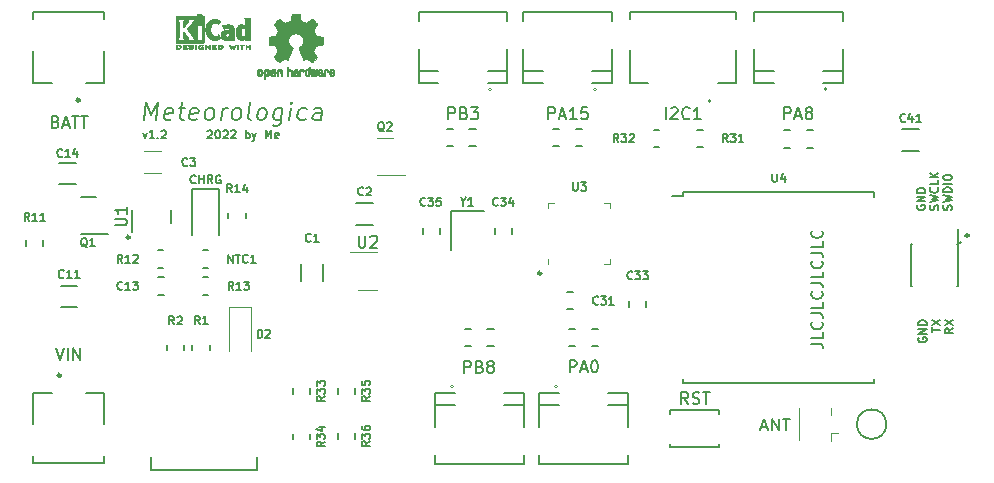
<source format=gbr>
%TF.GenerationSoftware,KiCad,Pcbnew,(6.0.6)*%
%TF.CreationDate,2022-06-29T12:08:49+02:00*%
%TF.ProjectId,LoRaMini,4c6f5261-4d69-46e6-992e-6b696361645f,rev?*%
%TF.SameCoordinates,Original*%
%TF.FileFunction,Legend,Top*%
%TF.FilePolarity,Positive*%
%FSLAX46Y46*%
G04 Gerber Fmt 4.6, Leading zero omitted, Abs format (unit mm)*
G04 Created by KiCad (PCBNEW (6.0.6)) date 2022-06-29 12:08:49*
%MOMM*%
%LPD*%
G01*
G04 APERTURE LIST*
%ADD10C,0.275000*%
%ADD11C,0.150000*%
%ADD12C,0.127000*%
%ADD13C,0.100000*%
%ADD14C,0.200000*%
%ADD15C,0.300000*%
%ADD16C,0.010000*%
%ADD17C,0.120000*%
G04 APERTURE END LIST*
D10*
X109408300Y-120446800D02*
G75*
G03*
X109408300Y-120446800I-137500J0D01*
G01*
X180426700Y-120294400D02*
G75*
G03*
X180426700Y-120294400I-137500J0D01*
G01*
X144257100Y-123494800D02*
G75*
G03*
X144257100Y-123494800I-137500J0D01*
G01*
D11*
X110630705Y-110533571D02*
X110818205Y-109033571D01*
X111184276Y-110105000D01*
X111818205Y-109033571D01*
X111630705Y-110533571D01*
X112925348Y-110462142D02*
X112773562Y-110533571D01*
X112487848Y-110533571D01*
X112353919Y-110462142D01*
X112300348Y-110319285D01*
X112371776Y-109747857D01*
X112461062Y-109605000D01*
X112612848Y-109533571D01*
X112898562Y-109533571D01*
X113032491Y-109605000D01*
X113086062Y-109747857D01*
X113068205Y-109890714D01*
X112336062Y-110033571D01*
X113541419Y-109533571D02*
X114112848Y-109533571D01*
X113818205Y-109033571D02*
X113657491Y-110319285D01*
X113711062Y-110462142D01*
X113844991Y-110533571D01*
X113987848Y-110533571D01*
X115068205Y-110462142D02*
X114916419Y-110533571D01*
X114630705Y-110533571D01*
X114496776Y-110462142D01*
X114443205Y-110319285D01*
X114514633Y-109747857D01*
X114603919Y-109605000D01*
X114755705Y-109533571D01*
X115041419Y-109533571D01*
X115175348Y-109605000D01*
X115228919Y-109747857D01*
X115211062Y-109890714D01*
X114478919Y-110033571D01*
X115987848Y-110533571D02*
X115853919Y-110462142D01*
X115791419Y-110390714D01*
X115737848Y-110247857D01*
X115791419Y-109819285D01*
X115880705Y-109676428D01*
X115961062Y-109605000D01*
X116112848Y-109533571D01*
X116327133Y-109533571D01*
X116461062Y-109605000D01*
X116523562Y-109676428D01*
X116577133Y-109819285D01*
X116523562Y-110247857D01*
X116434276Y-110390714D01*
X116353919Y-110462142D01*
X116202133Y-110533571D01*
X115987848Y-110533571D01*
X117130705Y-110533571D02*
X117255705Y-109533571D01*
X117219991Y-109819285D02*
X117309276Y-109676428D01*
X117389633Y-109605000D01*
X117541419Y-109533571D01*
X117684276Y-109533571D01*
X118273562Y-110533571D02*
X118139633Y-110462142D01*
X118077133Y-110390714D01*
X118023562Y-110247857D01*
X118077133Y-109819285D01*
X118166419Y-109676428D01*
X118246776Y-109605000D01*
X118398562Y-109533571D01*
X118612848Y-109533571D01*
X118746776Y-109605000D01*
X118809276Y-109676428D01*
X118862848Y-109819285D01*
X118809276Y-110247857D01*
X118719991Y-110390714D01*
X118639633Y-110462142D01*
X118487848Y-110533571D01*
X118273562Y-110533571D01*
X119630705Y-110533571D02*
X119496776Y-110462142D01*
X119443205Y-110319285D01*
X119603919Y-109033571D01*
X120416419Y-110533571D02*
X120282491Y-110462142D01*
X120219991Y-110390714D01*
X120166419Y-110247857D01*
X120219991Y-109819285D01*
X120309276Y-109676428D01*
X120389633Y-109605000D01*
X120541419Y-109533571D01*
X120755705Y-109533571D01*
X120889633Y-109605000D01*
X120952133Y-109676428D01*
X121005705Y-109819285D01*
X120952133Y-110247857D01*
X120862848Y-110390714D01*
X120782491Y-110462142D01*
X120630705Y-110533571D01*
X120416419Y-110533571D01*
X122327133Y-109533571D02*
X122175348Y-110747857D01*
X122086062Y-110890714D01*
X122005705Y-110962142D01*
X121853919Y-111033571D01*
X121639633Y-111033571D01*
X121505705Y-110962142D01*
X122211062Y-110462142D02*
X122059276Y-110533571D01*
X121773562Y-110533571D01*
X121639633Y-110462142D01*
X121577133Y-110390714D01*
X121523562Y-110247857D01*
X121577133Y-109819285D01*
X121666419Y-109676428D01*
X121746776Y-109605000D01*
X121898562Y-109533571D01*
X122184276Y-109533571D01*
X122318205Y-109605000D01*
X122916419Y-110533571D02*
X123041419Y-109533571D01*
X123103919Y-109033571D02*
X123023562Y-109105000D01*
X123086062Y-109176428D01*
X123166419Y-109105000D01*
X123103919Y-109033571D01*
X123086062Y-109176428D01*
X124282491Y-110462142D02*
X124130705Y-110533571D01*
X123844991Y-110533571D01*
X123711062Y-110462142D01*
X123648562Y-110390714D01*
X123594991Y-110247857D01*
X123648562Y-109819285D01*
X123737848Y-109676428D01*
X123818205Y-109605000D01*
X123969991Y-109533571D01*
X124255705Y-109533571D01*
X124389633Y-109605000D01*
X125559276Y-110533571D02*
X125657491Y-109747857D01*
X125603919Y-109605000D01*
X125469991Y-109533571D01*
X125184276Y-109533571D01*
X125032491Y-109605000D01*
X125568205Y-110462142D02*
X125416419Y-110533571D01*
X125059276Y-110533571D01*
X124925348Y-110462142D01*
X124871776Y-110319285D01*
X124889633Y-110176428D01*
X124978919Y-110033571D01*
X125130705Y-109962142D01*
X125487848Y-109962142D01*
X125639633Y-109890714D01*
X110513666Y-111610000D02*
X110680333Y-112076666D01*
X110847000Y-111610000D01*
X111480333Y-112076666D02*
X111080333Y-112076666D01*
X111280333Y-112076666D02*
X111280333Y-111376666D01*
X111213666Y-111476666D01*
X111147000Y-111543333D01*
X111080333Y-111576666D01*
X111780333Y-112010000D02*
X111813666Y-112043333D01*
X111780333Y-112076666D01*
X111747000Y-112043333D01*
X111780333Y-112010000D01*
X111780333Y-112076666D01*
X112080333Y-111443333D02*
X112113666Y-111410000D01*
X112180333Y-111376666D01*
X112347000Y-111376666D01*
X112413666Y-111410000D01*
X112447000Y-111443333D01*
X112480333Y-111510000D01*
X112480333Y-111576666D01*
X112447000Y-111676666D01*
X112047000Y-112076666D01*
X112480333Y-112076666D01*
X115980333Y-111443333D02*
X116013666Y-111410000D01*
X116080333Y-111376666D01*
X116247000Y-111376666D01*
X116313666Y-111410000D01*
X116347000Y-111443333D01*
X116380333Y-111510000D01*
X116380333Y-111576666D01*
X116347000Y-111676666D01*
X115947000Y-112076666D01*
X116380333Y-112076666D01*
X116813666Y-111376666D02*
X116880333Y-111376666D01*
X116947000Y-111410000D01*
X116980333Y-111443333D01*
X117013666Y-111510000D01*
X117047000Y-111643333D01*
X117047000Y-111810000D01*
X117013666Y-111943333D01*
X116980333Y-112010000D01*
X116947000Y-112043333D01*
X116880333Y-112076666D01*
X116813666Y-112076666D01*
X116747000Y-112043333D01*
X116713666Y-112010000D01*
X116680333Y-111943333D01*
X116647000Y-111810000D01*
X116647000Y-111643333D01*
X116680333Y-111510000D01*
X116713666Y-111443333D01*
X116747000Y-111410000D01*
X116813666Y-111376666D01*
X117313666Y-111443333D02*
X117347000Y-111410000D01*
X117413666Y-111376666D01*
X117580333Y-111376666D01*
X117647000Y-111410000D01*
X117680333Y-111443333D01*
X117713666Y-111510000D01*
X117713666Y-111576666D01*
X117680333Y-111676666D01*
X117280333Y-112076666D01*
X117713666Y-112076666D01*
X117980333Y-111443333D02*
X118013666Y-111410000D01*
X118080333Y-111376666D01*
X118247000Y-111376666D01*
X118313666Y-111410000D01*
X118347000Y-111443333D01*
X118380333Y-111510000D01*
X118380333Y-111576666D01*
X118347000Y-111676666D01*
X117947000Y-112076666D01*
X118380333Y-112076666D01*
X119213666Y-112076666D02*
X119213666Y-111376666D01*
X119213666Y-111643333D02*
X119280333Y-111610000D01*
X119413666Y-111610000D01*
X119480333Y-111643333D01*
X119513666Y-111676666D01*
X119547000Y-111743333D01*
X119547000Y-111943333D01*
X119513666Y-112010000D01*
X119480333Y-112043333D01*
X119413666Y-112076666D01*
X119280333Y-112076666D01*
X119213666Y-112043333D01*
X119780333Y-111610000D02*
X119947000Y-112076666D01*
X120113666Y-111610000D02*
X119947000Y-112076666D01*
X119880333Y-112243333D01*
X119847000Y-112276666D01*
X119780333Y-112310000D01*
X120913666Y-112076666D02*
X120913666Y-111376666D01*
X121147000Y-111876666D01*
X121380333Y-111376666D01*
X121380333Y-112076666D01*
X121980333Y-112043333D02*
X121913666Y-112076666D01*
X121780333Y-112076666D01*
X121713666Y-112043333D01*
X121680333Y-111976666D01*
X121680333Y-111710000D01*
X121713666Y-111643333D01*
X121780333Y-111610000D01*
X121913666Y-111610000D01*
X121980333Y-111643333D01*
X122013666Y-111710000D01*
X122013666Y-111776666D01*
X121680333Y-111843333D01*
X176069000Y-117733166D02*
X176035666Y-117799833D01*
X176035666Y-117899833D01*
X176069000Y-117999833D01*
X176135666Y-118066500D01*
X176202333Y-118099833D01*
X176335666Y-118133166D01*
X176435666Y-118133166D01*
X176569000Y-118099833D01*
X176635666Y-118066500D01*
X176702333Y-117999833D01*
X176735666Y-117899833D01*
X176735666Y-117833166D01*
X176702333Y-117733166D01*
X176669000Y-117699833D01*
X176435666Y-117699833D01*
X176435666Y-117833166D01*
X176735666Y-117399833D02*
X176035666Y-117399833D01*
X176735666Y-116999833D01*
X176035666Y-116999833D01*
X176735666Y-116666500D02*
X176035666Y-116666500D01*
X176035666Y-116499833D01*
X176069000Y-116399833D01*
X176135666Y-116333166D01*
X176202333Y-116299833D01*
X176335666Y-116266500D01*
X176435666Y-116266500D01*
X176569000Y-116299833D01*
X176635666Y-116333166D01*
X176702333Y-116399833D01*
X176735666Y-116499833D01*
X176735666Y-116666500D01*
X177829333Y-118133166D02*
X177862666Y-118033166D01*
X177862666Y-117866500D01*
X177829333Y-117799833D01*
X177796000Y-117766500D01*
X177729333Y-117733166D01*
X177662666Y-117733166D01*
X177596000Y-117766500D01*
X177562666Y-117799833D01*
X177529333Y-117866500D01*
X177496000Y-117999833D01*
X177462666Y-118066500D01*
X177429333Y-118099833D01*
X177362666Y-118133166D01*
X177296000Y-118133166D01*
X177229333Y-118099833D01*
X177196000Y-118066500D01*
X177162666Y-117999833D01*
X177162666Y-117833166D01*
X177196000Y-117733166D01*
X177162666Y-117499833D02*
X177862666Y-117333166D01*
X177362666Y-117199833D01*
X177862666Y-117066500D01*
X177162666Y-116899833D01*
X177796000Y-116233166D02*
X177829333Y-116266500D01*
X177862666Y-116366500D01*
X177862666Y-116433166D01*
X177829333Y-116533166D01*
X177762666Y-116599833D01*
X177696000Y-116633166D01*
X177562666Y-116666500D01*
X177462666Y-116666500D01*
X177329333Y-116633166D01*
X177262666Y-116599833D01*
X177196000Y-116533166D01*
X177162666Y-116433166D01*
X177162666Y-116366500D01*
X177196000Y-116266500D01*
X177229333Y-116233166D01*
X177862666Y-115599833D02*
X177862666Y-115933166D01*
X177162666Y-115933166D01*
X177862666Y-115366500D02*
X177162666Y-115366500D01*
X177862666Y-114966500D02*
X177462666Y-115266500D01*
X177162666Y-114966500D02*
X177562666Y-115366500D01*
X178956333Y-118133166D02*
X178989666Y-118033166D01*
X178989666Y-117866500D01*
X178956333Y-117799833D01*
X178923000Y-117766500D01*
X178856333Y-117733166D01*
X178789666Y-117733166D01*
X178723000Y-117766500D01*
X178689666Y-117799833D01*
X178656333Y-117866500D01*
X178623000Y-117999833D01*
X178589666Y-118066500D01*
X178556333Y-118099833D01*
X178489666Y-118133166D01*
X178423000Y-118133166D01*
X178356333Y-118099833D01*
X178323000Y-118066500D01*
X178289666Y-117999833D01*
X178289666Y-117833166D01*
X178323000Y-117733166D01*
X178289666Y-117499833D02*
X178989666Y-117333166D01*
X178489666Y-117199833D01*
X178989666Y-117066500D01*
X178289666Y-116899833D01*
X178989666Y-116633166D02*
X178289666Y-116633166D01*
X178289666Y-116466500D01*
X178323000Y-116366500D01*
X178389666Y-116299833D01*
X178456333Y-116266500D01*
X178589666Y-116233166D01*
X178689666Y-116233166D01*
X178823000Y-116266500D01*
X178889666Y-116299833D01*
X178956333Y-116366500D01*
X178989666Y-116466500D01*
X178989666Y-116633166D01*
X178989666Y-115933166D02*
X178289666Y-115933166D01*
X178289666Y-115466500D02*
X178289666Y-115333166D01*
X178323000Y-115266500D01*
X178389666Y-115199833D01*
X178523000Y-115166500D01*
X178756333Y-115166500D01*
X178889666Y-115199833D01*
X178956333Y-115266500D01*
X178989666Y-115333166D01*
X178989666Y-115466500D01*
X178956333Y-115533166D01*
X178889666Y-115599833D01*
X178756333Y-115633166D01*
X178523000Y-115633166D01*
X178389666Y-115599833D01*
X178323000Y-115533166D01*
X178289666Y-115466500D01*
X176196000Y-128951500D02*
X176162666Y-129018166D01*
X176162666Y-129118166D01*
X176196000Y-129218166D01*
X176262666Y-129284833D01*
X176329333Y-129318166D01*
X176462666Y-129351500D01*
X176562666Y-129351500D01*
X176696000Y-129318166D01*
X176762666Y-129284833D01*
X176829333Y-129218166D01*
X176862666Y-129118166D01*
X176862666Y-129051500D01*
X176829333Y-128951500D01*
X176796000Y-128918166D01*
X176562666Y-128918166D01*
X176562666Y-129051500D01*
X176862666Y-128618166D02*
X176162666Y-128618166D01*
X176862666Y-128218166D01*
X176162666Y-128218166D01*
X176862666Y-127884833D02*
X176162666Y-127884833D01*
X176162666Y-127718166D01*
X176196000Y-127618166D01*
X176262666Y-127551500D01*
X176329333Y-127518166D01*
X176462666Y-127484833D01*
X176562666Y-127484833D01*
X176696000Y-127518166D01*
X176762666Y-127551500D01*
X176829333Y-127618166D01*
X176862666Y-127718166D01*
X176862666Y-127884833D01*
X177289666Y-128484833D02*
X177289666Y-128084833D01*
X177989666Y-128284833D02*
X177289666Y-128284833D01*
X177289666Y-127918166D02*
X177989666Y-127451500D01*
X177289666Y-127451500D02*
X177989666Y-127918166D01*
X179116666Y-128151500D02*
X178783333Y-128384833D01*
X179116666Y-128551500D02*
X178416666Y-128551500D01*
X178416666Y-128284833D01*
X178450000Y-128218166D01*
X178483333Y-128184833D01*
X178550000Y-128151500D01*
X178650000Y-128151500D01*
X178716666Y-128184833D01*
X178750000Y-128218166D01*
X178783333Y-128284833D01*
X178783333Y-128551500D01*
X178416666Y-127918166D02*
X179116666Y-127451500D01*
X178416666Y-127451500D02*
X179116666Y-127918166D01*
X167092380Y-129460047D02*
X167806666Y-129460047D01*
X167949523Y-129507666D01*
X168044761Y-129602904D01*
X168092380Y-129745761D01*
X168092380Y-129841000D01*
X168092380Y-128507666D02*
X168092380Y-128983857D01*
X167092380Y-128983857D01*
X167997142Y-127602904D02*
X168044761Y-127650523D01*
X168092380Y-127793380D01*
X168092380Y-127888619D01*
X168044761Y-128031476D01*
X167949523Y-128126714D01*
X167854285Y-128174333D01*
X167663809Y-128221952D01*
X167520952Y-128221952D01*
X167330476Y-128174333D01*
X167235238Y-128126714D01*
X167140000Y-128031476D01*
X167092380Y-127888619D01*
X167092380Y-127793380D01*
X167140000Y-127650523D01*
X167187619Y-127602904D01*
X167092380Y-126888619D02*
X167806666Y-126888619D01*
X167949523Y-126936238D01*
X168044761Y-127031476D01*
X168092380Y-127174333D01*
X168092380Y-127269571D01*
X168092380Y-125936238D02*
X168092380Y-126412428D01*
X167092380Y-126412428D01*
X167997142Y-125031476D02*
X168044761Y-125079095D01*
X168092380Y-125221952D01*
X168092380Y-125317190D01*
X168044761Y-125460047D01*
X167949523Y-125555285D01*
X167854285Y-125602904D01*
X167663809Y-125650523D01*
X167520952Y-125650523D01*
X167330476Y-125602904D01*
X167235238Y-125555285D01*
X167140000Y-125460047D01*
X167092380Y-125317190D01*
X167092380Y-125221952D01*
X167140000Y-125079095D01*
X167187619Y-125031476D01*
X167092380Y-124317190D02*
X167806666Y-124317190D01*
X167949523Y-124364809D01*
X168044761Y-124460047D01*
X168092380Y-124602904D01*
X168092380Y-124698142D01*
X168092380Y-123364809D02*
X168092380Y-123841000D01*
X167092380Y-123841000D01*
X167997142Y-122460047D02*
X168044761Y-122507666D01*
X168092380Y-122650523D01*
X168092380Y-122745761D01*
X168044761Y-122888619D01*
X167949523Y-122983857D01*
X167854285Y-123031476D01*
X167663809Y-123079095D01*
X167520952Y-123079095D01*
X167330476Y-123031476D01*
X167235238Y-122983857D01*
X167140000Y-122888619D01*
X167092380Y-122745761D01*
X167092380Y-122650523D01*
X167140000Y-122507666D01*
X167187619Y-122460047D01*
X167092380Y-121745761D02*
X167806666Y-121745761D01*
X167949523Y-121793380D01*
X168044761Y-121888619D01*
X168092380Y-122031476D01*
X168092380Y-122126714D01*
X168092380Y-120793380D02*
X168092380Y-121269571D01*
X167092380Y-121269571D01*
X167997142Y-119888619D02*
X168044761Y-119936238D01*
X168092380Y-120079095D01*
X168092380Y-120174333D01*
X168044761Y-120317190D01*
X167949523Y-120412428D01*
X167854285Y-120460047D01*
X167663809Y-120507666D01*
X167520952Y-120507666D01*
X167330476Y-120460047D01*
X167235238Y-120412428D01*
X167140000Y-120317190D01*
X167092380Y-120174333D01*
X167092380Y-120079095D01*
X167140000Y-119936238D01*
X167187619Y-119888619D01*
%TO.C,PA0*%
X146661333Y-131872725D02*
X146661333Y-130871079D01*
X147042285Y-130871079D01*
X147137523Y-130918777D01*
X147185142Y-130966474D01*
X147232761Y-131061869D01*
X147232761Y-131204961D01*
X147185142Y-131300356D01*
X147137523Y-131348053D01*
X147042285Y-131395751D01*
X146661333Y-131395751D01*
X147613714Y-131586541D02*
X148089904Y-131586541D01*
X147518476Y-131872725D02*
X147851809Y-130871079D01*
X148185142Y-131872725D01*
X148708952Y-130871079D02*
X148804190Y-130871079D01*
X148899428Y-130918777D01*
X148947047Y-130966474D01*
X148994666Y-131061869D01*
X149042285Y-131252659D01*
X149042285Y-131491146D01*
X148994666Y-131681935D01*
X148947047Y-131777330D01*
X148899428Y-131825028D01*
X148804190Y-131872725D01*
X148708952Y-131872725D01*
X148613714Y-131825028D01*
X148566095Y-131777330D01*
X148518476Y-131681935D01*
X148470857Y-131491146D01*
X148470857Y-131252659D01*
X148518476Y-131061869D01*
X148566095Y-130966474D01*
X148613714Y-130918777D01*
X148708952Y-130871079D01*
%TO.C,U4*%
X163804666Y-115059666D02*
X163804666Y-115626333D01*
X163838000Y-115693000D01*
X163871333Y-115726333D01*
X163938000Y-115759666D01*
X164071333Y-115759666D01*
X164138000Y-115726333D01*
X164171333Y-115693000D01*
X164204666Y-115626333D01*
X164204666Y-115059666D01*
X164838000Y-115293000D02*
X164838000Y-115759666D01*
X164671333Y-115026333D02*
X164504666Y-115526333D01*
X164938000Y-115526333D01*
%TO.C,PA15*%
X144850708Y-110443240D02*
X144850708Y-109443240D01*
X145231661Y-109443240D01*
X145326899Y-109490860D01*
X145374518Y-109538479D01*
X145422137Y-109633717D01*
X145422137Y-109776574D01*
X145374518Y-109871812D01*
X145326899Y-109919431D01*
X145231661Y-109967050D01*
X144850708Y-109967050D01*
X145803089Y-110157526D02*
X146279280Y-110157526D01*
X145707851Y-110443240D02*
X146041185Y-109443240D01*
X146374518Y-110443240D01*
X147231661Y-110443240D02*
X146660232Y-110443240D01*
X146945946Y-110443240D02*
X146945946Y-109443240D01*
X146850708Y-109586098D01*
X146755470Y-109681336D01*
X146660232Y-109728955D01*
X148136423Y-109443240D02*
X147660232Y-109443240D01*
X147612613Y-109919431D01*
X147660232Y-109871812D01*
X147755470Y-109824193D01*
X147993566Y-109824193D01*
X148088804Y-109871812D01*
X148136423Y-109919431D01*
X148184042Y-110014669D01*
X148184042Y-110252764D01*
X148136423Y-110348002D01*
X148088804Y-110395621D01*
X147993566Y-110443240D01*
X147755470Y-110443240D01*
X147660232Y-110395621D01*
X147612613Y-110348002D01*
%TO.C,C33*%
X151950000Y-123948000D02*
X151916666Y-123981333D01*
X151816666Y-124014666D01*
X151750000Y-124014666D01*
X151650000Y-123981333D01*
X151583333Y-123914666D01*
X151550000Y-123848000D01*
X151516666Y-123714666D01*
X151516666Y-123614666D01*
X151550000Y-123481333D01*
X151583333Y-123414666D01*
X151650000Y-123348000D01*
X151750000Y-123314666D01*
X151816666Y-123314666D01*
X151916666Y-123348000D01*
X151950000Y-123381333D01*
X152183333Y-123314666D02*
X152616666Y-123314666D01*
X152383333Y-123581333D01*
X152483333Y-123581333D01*
X152550000Y-123614666D01*
X152583333Y-123648000D01*
X152616666Y-123714666D01*
X152616666Y-123881333D01*
X152583333Y-123948000D01*
X152550000Y-123981333D01*
X152483333Y-124014666D01*
X152283333Y-124014666D01*
X152216666Y-123981333D01*
X152183333Y-123948000D01*
X152850000Y-123314666D02*
X153283333Y-123314666D01*
X153050000Y-123581333D01*
X153150000Y-123581333D01*
X153216666Y-123614666D01*
X153250000Y-123648000D01*
X153283333Y-123714666D01*
X153283333Y-123881333D01*
X153250000Y-123948000D01*
X153216666Y-123981333D01*
X153150000Y-124014666D01*
X152950000Y-124014666D01*
X152883333Y-123981333D01*
X152850000Y-123948000D01*
%TO.C,C35*%
X134424000Y-117725000D02*
X134390666Y-117758333D01*
X134290666Y-117791666D01*
X134224000Y-117791666D01*
X134124000Y-117758333D01*
X134057333Y-117691666D01*
X134024000Y-117625000D01*
X133990666Y-117491666D01*
X133990666Y-117391666D01*
X134024000Y-117258333D01*
X134057333Y-117191666D01*
X134124000Y-117125000D01*
X134224000Y-117091666D01*
X134290666Y-117091666D01*
X134390666Y-117125000D01*
X134424000Y-117158333D01*
X134657333Y-117091666D02*
X135090666Y-117091666D01*
X134857333Y-117358333D01*
X134957333Y-117358333D01*
X135024000Y-117391666D01*
X135057333Y-117425000D01*
X135090666Y-117491666D01*
X135090666Y-117658333D01*
X135057333Y-117725000D01*
X135024000Y-117758333D01*
X134957333Y-117791666D01*
X134757333Y-117791666D01*
X134690666Y-117758333D01*
X134657333Y-117725000D01*
X135724000Y-117091666D02*
X135390666Y-117091666D01*
X135357333Y-117425000D01*
X135390666Y-117391666D01*
X135457333Y-117358333D01*
X135624000Y-117358333D01*
X135690666Y-117391666D01*
X135724000Y-117425000D01*
X135757333Y-117491666D01*
X135757333Y-117658333D01*
X135724000Y-117725000D01*
X135690666Y-117758333D01*
X135624000Y-117791666D01*
X135457333Y-117791666D01*
X135390666Y-117758333D01*
X135357333Y-117725000D01*
%TO.C,VIN*%
X103146361Y-129805180D02*
X103479695Y-130805180D01*
X103813028Y-129805180D01*
X104146361Y-130805180D02*
X104146361Y-129805180D01*
X104622552Y-130805180D02*
X104622552Y-129805180D01*
X105193980Y-130805180D01*
X105193980Y-129805180D01*
%TO.C,Y1*%
X137639466Y-117432933D02*
X137639466Y-117766266D01*
X137406133Y-117066266D02*
X137639466Y-117432933D01*
X137872800Y-117066266D01*
X138472800Y-117766266D02*
X138072800Y-117766266D01*
X138272800Y-117766266D02*
X138272800Y-117066266D01*
X138206133Y-117166266D01*
X138139466Y-117232933D01*
X138072800Y-117266266D01*
%TO.C,PB8*%
X137712604Y-131922780D02*
X137712604Y-130922780D01*
X138093557Y-130922780D01*
X138188795Y-130970400D01*
X138236414Y-131018019D01*
X138284033Y-131113257D01*
X138284033Y-131256114D01*
X138236414Y-131351352D01*
X138188795Y-131398971D01*
X138093557Y-131446590D01*
X137712604Y-131446590D01*
X139045938Y-131398971D02*
X139188795Y-131446590D01*
X139236414Y-131494209D01*
X139284033Y-131589447D01*
X139284033Y-131732304D01*
X139236414Y-131827542D01*
X139188795Y-131875161D01*
X139093557Y-131922780D01*
X138712604Y-131922780D01*
X138712604Y-130922780D01*
X139045938Y-130922780D01*
X139141176Y-130970400D01*
X139188795Y-131018019D01*
X139236414Y-131113257D01*
X139236414Y-131208495D01*
X139188795Y-131303733D01*
X139141176Y-131351352D01*
X139045938Y-131398971D01*
X138712604Y-131398971D01*
X139855461Y-131351352D02*
X139760223Y-131303733D01*
X139712604Y-131256114D01*
X139664985Y-131160876D01*
X139664985Y-131113257D01*
X139712604Y-131018019D01*
X139760223Y-130970400D01*
X139855461Y-130922780D01*
X140045938Y-130922780D01*
X140141176Y-130970400D01*
X140188795Y-131018019D01*
X140236414Y-131113257D01*
X140236414Y-131160876D01*
X140188795Y-131256114D01*
X140141176Y-131303733D01*
X140045938Y-131351352D01*
X139855461Y-131351352D01*
X139760223Y-131398971D01*
X139712604Y-131446590D01*
X139664985Y-131541828D01*
X139664985Y-131732304D01*
X139712604Y-131827542D01*
X139760223Y-131875161D01*
X139855461Y-131922780D01*
X140045938Y-131922780D01*
X140141176Y-131875161D01*
X140188795Y-131827542D01*
X140236414Y-131732304D01*
X140236414Y-131541828D01*
X140188795Y-131446590D01*
X140141176Y-131398971D01*
X140045938Y-131351352D01*
%TO.C,U2*%
X128778095Y-120319380D02*
X128778095Y-121128904D01*
X128825714Y-121224142D01*
X128873333Y-121271761D01*
X128968571Y-121319380D01*
X129159047Y-121319380D01*
X129254285Y-121271761D01*
X129301904Y-121224142D01*
X129349523Y-121128904D01*
X129349523Y-120319380D01*
X129778095Y-120414619D02*
X129825714Y-120367000D01*
X129920952Y-120319380D01*
X130159047Y-120319380D01*
X130254285Y-120367000D01*
X130301904Y-120414619D01*
X130349523Y-120509857D01*
X130349523Y-120605095D01*
X130301904Y-120747952D01*
X129730476Y-121319380D01*
X130349523Y-121319380D01*
%TO.C,R12*%
X108770000Y-122617666D02*
X108536666Y-122284333D01*
X108370000Y-122617666D02*
X108370000Y-121917666D01*
X108636666Y-121917666D01*
X108703333Y-121951000D01*
X108736666Y-121984333D01*
X108770000Y-122051000D01*
X108770000Y-122151000D01*
X108736666Y-122217666D01*
X108703333Y-122251000D01*
X108636666Y-122284333D01*
X108370000Y-122284333D01*
X109436666Y-122617666D02*
X109036666Y-122617666D01*
X109236666Y-122617666D02*
X109236666Y-121917666D01*
X109170000Y-122017666D01*
X109103333Y-122084333D01*
X109036666Y-122117666D01*
X109703333Y-121984333D02*
X109736666Y-121951000D01*
X109803333Y-121917666D01*
X109970000Y-121917666D01*
X110036666Y-121951000D01*
X110070000Y-121984333D01*
X110103333Y-122051000D01*
X110103333Y-122117666D01*
X110070000Y-122217666D01*
X109670000Y-122617666D01*
X110103333Y-122617666D01*
%TO.C,C14*%
X103690000Y-113584800D02*
X103656666Y-113618133D01*
X103556666Y-113651466D01*
X103490000Y-113651466D01*
X103390000Y-113618133D01*
X103323333Y-113551466D01*
X103290000Y-113484800D01*
X103256666Y-113351466D01*
X103256666Y-113251466D01*
X103290000Y-113118133D01*
X103323333Y-113051466D01*
X103390000Y-112984800D01*
X103490000Y-112951466D01*
X103556666Y-112951466D01*
X103656666Y-112984800D01*
X103690000Y-113018133D01*
X104356666Y-113651466D02*
X103956666Y-113651466D01*
X104156666Y-113651466D02*
X104156666Y-112951466D01*
X104090000Y-113051466D01*
X104023333Y-113118133D01*
X103956666Y-113151466D01*
X104956666Y-113184800D02*
X104956666Y-113651466D01*
X104790000Y-112918133D02*
X104623333Y-113418133D01*
X105056666Y-113418133D01*
%TO.C,R14*%
X118041000Y-116648666D02*
X117807666Y-116315333D01*
X117641000Y-116648666D02*
X117641000Y-115948666D01*
X117907666Y-115948666D01*
X117974333Y-115982000D01*
X118007666Y-116015333D01*
X118041000Y-116082000D01*
X118041000Y-116182000D01*
X118007666Y-116248666D01*
X117974333Y-116282000D01*
X117907666Y-116315333D01*
X117641000Y-116315333D01*
X118707666Y-116648666D02*
X118307666Y-116648666D01*
X118507666Y-116648666D02*
X118507666Y-115948666D01*
X118441000Y-116048666D01*
X118374333Y-116115333D01*
X118307666Y-116148666D01*
X119307666Y-116182000D02*
X119307666Y-116648666D01*
X119141000Y-115915333D02*
X118974333Y-116415333D01*
X119407666Y-116415333D01*
%TO.C,C3*%
X114284933Y-114346800D02*
X114251600Y-114380133D01*
X114151600Y-114413466D01*
X114084933Y-114413466D01*
X113984933Y-114380133D01*
X113918266Y-114313466D01*
X113884933Y-114246800D01*
X113851600Y-114113466D01*
X113851600Y-114013466D01*
X113884933Y-113880133D01*
X113918266Y-113813466D01*
X113984933Y-113746800D01*
X114084933Y-113713466D01*
X114151600Y-113713466D01*
X114251600Y-113746800D01*
X114284933Y-113780133D01*
X114518266Y-113713466D02*
X114951600Y-113713466D01*
X114718266Y-113980133D01*
X114818266Y-113980133D01*
X114884933Y-114013466D01*
X114918266Y-114046800D01*
X114951600Y-114113466D01*
X114951600Y-114280133D01*
X114918266Y-114346800D01*
X114884933Y-114380133D01*
X114818266Y-114413466D01*
X114618266Y-114413466D01*
X114551600Y-114380133D01*
X114518266Y-114346800D01*
%TO.C,NTC1*%
X117722000Y-122617666D02*
X117722000Y-121917666D01*
X118122000Y-122617666D01*
X118122000Y-121917666D01*
X118355333Y-121917666D02*
X118755333Y-121917666D01*
X118555333Y-122617666D02*
X118555333Y-121917666D01*
X119388666Y-122551000D02*
X119355333Y-122584333D01*
X119255333Y-122617666D01*
X119188666Y-122617666D01*
X119088666Y-122584333D01*
X119022000Y-122517666D01*
X118988666Y-122451000D01*
X118955333Y-122317666D01*
X118955333Y-122217666D01*
X118988666Y-122084333D01*
X119022000Y-122017666D01*
X119088666Y-121951000D01*
X119188666Y-121917666D01*
X119255333Y-121917666D01*
X119355333Y-121951000D01*
X119388666Y-121984333D01*
X120055333Y-122617666D02*
X119655333Y-122617666D01*
X119855333Y-122617666D02*
X119855333Y-121917666D01*
X119788666Y-122017666D01*
X119722000Y-122084333D01*
X119655333Y-122117666D01*
%TO.C,D2*%
X120228333Y-128967666D02*
X120228333Y-128267666D01*
X120395000Y-128267666D01*
X120495000Y-128301000D01*
X120561666Y-128367666D01*
X120595000Y-128434333D01*
X120628333Y-128567666D01*
X120628333Y-128667666D01*
X120595000Y-128801000D01*
X120561666Y-128867666D01*
X120495000Y-128934333D01*
X120395000Y-128967666D01*
X120228333Y-128967666D01*
X120895000Y-128334333D02*
X120928333Y-128301000D01*
X120995000Y-128267666D01*
X121161666Y-128267666D01*
X121228333Y-128301000D01*
X121261666Y-128334333D01*
X121295000Y-128401000D01*
X121295000Y-128467666D01*
X121261666Y-128567666D01*
X120861666Y-128967666D01*
X121295000Y-128967666D01*
%TO.C,C31*%
X149054400Y-126081600D02*
X149021066Y-126114933D01*
X148921066Y-126148266D01*
X148854400Y-126148266D01*
X148754400Y-126114933D01*
X148687733Y-126048266D01*
X148654400Y-125981600D01*
X148621066Y-125848266D01*
X148621066Y-125748266D01*
X148654400Y-125614933D01*
X148687733Y-125548266D01*
X148754400Y-125481600D01*
X148854400Y-125448266D01*
X148921066Y-125448266D01*
X149021066Y-125481600D01*
X149054400Y-125514933D01*
X149287733Y-125448266D02*
X149721066Y-125448266D01*
X149487733Y-125714933D01*
X149587733Y-125714933D01*
X149654400Y-125748266D01*
X149687733Y-125781600D01*
X149721066Y-125848266D01*
X149721066Y-126014933D01*
X149687733Y-126081600D01*
X149654400Y-126114933D01*
X149587733Y-126148266D01*
X149387733Y-126148266D01*
X149321066Y-126114933D01*
X149287733Y-126081600D01*
X150387733Y-126148266D02*
X149987733Y-126148266D01*
X150187733Y-126148266D02*
X150187733Y-125448266D01*
X150121066Y-125548266D01*
X150054400Y-125614933D01*
X149987733Y-125648266D01*
%TO.C,C34*%
X140582000Y-117725000D02*
X140548666Y-117758333D01*
X140448666Y-117791666D01*
X140382000Y-117791666D01*
X140282000Y-117758333D01*
X140215333Y-117691666D01*
X140182000Y-117625000D01*
X140148666Y-117491666D01*
X140148666Y-117391666D01*
X140182000Y-117258333D01*
X140215333Y-117191666D01*
X140282000Y-117125000D01*
X140382000Y-117091666D01*
X140448666Y-117091666D01*
X140548666Y-117125000D01*
X140582000Y-117158333D01*
X140815333Y-117091666D02*
X141248666Y-117091666D01*
X141015333Y-117358333D01*
X141115333Y-117358333D01*
X141182000Y-117391666D01*
X141215333Y-117425000D01*
X141248666Y-117491666D01*
X141248666Y-117658333D01*
X141215333Y-117725000D01*
X141182000Y-117758333D01*
X141115333Y-117791666D01*
X140915333Y-117791666D01*
X140848666Y-117758333D01*
X140815333Y-117725000D01*
X141848666Y-117325000D02*
X141848666Y-117791666D01*
X141682000Y-117058333D02*
X141515333Y-117558333D01*
X141948666Y-117558333D01*
%TO.C,CHRG*%
X114974000Y-115820000D02*
X114940666Y-115853333D01*
X114840666Y-115886666D01*
X114774000Y-115886666D01*
X114674000Y-115853333D01*
X114607333Y-115786666D01*
X114574000Y-115720000D01*
X114540666Y-115586666D01*
X114540666Y-115486666D01*
X114574000Y-115353333D01*
X114607333Y-115286666D01*
X114674000Y-115220000D01*
X114774000Y-115186666D01*
X114840666Y-115186666D01*
X114940666Y-115220000D01*
X114974000Y-115253333D01*
X115274000Y-115886666D02*
X115274000Y-115186666D01*
X115274000Y-115520000D02*
X115674000Y-115520000D01*
X115674000Y-115886666D02*
X115674000Y-115186666D01*
X116407333Y-115886666D02*
X116174000Y-115553333D01*
X116007333Y-115886666D02*
X116007333Y-115186666D01*
X116274000Y-115186666D01*
X116340666Y-115220000D01*
X116374000Y-115253333D01*
X116407333Y-115320000D01*
X116407333Y-115420000D01*
X116374000Y-115486666D01*
X116340666Y-115520000D01*
X116274000Y-115553333D01*
X116007333Y-115553333D01*
X117074000Y-115220000D02*
X117007333Y-115186666D01*
X116907333Y-115186666D01*
X116807333Y-115220000D01*
X116740666Y-115286666D01*
X116707333Y-115353333D01*
X116674000Y-115486666D01*
X116674000Y-115586666D01*
X116707333Y-115720000D01*
X116740666Y-115786666D01*
X116807333Y-115853333D01*
X116907333Y-115886666D01*
X116974000Y-115886666D01*
X117074000Y-115853333D01*
X117107333Y-115820000D01*
X117107333Y-115586666D01*
X116974000Y-115586666D01*
%TO.C,R35*%
X129728666Y-133927000D02*
X129395333Y-134160333D01*
X129728666Y-134327000D02*
X129028666Y-134327000D01*
X129028666Y-134060333D01*
X129062000Y-133993666D01*
X129095333Y-133960333D01*
X129162000Y-133927000D01*
X129262000Y-133927000D01*
X129328666Y-133960333D01*
X129362000Y-133993666D01*
X129395333Y-134060333D01*
X129395333Y-134327000D01*
X129028666Y-133693666D02*
X129028666Y-133260333D01*
X129295333Y-133493666D01*
X129295333Y-133393666D01*
X129328666Y-133327000D01*
X129362000Y-133293666D01*
X129428666Y-133260333D01*
X129595333Y-133260333D01*
X129662000Y-133293666D01*
X129695333Y-133327000D01*
X129728666Y-133393666D01*
X129728666Y-133593666D01*
X129695333Y-133660333D01*
X129662000Y-133693666D01*
X129028666Y-132627000D02*
X129028666Y-132960333D01*
X129362000Y-132993666D01*
X129328666Y-132960333D01*
X129295333Y-132893666D01*
X129295333Y-132727000D01*
X129328666Y-132660333D01*
X129362000Y-132627000D01*
X129428666Y-132593666D01*
X129595333Y-132593666D01*
X129662000Y-132627000D01*
X129695333Y-132660333D01*
X129728666Y-132727000D01*
X129728666Y-132893666D01*
X129695333Y-132960333D01*
X129662000Y-132993666D01*
%TO.C,C2*%
X129169333Y-116836000D02*
X129136000Y-116869333D01*
X129036000Y-116902666D01*
X128969333Y-116902666D01*
X128869333Y-116869333D01*
X128802666Y-116802666D01*
X128769333Y-116736000D01*
X128736000Y-116602666D01*
X128736000Y-116502666D01*
X128769333Y-116369333D01*
X128802666Y-116302666D01*
X128869333Y-116236000D01*
X128969333Y-116202666D01*
X129036000Y-116202666D01*
X129136000Y-116236000D01*
X129169333Y-116269333D01*
X129436000Y-116269333D02*
X129469333Y-116236000D01*
X129536000Y-116202666D01*
X129702666Y-116202666D01*
X129769333Y-116236000D01*
X129802666Y-116269333D01*
X129836000Y-116336000D01*
X129836000Y-116402666D01*
X129802666Y-116502666D01*
X129402666Y-116902666D01*
X129836000Y-116902666D01*
%TO.C,R31*%
X160027200Y-112381466D02*
X159793866Y-112048133D01*
X159627200Y-112381466D02*
X159627200Y-111681466D01*
X159893866Y-111681466D01*
X159960533Y-111714800D01*
X159993866Y-111748133D01*
X160027200Y-111814800D01*
X160027200Y-111914800D01*
X159993866Y-111981466D01*
X159960533Y-112014800D01*
X159893866Y-112048133D01*
X159627200Y-112048133D01*
X160260533Y-111681466D02*
X160693866Y-111681466D01*
X160460533Y-111948133D01*
X160560533Y-111948133D01*
X160627200Y-111981466D01*
X160660533Y-112014800D01*
X160693866Y-112081466D01*
X160693866Y-112248133D01*
X160660533Y-112314800D01*
X160627200Y-112348133D01*
X160560533Y-112381466D01*
X160360533Y-112381466D01*
X160293866Y-112348133D01*
X160260533Y-112314800D01*
X161360533Y-112381466D02*
X160960533Y-112381466D01*
X161160533Y-112381466D02*
X161160533Y-111681466D01*
X161093866Y-111781466D01*
X161027200Y-111848133D01*
X160960533Y-111881466D01*
%TO.C,R2*%
X113167333Y-127824666D02*
X112934000Y-127491333D01*
X112767333Y-127824666D02*
X112767333Y-127124666D01*
X113034000Y-127124666D01*
X113100666Y-127158000D01*
X113134000Y-127191333D01*
X113167333Y-127258000D01*
X113167333Y-127358000D01*
X113134000Y-127424666D01*
X113100666Y-127458000D01*
X113034000Y-127491333D01*
X112767333Y-127491333D01*
X113434000Y-127191333D02*
X113467333Y-127158000D01*
X113534000Y-127124666D01*
X113700666Y-127124666D01*
X113767333Y-127158000D01*
X113800666Y-127191333D01*
X113834000Y-127258000D01*
X113834000Y-127324666D01*
X113800666Y-127424666D01*
X113400666Y-127824666D01*
X113834000Y-127824666D01*
%TO.C,C1*%
X124724333Y-120773000D02*
X124691000Y-120806333D01*
X124591000Y-120839666D01*
X124524333Y-120839666D01*
X124424333Y-120806333D01*
X124357666Y-120739666D01*
X124324333Y-120673000D01*
X124291000Y-120539666D01*
X124291000Y-120439666D01*
X124324333Y-120306333D01*
X124357666Y-120239666D01*
X124424333Y-120173000D01*
X124524333Y-120139666D01*
X124591000Y-120139666D01*
X124691000Y-120173000D01*
X124724333Y-120206333D01*
X125391000Y-120839666D02*
X124991000Y-120839666D01*
X125191000Y-120839666D02*
X125191000Y-120139666D01*
X125124333Y-120239666D01*
X125057666Y-120306333D01*
X124991000Y-120339666D01*
%TO.C,R11*%
X100896000Y-119061666D02*
X100662666Y-118728333D01*
X100496000Y-119061666D02*
X100496000Y-118361666D01*
X100762666Y-118361666D01*
X100829333Y-118395000D01*
X100862666Y-118428333D01*
X100896000Y-118495000D01*
X100896000Y-118595000D01*
X100862666Y-118661666D01*
X100829333Y-118695000D01*
X100762666Y-118728333D01*
X100496000Y-118728333D01*
X101562666Y-119061666D02*
X101162666Y-119061666D01*
X101362666Y-119061666D02*
X101362666Y-118361666D01*
X101296000Y-118461666D01*
X101229333Y-118528333D01*
X101162666Y-118561666D01*
X102229333Y-119061666D02*
X101829333Y-119061666D01*
X102029333Y-119061666D02*
X102029333Y-118361666D01*
X101962666Y-118461666D01*
X101896000Y-118528333D01*
X101829333Y-118561666D01*
%TO.C,C11*%
X103817000Y-123844000D02*
X103783666Y-123877333D01*
X103683666Y-123910666D01*
X103617000Y-123910666D01*
X103517000Y-123877333D01*
X103450333Y-123810666D01*
X103417000Y-123744000D01*
X103383666Y-123610666D01*
X103383666Y-123510666D01*
X103417000Y-123377333D01*
X103450333Y-123310666D01*
X103517000Y-123244000D01*
X103617000Y-123210666D01*
X103683666Y-123210666D01*
X103783666Y-123244000D01*
X103817000Y-123277333D01*
X104483666Y-123910666D02*
X104083666Y-123910666D01*
X104283666Y-123910666D02*
X104283666Y-123210666D01*
X104217000Y-123310666D01*
X104150333Y-123377333D01*
X104083666Y-123410666D01*
X105150333Y-123910666D02*
X104750333Y-123910666D01*
X104950333Y-123910666D02*
X104950333Y-123210666D01*
X104883666Y-123310666D01*
X104817000Y-123377333D01*
X104750333Y-123410666D01*
%TO.C,R32*%
X150781600Y-112381466D02*
X150548266Y-112048133D01*
X150381600Y-112381466D02*
X150381600Y-111681466D01*
X150648266Y-111681466D01*
X150714933Y-111714800D01*
X150748266Y-111748133D01*
X150781600Y-111814800D01*
X150781600Y-111914800D01*
X150748266Y-111981466D01*
X150714933Y-112014800D01*
X150648266Y-112048133D01*
X150381600Y-112048133D01*
X151014933Y-111681466D02*
X151448266Y-111681466D01*
X151214933Y-111948133D01*
X151314933Y-111948133D01*
X151381600Y-111981466D01*
X151414933Y-112014800D01*
X151448266Y-112081466D01*
X151448266Y-112248133D01*
X151414933Y-112314800D01*
X151381600Y-112348133D01*
X151314933Y-112381466D01*
X151114933Y-112381466D01*
X151048266Y-112348133D01*
X151014933Y-112314800D01*
X151714933Y-111748133D02*
X151748266Y-111714800D01*
X151814933Y-111681466D01*
X151981600Y-111681466D01*
X152048266Y-111714800D01*
X152081600Y-111748133D01*
X152114933Y-111814800D01*
X152114933Y-111881466D01*
X152081600Y-111981466D01*
X151681600Y-112381466D01*
X152114933Y-112381466D01*
%TO.C,R13*%
X118168000Y-124903666D02*
X117934666Y-124570333D01*
X117768000Y-124903666D02*
X117768000Y-124203666D01*
X118034666Y-124203666D01*
X118101333Y-124237000D01*
X118134666Y-124270333D01*
X118168000Y-124337000D01*
X118168000Y-124437000D01*
X118134666Y-124503666D01*
X118101333Y-124537000D01*
X118034666Y-124570333D01*
X117768000Y-124570333D01*
X118834666Y-124903666D02*
X118434666Y-124903666D01*
X118634666Y-124903666D02*
X118634666Y-124203666D01*
X118568000Y-124303666D01*
X118501333Y-124370333D01*
X118434666Y-124403666D01*
X119068000Y-124203666D02*
X119501333Y-124203666D01*
X119268000Y-124470333D01*
X119368000Y-124470333D01*
X119434666Y-124503666D01*
X119468000Y-124537000D01*
X119501333Y-124603666D01*
X119501333Y-124770333D01*
X119468000Y-124837000D01*
X119434666Y-124870333D01*
X119368000Y-124903666D01*
X119168000Y-124903666D01*
X119101333Y-124870333D01*
X119068000Y-124837000D01*
%TO.C,Q2*%
X130946533Y-111482933D02*
X130879866Y-111449600D01*
X130813200Y-111382933D01*
X130713200Y-111282933D01*
X130646533Y-111249600D01*
X130579866Y-111249600D01*
X130613200Y-111416266D02*
X130546533Y-111382933D01*
X130479866Y-111316266D01*
X130446533Y-111182933D01*
X130446533Y-110949600D01*
X130479866Y-110816266D01*
X130546533Y-110749600D01*
X130613200Y-110716266D01*
X130746533Y-110716266D01*
X130813200Y-110749600D01*
X130879866Y-110816266D01*
X130913200Y-110949600D01*
X130913200Y-111182933D01*
X130879866Y-111316266D01*
X130813200Y-111382933D01*
X130746533Y-111416266D01*
X130613200Y-111416266D01*
X131179866Y-110782933D02*
X131213200Y-110749600D01*
X131279866Y-110716266D01*
X131446533Y-110716266D01*
X131513200Y-110749600D01*
X131546533Y-110782933D01*
X131579866Y-110849600D01*
X131579866Y-110916266D01*
X131546533Y-111016266D01*
X131146533Y-111416266D01*
X131579866Y-111416266D01*
%TO.C,PA8*%
X164809633Y-110443240D02*
X164809633Y-109443240D01*
X165190585Y-109443240D01*
X165285823Y-109490860D01*
X165333442Y-109538479D01*
X165381061Y-109633717D01*
X165381061Y-109776574D01*
X165333442Y-109871812D01*
X165285823Y-109919431D01*
X165190585Y-109967050D01*
X164809633Y-109967050D01*
X165762014Y-110157526D02*
X166238204Y-110157526D01*
X165666776Y-110443240D02*
X166000109Y-109443240D01*
X166333442Y-110443240D01*
X166809633Y-109871812D02*
X166714395Y-109824193D01*
X166666776Y-109776574D01*
X166619157Y-109681336D01*
X166619157Y-109633717D01*
X166666776Y-109538479D01*
X166714395Y-109490860D01*
X166809633Y-109443240D01*
X167000109Y-109443240D01*
X167095347Y-109490860D01*
X167142966Y-109538479D01*
X167190585Y-109633717D01*
X167190585Y-109681336D01*
X167142966Y-109776574D01*
X167095347Y-109824193D01*
X167000109Y-109871812D01*
X166809633Y-109871812D01*
X166714395Y-109919431D01*
X166666776Y-109967050D01*
X166619157Y-110062288D01*
X166619157Y-110252764D01*
X166666776Y-110348002D01*
X166714395Y-110395621D01*
X166809633Y-110443240D01*
X167000109Y-110443240D01*
X167095347Y-110395621D01*
X167142966Y-110348002D01*
X167190585Y-110252764D01*
X167190585Y-110062288D01*
X167142966Y-109967050D01*
X167095347Y-109919431D01*
X167000109Y-109871812D01*
%TO.C,C41*%
X175064000Y-110617200D02*
X175030666Y-110650533D01*
X174930666Y-110683866D01*
X174864000Y-110683866D01*
X174764000Y-110650533D01*
X174697333Y-110583866D01*
X174664000Y-110517200D01*
X174630666Y-110383866D01*
X174630666Y-110283866D01*
X174664000Y-110150533D01*
X174697333Y-110083866D01*
X174764000Y-110017200D01*
X174864000Y-109983866D01*
X174930666Y-109983866D01*
X175030666Y-110017200D01*
X175064000Y-110050533D01*
X175664000Y-110217200D02*
X175664000Y-110683866D01*
X175497333Y-109950533D02*
X175330666Y-110450533D01*
X175764000Y-110450533D01*
X176397333Y-110683866D02*
X175997333Y-110683866D01*
X176197333Y-110683866D02*
X176197333Y-109983866D01*
X176130666Y-110083866D01*
X176064000Y-110150533D01*
X175997333Y-110183866D01*
%TO.C,ANT*%
X162890342Y-136513866D02*
X163366533Y-136513866D01*
X162795104Y-136799580D02*
X163128438Y-135799580D01*
X163461771Y-136799580D01*
X163795104Y-136799580D02*
X163795104Y-135799580D01*
X164366533Y-136799580D01*
X164366533Y-135799580D01*
X164699866Y-135799580D02*
X165271295Y-135799580D01*
X164985580Y-136799580D02*
X164985580Y-135799580D01*
%TO.C,BATT*%
X103122552Y-110672571D02*
X103265409Y-110720190D01*
X103313028Y-110767809D01*
X103360647Y-110863047D01*
X103360647Y-111005904D01*
X103313028Y-111101142D01*
X103265409Y-111148761D01*
X103170171Y-111196380D01*
X102789219Y-111196380D01*
X102789219Y-110196380D01*
X103122552Y-110196380D01*
X103217790Y-110244000D01*
X103265409Y-110291619D01*
X103313028Y-110386857D01*
X103313028Y-110482095D01*
X103265409Y-110577333D01*
X103217790Y-110624952D01*
X103122552Y-110672571D01*
X102789219Y-110672571D01*
X103741600Y-110910666D02*
X104217790Y-110910666D01*
X103646361Y-111196380D02*
X103979695Y-110196380D01*
X104313028Y-111196380D01*
X104503504Y-110196380D02*
X105074933Y-110196380D01*
X104789219Y-111196380D02*
X104789219Y-110196380D01*
X105265409Y-110196380D02*
X105836838Y-110196380D01*
X105551123Y-111196380D02*
X105551123Y-110196380D01*
%TO.C,PB3*%
X136374604Y-110443240D02*
X136374604Y-109443240D01*
X136755557Y-109443240D01*
X136850795Y-109490860D01*
X136898414Y-109538479D01*
X136946033Y-109633717D01*
X136946033Y-109776574D01*
X136898414Y-109871812D01*
X136850795Y-109919431D01*
X136755557Y-109967050D01*
X136374604Y-109967050D01*
X137707938Y-109919431D02*
X137850795Y-109967050D01*
X137898414Y-110014669D01*
X137946033Y-110109907D01*
X137946033Y-110252764D01*
X137898414Y-110348002D01*
X137850795Y-110395621D01*
X137755557Y-110443240D01*
X137374604Y-110443240D01*
X137374604Y-109443240D01*
X137707938Y-109443240D01*
X137803176Y-109490860D01*
X137850795Y-109538479D01*
X137898414Y-109633717D01*
X137898414Y-109728955D01*
X137850795Y-109824193D01*
X137803176Y-109871812D01*
X137707938Y-109919431D01*
X137374604Y-109919431D01*
X138279366Y-109443240D02*
X138898414Y-109443240D01*
X138565080Y-109824193D01*
X138707938Y-109824193D01*
X138803176Y-109871812D01*
X138850795Y-109919431D01*
X138898414Y-110014669D01*
X138898414Y-110252764D01*
X138850795Y-110348002D01*
X138803176Y-110395621D01*
X138707938Y-110443240D01*
X138422223Y-110443240D01*
X138326985Y-110395621D01*
X138279366Y-110348002D01*
%TO.C,RST*%
X156678380Y-134564380D02*
X156345047Y-134088190D01*
X156106952Y-134564380D02*
X156106952Y-133564380D01*
X156487904Y-133564380D01*
X156583142Y-133612000D01*
X156630761Y-133659619D01*
X156678380Y-133754857D01*
X156678380Y-133897714D01*
X156630761Y-133992952D01*
X156583142Y-134040571D01*
X156487904Y-134088190D01*
X156106952Y-134088190D01*
X157059333Y-134516761D02*
X157202190Y-134564380D01*
X157440285Y-134564380D01*
X157535523Y-134516761D01*
X157583142Y-134469142D01*
X157630761Y-134373904D01*
X157630761Y-134278666D01*
X157583142Y-134183428D01*
X157535523Y-134135809D01*
X157440285Y-134088190D01*
X157249809Y-134040571D01*
X157154571Y-133992952D01*
X157106952Y-133945333D01*
X157059333Y-133850095D01*
X157059333Y-133754857D01*
X157106952Y-133659619D01*
X157154571Y-133612000D01*
X157249809Y-133564380D01*
X157487904Y-133564380D01*
X157630761Y-133612000D01*
X157916476Y-133564380D02*
X158487904Y-133564380D01*
X158202190Y-134564380D02*
X158202190Y-133564380D01*
%TO.C,U1*%
X108154380Y-119445904D02*
X108963904Y-119445904D01*
X109059142Y-119398285D01*
X109106761Y-119350666D01*
X109154380Y-119255428D01*
X109154380Y-119064952D01*
X109106761Y-118969714D01*
X109059142Y-118922095D01*
X108963904Y-118874476D01*
X108154380Y-118874476D01*
X109154380Y-117874476D02*
X109154380Y-118445904D01*
X109154380Y-118160190D02*
X108154380Y-118160190D01*
X108297238Y-118255428D01*
X108392476Y-118350666D01*
X108440095Y-118445904D01*
%TO.C,R33*%
X125918666Y-133927000D02*
X125585333Y-134160333D01*
X125918666Y-134327000D02*
X125218666Y-134327000D01*
X125218666Y-134060333D01*
X125252000Y-133993666D01*
X125285333Y-133960333D01*
X125352000Y-133927000D01*
X125452000Y-133927000D01*
X125518666Y-133960333D01*
X125552000Y-133993666D01*
X125585333Y-134060333D01*
X125585333Y-134327000D01*
X125218666Y-133693666D02*
X125218666Y-133260333D01*
X125485333Y-133493666D01*
X125485333Y-133393666D01*
X125518666Y-133327000D01*
X125552000Y-133293666D01*
X125618666Y-133260333D01*
X125785333Y-133260333D01*
X125852000Y-133293666D01*
X125885333Y-133327000D01*
X125918666Y-133393666D01*
X125918666Y-133593666D01*
X125885333Y-133660333D01*
X125852000Y-133693666D01*
X125218666Y-133027000D02*
X125218666Y-132593666D01*
X125485333Y-132827000D01*
X125485333Y-132727000D01*
X125518666Y-132660333D01*
X125552000Y-132627000D01*
X125618666Y-132593666D01*
X125785333Y-132593666D01*
X125852000Y-132627000D01*
X125885333Y-132660333D01*
X125918666Y-132727000D01*
X125918666Y-132927000D01*
X125885333Y-132993666D01*
X125852000Y-133027000D01*
%TO.C,R34*%
X125918666Y-137756000D02*
X125585333Y-137989333D01*
X125918666Y-138156000D02*
X125218666Y-138156000D01*
X125218666Y-137889333D01*
X125252000Y-137822666D01*
X125285333Y-137789333D01*
X125352000Y-137756000D01*
X125452000Y-137756000D01*
X125518666Y-137789333D01*
X125552000Y-137822666D01*
X125585333Y-137889333D01*
X125585333Y-138156000D01*
X125218666Y-137522666D02*
X125218666Y-137089333D01*
X125485333Y-137322666D01*
X125485333Y-137222666D01*
X125518666Y-137156000D01*
X125552000Y-137122666D01*
X125618666Y-137089333D01*
X125785333Y-137089333D01*
X125852000Y-137122666D01*
X125885333Y-137156000D01*
X125918666Y-137222666D01*
X125918666Y-137422666D01*
X125885333Y-137489333D01*
X125852000Y-137522666D01*
X125452000Y-136489333D02*
X125918666Y-136489333D01*
X125185333Y-136656000D02*
X125685333Y-136822666D01*
X125685333Y-136389333D01*
%TO.C,U3*%
X146939066Y-115796266D02*
X146939066Y-116362933D01*
X146972400Y-116429600D01*
X147005733Y-116462933D01*
X147072400Y-116496266D01*
X147205733Y-116496266D01*
X147272400Y-116462933D01*
X147305733Y-116429600D01*
X147339066Y-116362933D01*
X147339066Y-115796266D01*
X147605733Y-115796266D02*
X148039066Y-115796266D01*
X147805733Y-116062933D01*
X147905733Y-116062933D01*
X147972400Y-116096266D01*
X148005733Y-116129600D01*
X148039066Y-116196266D01*
X148039066Y-116362933D01*
X148005733Y-116429600D01*
X147972400Y-116462933D01*
X147905733Y-116496266D01*
X147705733Y-116496266D01*
X147639066Y-116462933D01*
X147605733Y-116429600D01*
%TO.C,C13*%
X108770000Y-124837000D02*
X108736666Y-124870333D01*
X108636666Y-124903666D01*
X108570000Y-124903666D01*
X108470000Y-124870333D01*
X108403333Y-124803666D01*
X108370000Y-124737000D01*
X108336666Y-124603666D01*
X108336666Y-124503666D01*
X108370000Y-124370333D01*
X108403333Y-124303666D01*
X108470000Y-124237000D01*
X108570000Y-124203666D01*
X108636666Y-124203666D01*
X108736666Y-124237000D01*
X108770000Y-124270333D01*
X109436666Y-124903666D02*
X109036666Y-124903666D01*
X109236666Y-124903666D02*
X109236666Y-124203666D01*
X109170000Y-124303666D01*
X109103333Y-124370333D01*
X109036666Y-124403666D01*
X109670000Y-124203666D02*
X110103333Y-124203666D01*
X109870000Y-124470333D01*
X109970000Y-124470333D01*
X110036666Y-124503666D01*
X110070000Y-124537000D01*
X110103333Y-124603666D01*
X110103333Y-124770333D01*
X110070000Y-124837000D01*
X110036666Y-124870333D01*
X109970000Y-124903666D01*
X109770000Y-124903666D01*
X109703333Y-124870333D01*
X109670000Y-124837000D01*
%TO.C,R36*%
X129728666Y-137737000D02*
X129395333Y-137970333D01*
X129728666Y-138137000D02*
X129028666Y-138137000D01*
X129028666Y-137870333D01*
X129062000Y-137803666D01*
X129095333Y-137770333D01*
X129162000Y-137737000D01*
X129262000Y-137737000D01*
X129328666Y-137770333D01*
X129362000Y-137803666D01*
X129395333Y-137870333D01*
X129395333Y-138137000D01*
X129028666Y-137503666D02*
X129028666Y-137070333D01*
X129295333Y-137303666D01*
X129295333Y-137203666D01*
X129328666Y-137137000D01*
X129362000Y-137103666D01*
X129428666Y-137070333D01*
X129595333Y-137070333D01*
X129662000Y-137103666D01*
X129695333Y-137137000D01*
X129728666Y-137203666D01*
X129728666Y-137403666D01*
X129695333Y-137470333D01*
X129662000Y-137503666D01*
X129028666Y-136470333D02*
X129028666Y-136603666D01*
X129062000Y-136670333D01*
X129095333Y-136703666D01*
X129195333Y-136770333D01*
X129328666Y-136803666D01*
X129595333Y-136803666D01*
X129662000Y-136770333D01*
X129695333Y-136737000D01*
X129728666Y-136670333D01*
X129728666Y-136537000D01*
X129695333Y-136470333D01*
X129662000Y-136437000D01*
X129595333Y-136403666D01*
X129428666Y-136403666D01*
X129362000Y-136437000D01*
X129328666Y-136470333D01*
X129295333Y-136537000D01*
X129295333Y-136670333D01*
X129328666Y-136737000D01*
X129362000Y-136770333D01*
X129428666Y-136803666D01*
%TO.C,R1*%
X115326333Y-127824666D02*
X115093000Y-127491333D01*
X114926333Y-127824666D02*
X114926333Y-127124666D01*
X115193000Y-127124666D01*
X115259666Y-127158000D01*
X115293000Y-127191333D01*
X115326333Y-127258000D01*
X115326333Y-127358000D01*
X115293000Y-127424666D01*
X115259666Y-127458000D01*
X115193000Y-127491333D01*
X114926333Y-127491333D01*
X115993000Y-127824666D02*
X115593000Y-127824666D01*
X115793000Y-127824666D02*
X115793000Y-127124666D01*
X115726333Y-127224666D01*
X115659666Y-127291333D01*
X115593000Y-127324666D01*
%TO.C,I2C1*%
X154795251Y-110443240D02*
X154795251Y-109443240D01*
X155223822Y-109538479D02*
X155271441Y-109490860D01*
X155366679Y-109443240D01*
X155604774Y-109443240D01*
X155700012Y-109490860D01*
X155747632Y-109538479D01*
X155795251Y-109633717D01*
X155795251Y-109728955D01*
X155747632Y-109871812D01*
X155176203Y-110443240D01*
X155795251Y-110443240D01*
X156795251Y-110348002D02*
X156747632Y-110395621D01*
X156604774Y-110443240D01*
X156509536Y-110443240D01*
X156366679Y-110395621D01*
X156271441Y-110300383D01*
X156223822Y-110205145D01*
X156176203Y-110014669D01*
X156176203Y-109871812D01*
X156223822Y-109681336D01*
X156271441Y-109586098D01*
X156366679Y-109490860D01*
X156509536Y-109443240D01*
X156604774Y-109443240D01*
X156747632Y-109490860D01*
X156795251Y-109538479D01*
X157747632Y-110443240D02*
X157176203Y-110443240D01*
X157461917Y-110443240D02*
X157461917Y-109443240D01*
X157366679Y-109586098D01*
X157271441Y-109681336D01*
X157176203Y-109728955D01*
%TO.C,Q1*%
X105800533Y-121287333D02*
X105733866Y-121254000D01*
X105667200Y-121187333D01*
X105567200Y-121087333D01*
X105500533Y-121054000D01*
X105433866Y-121054000D01*
X105467200Y-121220666D02*
X105400533Y-121187333D01*
X105333866Y-121120666D01*
X105300533Y-120987333D01*
X105300533Y-120754000D01*
X105333866Y-120620666D01*
X105400533Y-120554000D01*
X105467200Y-120520666D01*
X105600533Y-120520666D01*
X105667200Y-120554000D01*
X105733866Y-120620666D01*
X105767200Y-120754000D01*
X105767200Y-120987333D01*
X105733866Y-121120666D01*
X105667200Y-121187333D01*
X105600533Y-121220666D01*
X105467200Y-121220666D01*
X106433866Y-121220666D02*
X106033866Y-121220666D01*
X106233866Y-121220666D02*
X106233866Y-120520666D01*
X106167200Y-120620666D01*
X106100533Y-120687333D01*
X106033866Y-120720666D01*
D12*
%TO.C,PA0*%
X149927300Y-133635940D02*
X151577300Y-133635940D01*
X145728700Y-134630862D02*
X144078700Y-134630862D01*
X151577300Y-134635940D02*
X151577300Y-136485940D01*
X151577300Y-133635940D02*
X151577300Y-134635940D01*
X144078700Y-134630862D02*
X144078700Y-133630862D01*
X151577300Y-134635940D02*
X149927300Y-134635940D01*
X144078700Y-139630860D02*
X144078700Y-138880860D01*
X144078700Y-136480860D02*
X144078700Y-134630862D01*
X144078700Y-133630862D02*
X145728700Y-133630862D01*
X151577300Y-139635940D02*
X144078700Y-139630860D01*
X151577300Y-138885940D02*
X151577300Y-139635940D01*
D13*
X145655700Y-133080860D02*
G75*
G03*
X145655700Y-133080860I-127000J0D01*
G01*
D11*
%TO.C,U4*%
X156238000Y-116964000D02*
X155338000Y-116964000D01*
X156238000Y-132414000D02*
X156238000Y-132814000D01*
X156238000Y-116614000D02*
X156238000Y-116964000D01*
X172438000Y-116614000D02*
X172438000Y-117014000D01*
X172438000Y-132814000D02*
X172438000Y-132414000D01*
X156238000Y-116614000D02*
X172438000Y-116614000D01*
X156238000Y-132814000D02*
X172438000Y-132814000D01*
D12*
%TO.C,PA15*%
X142731566Y-101359260D02*
X150230166Y-101364340D01*
X142731566Y-106359260D02*
X142731566Y-104509260D01*
X150230166Y-101364340D02*
X150230166Y-102114340D01*
X142731566Y-102109260D02*
X142731566Y-101359260D01*
X142731566Y-107359260D02*
X142731566Y-106359260D01*
X150230166Y-107364338D02*
X148580166Y-107364338D01*
X148580166Y-106364338D02*
X150230166Y-106364338D01*
X142731566Y-106359260D02*
X144381566Y-106359260D01*
X150230166Y-106364338D02*
X150230166Y-107364338D01*
X144381566Y-107359260D02*
X142731566Y-107359260D01*
X150230166Y-104514340D02*
X150230166Y-106364338D01*
D13*
X148907166Y-107914340D02*
G75*
G03*
X148907166Y-107914340I-127000J0D01*
G01*
D11*
%TO.C,J2*%
X173463000Y-136271000D02*
G75*
G03*
X173463000Y-136271000I-1251000J0D01*
G01*
D14*
%TO.C,J3*%
X120167000Y-140179000D02*
X120167000Y-139029000D01*
X111227000Y-140179000D02*
X120167000Y-140179000D01*
X111227000Y-139029000D02*
X111227000Y-140179000D01*
D11*
%TO.C,C33*%
X153135000Y-125849748D02*
X153135000Y-126372252D01*
X151665000Y-125849748D02*
X151665000Y-126372252D01*
%TO.C,DEBUG1*%
X175646000Y-121044000D02*
X175581000Y-121044000D01*
X179506000Y-119726500D02*
X179506000Y-121051500D01*
X179511000Y-121044000D02*
X179511000Y-124574000D01*
X175646000Y-124574000D02*
X175581000Y-124574000D01*
X175581000Y-121044000D02*
X175581000Y-124574000D01*
X179511000Y-121044000D02*
X179446000Y-121044000D01*
X179511000Y-124574000D02*
X179446000Y-124574000D01*
X179798801Y-120899000D02*
G75*
G03*
X179798801Y-120899000I-72801J0D01*
G01*
%TO.C,C35*%
X135671000Y-120163252D02*
X135671000Y-119640748D01*
X134201000Y-120163252D02*
X134201000Y-119640748D01*
D12*
%TO.C,VIN*%
X107235000Y-133594800D02*
X107235000Y-136294800D01*
X105685000Y-133594800D02*
X107235000Y-133594800D01*
X101235000Y-133594800D02*
X101235000Y-136294800D01*
X101235000Y-138994800D02*
X101235000Y-139594800D01*
X101235000Y-139594800D02*
X107235000Y-139594800D01*
X107235000Y-139594800D02*
X107235000Y-138994800D01*
X102785000Y-133594800D02*
X101235000Y-133594800D01*
D15*
X103535000Y-132144800D02*
G75*
G03*
X103535000Y-132144800I-100000J0D01*
G01*
D11*
%TO.C,JP3*%
X145245148Y-111284000D02*
X145767652Y-111284000D01*
X147145148Y-111284000D02*
X147667652Y-111284000D01*
X147145148Y-112754000D02*
X147667652Y-112754000D01*
X145245148Y-112749000D02*
X145767652Y-112749000D01*
%TO.C,Y1*%
X136584000Y-118252000D02*
X136584000Y-121552000D01*
X139384000Y-118252000D02*
X136584000Y-118252000D01*
%TO.C,REF\u002A\u002A*%
G36*
X126096600Y-106225752D02*
G01*
X126113948Y-106233334D01*
X126155356Y-106266128D01*
X126190765Y-106313547D01*
X126212664Y-106364151D01*
X126216229Y-106389098D01*
X126204279Y-106423927D01*
X126178067Y-106442357D01*
X126149964Y-106453516D01*
X126137095Y-106455572D01*
X126130829Y-106440649D01*
X126118456Y-106408175D01*
X126113028Y-106393502D01*
X126082590Y-106342744D01*
X126038520Y-106317427D01*
X125982010Y-106318206D01*
X125977825Y-106319203D01*
X125947655Y-106333507D01*
X125925476Y-106361393D01*
X125910327Y-106406287D01*
X125901250Y-106471615D01*
X125897286Y-106560804D01*
X125896914Y-106608261D01*
X125896730Y-106683071D01*
X125895522Y-106734069D01*
X125892309Y-106766471D01*
X125886109Y-106785495D01*
X125875940Y-106796356D01*
X125860819Y-106804272D01*
X125859946Y-106804670D01*
X125830828Y-106816981D01*
X125816403Y-106821514D01*
X125814186Y-106807809D01*
X125812289Y-106769925D01*
X125810847Y-106712715D01*
X125809998Y-106641027D01*
X125809829Y-106588565D01*
X125810692Y-106487047D01*
X125814070Y-106410032D01*
X125821142Y-106353023D01*
X125833088Y-106311526D01*
X125851090Y-106281043D01*
X125876327Y-106257080D01*
X125901247Y-106240355D01*
X125961171Y-106218097D01*
X126030911Y-106213076D01*
X126096600Y-106225752D01*
G37*
D16*
X126096600Y-106225752D02*
X126113948Y-106233334D01*
X126155356Y-106266128D01*
X126190765Y-106313547D01*
X126212664Y-106364151D01*
X126216229Y-106389098D01*
X126204279Y-106423927D01*
X126178067Y-106442357D01*
X126149964Y-106453516D01*
X126137095Y-106455572D01*
X126130829Y-106440649D01*
X126118456Y-106408175D01*
X126113028Y-106393502D01*
X126082590Y-106342744D01*
X126038520Y-106317427D01*
X125982010Y-106318206D01*
X125977825Y-106319203D01*
X125947655Y-106333507D01*
X125925476Y-106361393D01*
X125910327Y-106406287D01*
X125901250Y-106471615D01*
X125897286Y-106560804D01*
X125896914Y-106608261D01*
X125896730Y-106683071D01*
X125895522Y-106734069D01*
X125892309Y-106766471D01*
X125886109Y-106785495D01*
X125875940Y-106796356D01*
X125860819Y-106804272D01*
X125859946Y-106804670D01*
X125830828Y-106816981D01*
X125816403Y-106821514D01*
X125814186Y-106807809D01*
X125812289Y-106769925D01*
X125810847Y-106712715D01*
X125809998Y-106641027D01*
X125809829Y-106588565D01*
X125810692Y-106487047D01*
X125814070Y-106410032D01*
X125821142Y-106353023D01*
X125833088Y-106311526D01*
X125851090Y-106281043D01*
X125876327Y-106257080D01*
X125901247Y-106240355D01*
X125961171Y-106218097D01*
X126030911Y-106213076D01*
X126096600Y-106225752D01*
G36*
X125223833Y-106225663D02*
G01*
X125226048Y-106263850D01*
X125227784Y-106321886D01*
X125228899Y-106395180D01*
X125229257Y-106472055D01*
X125229257Y-106732196D01*
X125183326Y-106778127D01*
X125151675Y-106806429D01*
X125123890Y-106817893D01*
X125085915Y-106817168D01*
X125070840Y-106815321D01*
X125023726Y-106809948D01*
X124984756Y-106806869D01*
X124975257Y-106806585D01*
X124943233Y-106808445D01*
X124897432Y-106813114D01*
X124879674Y-106815321D01*
X124836057Y-106818735D01*
X124806745Y-106811320D01*
X124777680Y-106788427D01*
X124767188Y-106778127D01*
X124721257Y-106732196D01*
X124721257Y-106245602D01*
X124758226Y-106228758D01*
X124790059Y-106216282D01*
X124808683Y-106211914D01*
X124813458Y-106225718D01*
X124817921Y-106264286D01*
X124821775Y-106323356D01*
X124824722Y-106398663D01*
X124826143Y-106462286D01*
X124830114Y-106712657D01*
X124864759Y-106717556D01*
X124896268Y-106714131D01*
X124911708Y-106703041D01*
X124916023Y-106682308D01*
X124919708Y-106638145D01*
X124922469Y-106576146D01*
X124924012Y-106501909D01*
X124924235Y-106463706D01*
X124924457Y-106243783D01*
X124970166Y-106227849D01*
X125002518Y-106217015D01*
X125020115Y-106211962D01*
X125020623Y-106211914D01*
X125022388Y-106225648D01*
X125024329Y-106263730D01*
X125026282Y-106321482D01*
X125028084Y-106394227D01*
X125029343Y-106462286D01*
X125033314Y-106712657D01*
X125120400Y-106712657D01*
X125124396Y-106484240D01*
X125128392Y-106255822D01*
X125170847Y-106233868D01*
X125202192Y-106218793D01*
X125220744Y-106211951D01*
X125221279Y-106211914D01*
X125223833Y-106225663D01*
G37*
X125223833Y-106225663D02*
X125226048Y-106263850D01*
X125227784Y-106321886D01*
X125228899Y-106395180D01*
X125229257Y-106472055D01*
X125229257Y-106732196D01*
X125183326Y-106778127D01*
X125151675Y-106806429D01*
X125123890Y-106817893D01*
X125085915Y-106817168D01*
X125070840Y-106815321D01*
X125023726Y-106809948D01*
X124984756Y-106806869D01*
X124975257Y-106806585D01*
X124943233Y-106808445D01*
X124897432Y-106813114D01*
X124879674Y-106815321D01*
X124836057Y-106818735D01*
X124806745Y-106811320D01*
X124777680Y-106788427D01*
X124767188Y-106778127D01*
X124721257Y-106732196D01*
X124721257Y-106245602D01*
X124758226Y-106228758D01*
X124790059Y-106216282D01*
X124808683Y-106211914D01*
X124813458Y-106225718D01*
X124817921Y-106264286D01*
X124821775Y-106323356D01*
X124824722Y-106398663D01*
X124826143Y-106462286D01*
X124830114Y-106712657D01*
X124864759Y-106717556D01*
X124896268Y-106714131D01*
X124911708Y-106703041D01*
X124916023Y-106682308D01*
X124919708Y-106638145D01*
X124922469Y-106576146D01*
X124924012Y-106501909D01*
X124924235Y-106463706D01*
X124924457Y-106243783D01*
X124970166Y-106227849D01*
X125002518Y-106217015D01*
X125020115Y-106211962D01*
X125020623Y-106211914D01*
X125022388Y-106225648D01*
X125024329Y-106263730D01*
X125026282Y-106321482D01*
X125028084Y-106394227D01*
X125029343Y-106462286D01*
X125033314Y-106712657D01*
X125120400Y-106712657D01*
X125124396Y-106484240D01*
X125128392Y-106255822D01*
X125170847Y-106233868D01*
X125202192Y-106218793D01*
X125220744Y-106211951D01*
X125221279Y-106211914D01*
X125223833Y-106225663D01*
G36*
X122160093Y-106194780D02*
G01*
X122206672Y-106221723D01*
X122239057Y-106248466D01*
X122262742Y-106276484D01*
X122279059Y-106310748D01*
X122289339Y-106356227D01*
X122294914Y-106417892D01*
X122297116Y-106500711D01*
X122297371Y-106560246D01*
X122297371Y-106779391D01*
X122235686Y-106807044D01*
X122174000Y-106834697D01*
X122166743Y-106594670D01*
X122163744Y-106505028D01*
X122160598Y-106439962D01*
X122156701Y-106395026D01*
X122151447Y-106365770D01*
X122144231Y-106347748D01*
X122134450Y-106336511D01*
X122131312Y-106334079D01*
X122083761Y-106315083D01*
X122035697Y-106322600D01*
X122007086Y-106342543D01*
X121995447Y-106356675D01*
X121987391Y-106375220D01*
X121982271Y-106403334D01*
X121979441Y-106446173D01*
X121978256Y-106508895D01*
X121978057Y-106574261D01*
X121978018Y-106656268D01*
X121976614Y-106714316D01*
X121971914Y-106753465D01*
X121961987Y-106778780D01*
X121944903Y-106795323D01*
X121918732Y-106808156D01*
X121883775Y-106821491D01*
X121845596Y-106836007D01*
X121850141Y-106578389D01*
X121851971Y-106485519D01*
X121854112Y-106416889D01*
X121857181Y-106367711D01*
X121861794Y-106333198D01*
X121868568Y-106308562D01*
X121878119Y-106289016D01*
X121889634Y-106271770D01*
X121945190Y-106216680D01*
X122012980Y-106184822D01*
X122086713Y-106177191D01*
X122160093Y-106194780D01*
G37*
X122160093Y-106194780D02*
X122206672Y-106221723D01*
X122239057Y-106248466D01*
X122262742Y-106276484D01*
X122279059Y-106310748D01*
X122289339Y-106356227D01*
X122294914Y-106417892D01*
X122297116Y-106500711D01*
X122297371Y-106560246D01*
X122297371Y-106779391D01*
X122235686Y-106807044D01*
X122174000Y-106834697D01*
X122166743Y-106594670D01*
X122163744Y-106505028D01*
X122160598Y-106439962D01*
X122156701Y-106395026D01*
X122151447Y-106365770D01*
X122144231Y-106347748D01*
X122134450Y-106336511D01*
X122131312Y-106334079D01*
X122083761Y-106315083D01*
X122035697Y-106322600D01*
X122007086Y-106342543D01*
X121995447Y-106356675D01*
X121987391Y-106375220D01*
X121982271Y-106403334D01*
X121979441Y-106446173D01*
X121978256Y-106508895D01*
X121978057Y-106574261D01*
X121978018Y-106656268D01*
X121976614Y-106714316D01*
X121971914Y-106753465D01*
X121961987Y-106778780D01*
X121944903Y-106795323D01*
X121918732Y-106808156D01*
X121883775Y-106821491D01*
X121845596Y-106836007D01*
X121850141Y-106578389D01*
X121851971Y-106485519D01*
X121854112Y-106416889D01*
X121857181Y-106367711D01*
X121861794Y-106333198D01*
X121868568Y-106308562D01*
X121878119Y-106289016D01*
X121889634Y-106271770D01*
X121945190Y-106216680D01*
X122012980Y-106184822D01*
X122086713Y-106177191D01*
X122160093Y-106194780D01*
G36*
X126312196Y-106362384D02*
G01*
X126325884Y-106313695D01*
X126348096Y-106277849D01*
X126380574Y-106249513D01*
X126394733Y-106240355D01*
X126459053Y-106216507D01*
X126529473Y-106215006D01*
X126597595Y-106233966D01*
X126655021Y-106271497D01*
X126682719Y-106305096D01*
X126704662Y-106366064D01*
X126706405Y-106414308D01*
X126702457Y-106478816D01*
X126553686Y-106543934D01*
X126481349Y-106577202D01*
X126434084Y-106603964D01*
X126409507Y-106627144D01*
X126405237Y-106649667D01*
X126418889Y-106674455D01*
X126433943Y-106690886D01*
X126477746Y-106717235D01*
X126525389Y-106719081D01*
X126569145Y-106698546D01*
X126601289Y-106657752D01*
X126607038Y-106643347D01*
X126634576Y-106598356D01*
X126666258Y-106579182D01*
X126709714Y-106562779D01*
X126709714Y-106624966D01*
X126705872Y-106667283D01*
X126690823Y-106702969D01*
X126659280Y-106743943D01*
X126654592Y-106749267D01*
X126619506Y-106785720D01*
X126589347Y-106805283D01*
X126551615Y-106814283D01*
X126520335Y-106817230D01*
X126464385Y-106817965D01*
X126424555Y-106808660D01*
X126399708Y-106794846D01*
X126360656Y-106764467D01*
X126333625Y-106731613D01*
X126316517Y-106690294D01*
X126307238Y-106634521D01*
X126303693Y-106558305D01*
X126303410Y-106519622D01*
X126304372Y-106473247D01*
X126392007Y-106473247D01*
X126393023Y-106498126D01*
X126395556Y-106502200D01*
X126412274Y-106496665D01*
X126448249Y-106482017D01*
X126496331Y-106461190D01*
X126506386Y-106456714D01*
X126567152Y-106425814D01*
X126600632Y-106398657D01*
X126607990Y-106373220D01*
X126590391Y-106347481D01*
X126575856Y-106336109D01*
X126523410Y-106313364D01*
X126474322Y-106317122D01*
X126433227Y-106344884D01*
X126404758Y-106394152D01*
X126395631Y-106433257D01*
X126392007Y-106473247D01*
X126304372Y-106473247D01*
X126305285Y-106429249D01*
X126312196Y-106362384D01*
G37*
X126312196Y-106362384D02*
X126325884Y-106313695D01*
X126348096Y-106277849D01*
X126380574Y-106249513D01*
X126394733Y-106240355D01*
X126459053Y-106216507D01*
X126529473Y-106215006D01*
X126597595Y-106233966D01*
X126655021Y-106271497D01*
X126682719Y-106305096D01*
X126704662Y-106366064D01*
X126706405Y-106414308D01*
X126702457Y-106478816D01*
X126553686Y-106543934D01*
X126481349Y-106577202D01*
X126434084Y-106603964D01*
X126409507Y-106627144D01*
X126405237Y-106649667D01*
X126418889Y-106674455D01*
X126433943Y-106690886D01*
X126477746Y-106717235D01*
X126525389Y-106719081D01*
X126569145Y-106698546D01*
X126601289Y-106657752D01*
X126607038Y-106643347D01*
X126634576Y-106598356D01*
X126666258Y-106579182D01*
X126709714Y-106562779D01*
X126709714Y-106624966D01*
X126705872Y-106667283D01*
X126690823Y-106702969D01*
X126659280Y-106743943D01*
X126654592Y-106749267D01*
X126619506Y-106785720D01*
X126589347Y-106805283D01*
X126551615Y-106814283D01*
X126520335Y-106817230D01*
X126464385Y-106817965D01*
X126424555Y-106808660D01*
X126399708Y-106794846D01*
X126360656Y-106764467D01*
X126333625Y-106731613D01*
X126316517Y-106690294D01*
X126307238Y-106634521D01*
X126303693Y-106558305D01*
X126303410Y-106519622D01*
X126304372Y-106473247D01*
X126392007Y-106473247D01*
X126393023Y-106498126D01*
X126395556Y-106502200D01*
X126412274Y-106496665D01*
X126448249Y-106482017D01*
X126496331Y-106461190D01*
X126506386Y-106456714D01*
X126567152Y-106425814D01*
X126600632Y-106398657D01*
X126607990Y-106373220D01*
X126590391Y-106347481D01*
X126575856Y-106336109D01*
X126523410Y-106313364D01*
X126474322Y-106317122D01*
X126433227Y-106344884D01*
X126404758Y-106394152D01*
X126395631Y-106433257D01*
X126392007Y-106473247D01*
X126304372Y-106473247D01*
X126305285Y-106429249D01*
X126312196Y-106362384D01*
G36*
X124228726Y-106357086D02*
G01*
X124251135Y-106305600D01*
X124286124Y-106265443D01*
X124313375Y-106244861D01*
X124362907Y-106222625D01*
X124420316Y-106212304D01*
X124473682Y-106215067D01*
X124503543Y-106226212D01*
X124515261Y-106229383D01*
X124523037Y-106217557D01*
X124528465Y-106185866D01*
X124532571Y-106137593D01*
X124537067Y-106083829D01*
X124543313Y-106051482D01*
X124554676Y-106032985D01*
X124574528Y-106020770D01*
X124587000Y-106015362D01*
X124634171Y-105995601D01*
X124634117Y-106332358D01*
X124633933Y-106440837D01*
X124633219Y-106524287D01*
X124631675Y-106586704D01*
X124629001Y-106632085D01*
X124624894Y-106664429D01*
X124619055Y-106687733D01*
X124611182Y-106705995D01*
X124605221Y-106716418D01*
X124555855Y-106772945D01*
X124493264Y-106808377D01*
X124424013Y-106821090D01*
X124354668Y-106809463D01*
X124313375Y-106788568D01*
X124270025Y-106752422D01*
X124240481Y-106708276D01*
X124222655Y-106650462D01*
X124214463Y-106573313D01*
X124213302Y-106516714D01*
X124213458Y-106512647D01*
X124314857Y-106512647D01*
X124315476Y-106577550D01*
X124318314Y-106620514D01*
X124324840Y-106648622D01*
X124336523Y-106668953D01*
X124350483Y-106684288D01*
X124397365Y-106713890D01*
X124447701Y-106716419D01*
X124495276Y-106691705D01*
X124498979Y-106688356D01*
X124514783Y-106670935D01*
X124524693Y-106650209D01*
X124530058Y-106619362D01*
X124532228Y-106571577D01*
X124532571Y-106518748D01*
X124531827Y-106452381D01*
X124528748Y-106408106D01*
X124522061Y-106379009D01*
X124510496Y-106358173D01*
X124501013Y-106347107D01*
X124456960Y-106319198D01*
X124406224Y-106315843D01*
X124357796Y-106337159D01*
X124348450Y-106345073D01*
X124332540Y-106362647D01*
X124322610Y-106383587D01*
X124317278Y-106414782D01*
X124315163Y-106463122D01*
X124314857Y-106512647D01*
X124213458Y-106512647D01*
X124216810Y-106425568D01*
X124228726Y-106357086D01*
G37*
X124228726Y-106357086D02*
X124251135Y-106305600D01*
X124286124Y-106265443D01*
X124313375Y-106244861D01*
X124362907Y-106222625D01*
X124420316Y-106212304D01*
X124473682Y-106215067D01*
X124503543Y-106226212D01*
X124515261Y-106229383D01*
X124523037Y-106217557D01*
X124528465Y-106185866D01*
X124532571Y-106137593D01*
X124537067Y-106083829D01*
X124543313Y-106051482D01*
X124554676Y-106032985D01*
X124574528Y-106020770D01*
X124587000Y-106015362D01*
X124634171Y-105995601D01*
X124634117Y-106332358D01*
X124633933Y-106440837D01*
X124633219Y-106524287D01*
X124631675Y-106586704D01*
X124629001Y-106632085D01*
X124624894Y-106664429D01*
X124619055Y-106687733D01*
X124611182Y-106705995D01*
X124605221Y-106716418D01*
X124555855Y-106772945D01*
X124493264Y-106808377D01*
X124424013Y-106821090D01*
X124354668Y-106809463D01*
X124313375Y-106788568D01*
X124270025Y-106752422D01*
X124240481Y-106708276D01*
X124222655Y-106650462D01*
X124214463Y-106573313D01*
X124213302Y-106516714D01*
X124213458Y-106512647D01*
X124314857Y-106512647D01*
X124315476Y-106577550D01*
X124318314Y-106620514D01*
X124324840Y-106648622D01*
X124336523Y-106668953D01*
X124350483Y-106684288D01*
X124397365Y-106713890D01*
X124447701Y-106716419D01*
X124495276Y-106691705D01*
X124498979Y-106688356D01*
X124514783Y-106670935D01*
X124524693Y-106650209D01*
X124530058Y-106619362D01*
X124532228Y-106571577D01*
X124532571Y-106518748D01*
X124531827Y-106452381D01*
X124528748Y-106408106D01*
X124522061Y-106379009D01*
X124510496Y-106358173D01*
X124501013Y-106347107D01*
X124456960Y-106319198D01*
X124406224Y-106315843D01*
X124357796Y-106337159D01*
X124348450Y-106345073D01*
X124332540Y-106362647D01*
X124322610Y-106383587D01*
X124317278Y-106414782D01*
X124315163Y-106463122D01*
X124314857Y-106512647D01*
X124213458Y-106512647D01*
X124216810Y-106425568D01*
X124228726Y-106357086D01*
G36*
X121315550Y-106303212D02*
G01*
X121349456Y-106254302D01*
X121410653Y-106204878D01*
X121478063Y-106180359D01*
X121546880Y-106178797D01*
X121612303Y-106198239D01*
X121669527Y-106236735D01*
X121713749Y-106292335D01*
X121740167Y-106363086D01*
X121745510Y-106415162D01*
X121744903Y-106436893D01*
X121739822Y-106453531D01*
X121725855Y-106468437D01*
X121698589Y-106484973D01*
X121653612Y-106506498D01*
X121586511Y-106536374D01*
X121586171Y-106536524D01*
X121524407Y-106564813D01*
X121473759Y-106589933D01*
X121439404Y-106609179D01*
X121426518Y-106619848D01*
X121426514Y-106619934D01*
X121437872Y-106643166D01*
X121464431Y-106668774D01*
X121494923Y-106687221D01*
X121510370Y-106690886D01*
X121552515Y-106678212D01*
X121588808Y-106646471D01*
X121606517Y-106611572D01*
X121623552Y-106585845D01*
X121656922Y-106556546D01*
X121696149Y-106531235D01*
X121730756Y-106517471D01*
X121737993Y-106516714D01*
X121746139Y-106529160D01*
X121746630Y-106560972D01*
X121740643Y-106603866D01*
X121729357Y-106649558D01*
X121713950Y-106689761D01*
X121713171Y-106691322D01*
X121666804Y-106756062D01*
X121606711Y-106800097D01*
X121538465Y-106821711D01*
X121467638Y-106819185D01*
X121399804Y-106790804D01*
X121396788Y-106788808D01*
X121343427Y-106740448D01*
X121308340Y-106677352D01*
X121288922Y-106594387D01*
X121286316Y-106571078D01*
X121281701Y-106461055D01*
X121287233Y-106409748D01*
X121426514Y-106409748D01*
X121428324Y-106441753D01*
X121438222Y-106451093D01*
X121462898Y-106444105D01*
X121501795Y-106427587D01*
X121545275Y-106406881D01*
X121546356Y-106406333D01*
X121583209Y-106386949D01*
X121598000Y-106374013D01*
X121594353Y-106360451D01*
X121578995Y-106342632D01*
X121539923Y-106316845D01*
X121497846Y-106314950D01*
X121460103Y-106333717D01*
X121434034Y-106369915D01*
X121426514Y-106409748D01*
X121287233Y-106409748D01*
X121291194Y-106373027D01*
X121315550Y-106303212D01*
G37*
X121315550Y-106303212D02*
X121349456Y-106254302D01*
X121410653Y-106204878D01*
X121478063Y-106180359D01*
X121546880Y-106178797D01*
X121612303Y-106198239D01*
X121669527Y-106236735D01*
X121713749Y-106292335D01*
X121740167Y-106363086D01*
X121745510Y-106415162D01*
X121744903Y-106436893D01*
X121739822Y-106453531D01*
X121725855Y-106468437D01*
X121698589Y-106484973D01*
X121653612Y-106506498D01*
X121586511Y-106536374D01*
X121586171Y-106536524D01*
X121524407Y-106564813D01*
X121473759Y-106589933D01*
X121439404Y-106609179D01*
X121426518Y-106619848D01*
X121426514Y-106619934D01*
X121437872Y-106643166D01*
X121464431Y-106668774D01*
X121494923Y-106687221D01*
X121510370Y-106690886D01*
X121552515Y-106678212D01*
X121588808Y-106646471D01*
X121606517Y-106611572D01*
X121623552Y-106585845D01*
X121656922Y-106556546D01*
X121696149Y-106531235D01*
X121730756Y-106517471D01*
X121737993Y-106516714D01*
X121746139Y-106529160D01*
X121746630Y-106560972D01*
X121740643Y-106603866D01*
X121729357Y-106649558D01*
X121713950Y-106689761D01*
X121713171Y-106691322D01*
X121666804Y-106756062D01*
X121606711Y-106800097D01*
X121538465Y-106821711D01*
X121467638Y-106819185D01*
X121399804Y-106790804D01*
X121396788Y-106788808D01*
X121343427Y-106740448D01*
X121308340Y-106677352D01*
X121288922Y-106594387D01*
X121286316Y-106571078D01*
X121281701Y-106461055D01*
X121287233Y-106409748D01*
X121426514Y-106409748D01*
X121428324Y-106441753D01*
X121438222Y-106451093D01*
X121462898Y-106444105D01*
X121501795Y-106427587D01*
X121545275Y-106406881D01*
X121546356Y-106406333D01*
X121583209Y-106386949D01*
X121598000Y-106374013D01*
X121594353Y-106360451D01*
X121578995Y-106342632D01*
X121539923Y-106316845D01*
X121497846Y-106314950D01*
X121460103Y-106333717D01*
X121434034Y-106369915D01*
X121426514Y-106409748D01*
X121287233Y-106409748D01*
X121291194Y-106373027D01*
X121315550Y-106303212D01*
G36*
X125588876Y-106223335D02*
G01*
X125630667Y-106242344D01*
X125663469Y-106265378D01*
X125687503Y-106291133D01*
X125704097Y-106324358D01*
X125714577Y-106369800D01*
X125720271Y-106432207D01*
X125722507Y-106516327D01*
X125722743Y-106571721D01*
X125722743Y-106787826D01*
X125685774Y-106804670D01*
X125656656Y-106816981D01*
X125642231Y-106821514D01*
X125639472Y-106808025D01*
X125637282Y-106771653D01*
X125635942Y-106718542D01*
X125635657Y-106676372D01*
X125634434Y-106615447D01*
X125631136Y-106567115D01*
X125626321Y-106537518D01*
X125622496Y-106531229D01*
X125596783Y-106537652D01*
X125556418Y-106554125D01*
X125509679Y-106576458D01*
X125464845Y-106600457D01*
X125430193Y-106621930D01*
X125414002Y-106636685D01*
X125413938Y-106636845D01*
X125415330Y-106664152D01*
X125427818Y-106690219D01*
X125449743Y-106711392D01*
X125481743Y-106718474D01*
X125509092Y-106717649D01*
X125547826Y-106717042D01*
X125568158Y-106726116D01*
X125580369Y-106750092D01*
X125581909Y-106754613D01*
X125587203Y-106788806D01*
X125573047Y-106809568D01*
X125536148Y-106819462D01*
X125496289Y-106821292D01*
X125424562Y-106807727D01*
X125387432Y-106788355D01*
X125341576Y-106742845D01*
X125317256Y-106686983D01*
X125315073Y-106627957D01*
X125335629Y-106572953D01*
X125366549Y-106538486D01*
X125397420Y-106519189D01*
X125445942Y-106494759D01*
X125502485Y-106469985D01*
X125511910Y-106466199D01*
X125574019Y-106438791D01*
X125609822Y-106414634D01*
X125621337Y-106390619D01*
X125610580Y-106363635D01*
X125592114Y-106342543D01*
X125548469Y-106316572D01*
X125500446Y-106314624D01*
X125456406Y-106334637D01*
X125424709Y-106374551D01*
X125420549Y-106384848D01*
X125396327Y-106422724D01*
X125360965Y-106450842D01*
X125316343Y-106473917D01*
X125316343Y-106408485D01*
X125318969Y-106368506D01*
X125330230Y-106336997D01*
X125355199Y-106303378D01*
X125379169Y-106277484D01*
X125416441Y-106240817D01*
X125445401Y-106221121D01*
X125476505Y-106213220D01*
X125511713Y-106211914D01*
X125588876Y-106223335D01*
G37*
X125588876Y-106223335D02*
X125630667Y-106242344D01*
X125663469Y-106265378D01*
X125687503Y-106291133D01*
X125704097Y-106324358D01*
X125714577Y-106369800D01*
X125720271Y-106432207D01*
X125722507Y-106516327D01*
X125722743Y-106571721D01*
X125722743Y-106787826D01*
X125685774Y-106804670D01*
X125656656Y-106816981D01*
X125642231Y-106821514D01*
X125639472Y-106808025D01*
X125637282Y-106771653D01*
X125635942Y-106718542D01*
X125635657Y-106676372D01*
X125634434Y-106615447D01*
X125631136Y-106567115D01*
X125626321Y-106537518D01*
X125622496Y-106531229D01*
X125596783Y-106537652D01*
X125556418Y-106554125D01*
X125509679Y-106576458D01*
X125464845Y-106600457D01*
X125430193Y-106621930D01*
X125414002Y-106636685D01*
X125413938Y-106636845D01*
X125415330Y-106664152D01*
X125427818Y-106690219D01*
X125449743Y-106711392D01*
X125481743Y-106718474D01*
X125509092Y-106717649D01*
X125547826Y-106717042D01*
X125568158Y-106726116D01*
X125580369Y-106750092D01*
X125581909Y-106754613D01*
X125587203Y-106788806D01*
X125573047Y-106809568D01*
X125536148Y-106819462D01*
X125496289Y-106821292D01*
X125424562Y-106807727D01*
X125387432Y-106788355D01*
X125341576Y-106742845D01*
X125317256Y-106686983D01*
X125315073Y-106627957D01*
X125335629Y-106572953D01*
X125366549Y-106538486D01*
X125397420Y-106519189D01*
X125445942Y-106494759D01*
X125502485Y-106469985D01*
X125511910Y-106466199D01*
X125574019Y-106438791D01*
X125609822Y-106414634D01*
X125621337Y-106390619D01*
X125610580Y-106363635D01*
X125592114Y-106342543D01*
X125548469Y-106316572D01*
X125500446Y-106314624D01*
X125456406Y-106334637D01*
X125424709Y-106374551D01*
X125420549Y-106384848D01*
X125396327Y-106422724D01*
X125360965Y-106450842D01*
X125316343Y-106473917D01*
X125316343Y-106408485D01*
X125318969Y-106368506D01*
X125330230Y-106336997D01*
X125355199Y-106303378D01*
X125379169Y-106277484D01*
X125416441Y-106240817D01*
X125445401Y-106221121D01*
X125476505Y-106213220D01*
X125511713Y-106211914D01*
X125588876Y-106223335D01*
G36*
X120181096Y-106375159D02*
G01*
X120186068Y-106338949D01*
X120194713Y-106312299D01*
X120208005Y-106288722D01*
X120210943Y-106284338D01*
X120260313Y-106225249D01*
X120314109Y-106190947D01*
X120379602Y-106177331D01*
X120401842Y-106176665D01*
X120485115Y-106188962D01*
X120553145Y-106224733D01*
X120603351Y-106282301D01*
X120621185Y-106319312D01*
X120635063Y-106374882D01*
X120642167Y-106445096D01*
X120642840Y-106521727D01*
X120637427Y-106596552D01*
X120626270Y-106661342D01*
X120609714Y-106707873D01*
X120604626Y-106715887D01*
X120544355Y-106775707D01*
X120472769Y-106811535D01*
X120395092Y-106822020D01*
X120316548Y-106805810D01*
X120294689Y-106796092D01*
X120252122Y-106766143D01*
X120214763Y-106726433D01*
X120211232Y-106721397D01*
X120196881Y-106697124D01*
X120187394Y-106671178D01*
X120181790Y-106637022D01*
X120179086Y-106588119D01*
X120178299Y-106517935D01*
X120178286Y-106502200D01*
X120178322Y-106497192D01*
X120323429Y-106497192D01*
X120324273Y-106563430D01*
X120327596Y-106607386D01*
X120334583Y-106635779D01*
X120346416Y-106655325D01*
X120352457Y-106661857D01*
X120387186Y-106686680D01*
X120420903Y-106685548D01*
X120454995Y-106664016D01*
X120475329Y-106641029D01*
X120487371Y-106607478D01*
X120494134Y-106554569D01*
X120494598Y-106548399D01*
X120495752Y-106452513D01*
X120483688Y-106381299D01*
X120458570Y-106335194D01*
X120420560Y-106314635D01*
X120406992Y-106313514D01*
X120371364Y-106319152D01*
X120346994Y-106338686D01*
X120332093Y-106376042D01*
X120324875Y-106435150D01*
X120323429Y-106497192D01*
X120178322Y-106497192D01*
X120178826Y-106427413D01*
X120181096Y-106375159D01*
G37*
X120181096Y-106375159D02*
X120186068Y-106338949D01*
X120194713Y-106312299D01*
X120208005Y-106288722D01*
X120210943Y-106284338D01*
X120260313Y-106225249D01*
X120314109Y-106190947D01*
X120379602Y-106177331D01*
X120401842Y-106176665D01*
X120485115Y-106188962D01*
X120553145Y-106224733D01*
X120603351Y-106282301D01*
X120621185Y-106319312D01*
X120635063Y-106374882D01*
X120642167Y-106445096D01*
X120642840Y-106521727D01*
X120637427Y-106596552D01*
X120626270Y-106661342D01*
X120609714Y-106707873D01*
X120604626Y-106715887D01*
X120544355Y-106775707D01*
X120472769Y-106811535D01*
X120395092Y-106822020D01*
X120316548Y-106805810D01*
X120294689Y-106796092D01*
X120252122Y-106766143D01*
X120214763Y-106726433D01*
X120211232Y-106721397D01*
X120196881Y-106697124D01*
X120187394Y-106671178D01*
X120181790Y-106637022D01*
X120179086Y-106588119D01*
X120178299Y-106517935D01*
X120178286Y-106502200D01*
X120178322Y-106497192D01*
X120323429Y-106497192D01*
X120324273Y-106563430D01*
X120327596Y-106607386D01*
X120334583Y-106635779D01*
X120346416Y-106655325D01*
X120352457Y-106661857D01*
X120387186Y-106686680D01*
X120420903Y-106685548D01*
X120454995Y-106664016D01*
X120475329Y-106641029D01*
X120487371Y-106607478D01*
X120494134Y-106554569D01*
X120494598Y-106548399D01*
X120495752Y-106452513D01*
X120483688Y-106381299D01*
X120458570Y-106335194D01*
X120420560Y-106314635D01*
X120406992Y-106313514D01*
X120371364Y-106319152D01*
X120346994Y-106338686D01*
X120332093Y-106376042D01*
X120324875Y-106435150D01*
X120323429Y-106497192D01*
X120178322Y-106497192D01*
X120178826Y-106427413D01*
X120181096Y-106375159D01*
G36*
X123483744Y-106217968D02*
G01*
X123540616Y-106239087D01*
X123541267Y-106239493D01*
X123576440Y-106265380D01*
X123602407Y-106295633D01*
X123620670Y-106335058D01*
X123632732Y-106388462D01*
X123640096Y-106460651D01*
X123644264Y-106556432D01*
X123644629Y-106570078D01*
X123649876Y-106775842D01*
X123605716Y-106798678D01*
X123573763Y-106814110D01*
X123554470Y-106821423D01*
X123553578Y-106821514D01*
X123550239Y-106808022D01*
X123547587Y-106771626D01*
X123545956Y-106718452D01*
X123545600Y-106675393D01*
X123545592Y-106605641D01*
X123542403Y-106561837D01*
X123531288Y-106540944D01*
X123507501Y-106539925D01*
X123466296Y-106555741D01*
X123404086Y-106584815D01*
X123358341Y-106608963D01*
X123334813Y-106629913D01*
X123327896Y-106652747D01*
X123327886Y-106653877D01*
X123339299Y-106693212D01*
X123373092Y-106714462D01*
X123424809Y-106717539D01*
X123462061Y-106717006D01*
X123481703Y-106727735D01*
X123493952Y-106753505D01*
X123501002Y-106786337D01*
X123490842Y-106804966D01*
X123487017Y-106807632D01*
X123451001Y-106818340D01*
X123400566Y-106819856D01*
X123348626Y-106812759D01*
X123311822Y-106799788D01*
X123260938Y-106756585D01*
X123232014Y-106696446D01*
X123226286Y-106649462D01*
X123230657Y-106607082D01*
X123246475Y-106572488D01*
X123277797Y-106541763D01*
X123328678Y-106510990D01*
X123403176Y-106476252D01*
X123407714Y-106474288D01*
X123474821Y-106443287D01*
X123516232Y-106417862D01*
X123533981Y-106395014D01*
X123530107Y-106371745D01*
X123506643Y-106345056D01*
X123499627Y-106338914D01*
X123452630Y-106315100D01*
X123403933Y-106316103D01*
X123361522Y-106339451D01*
X123333384Y-106382675D01*
X123330769Y-106391160D01*
X123305308Y-106432308D01*
X123273001Y-106452128D01*
X123226286Y-106471770D01*
X123226286Y-106420950D01*
X123240496Y-106347082D01*
X123282675Y-106279327D01*
X123304624Y-106256661D01*
X123354517Y-106227569D01*
X123417967Y-106214400D01*
X123483744Y-106217968D01*
G37*
X123483744Y-106217968D02*
X123540616Y-106239087D01*
X123541267Y-106239493D01*
X123576440Y-106265380D01*
X123602407Y-106295633D01*
X123620670Y-106335058D01*
X123632732Y-106388462D01*
X123640096Y-106460651D01*
X123644264Y-106556432D01*
X123644629Y-106570078D01*
X123649876Y-106775842D01*
X123605716Y-106798678D01*
X123573763Y-106814110D01*
X123554470Y-106821423D01*
X123553578Y-106821514D01*
X123550239Y-106808022D01*
X123547587Y-106771626D01*
X123545956Y-106718452D01*
X123545600Y-106675393D01*
X123545592Y-106605641D01*
X123542403Y-106561837D01*
X123531288Y-106540944D01*
X123507501Y-106539925D01*
X123466296Y-106555741D01*
X123404086Y-106584815D01*
X123358341Y-106608963D01*
X123334813Y-106629913D01*
X123327896Y-106652747D01*
X123327886Y-106653877D01*
X123339299Y-106693212D01*
X123373092Y-106714462D01*
X123424809Y-106717539D01*
X123462061Y-106717006D01*
X123481703Y-106727735D01*
X123493952Y-106753505D01*
X123501002Y-106786337D01*
X123490842Y-106804966D01*
X123487017Y-106807632D01*
X123451001Y-106818340D01*
X123400566Y-106819856D01*
X123348626Y-106812759D01*
X123311822Y-106799788D01*
X123260938Y-106756585D01*
X123232014Y-106696446D01*
X123226286Y-106649462D01*
X123230657Y-106607082D01*
X123246475Y-106572488D01*
X123277797Y-106541763D01*
X123328678Y-106510990D01*
X123403176Y-106476252D01*
X123407714Y-106474288D01*
X123474821Y-106443287D01*
X123516232Y-106417862D01*
X123533981Y-106395014D01*
X123530107Y-106371745D01*
X123506643Y-106345056D01*
X123499627Y-106338914D01*
X123452630Y-106315100D01*
X123403933Y-106316103D01*
X123361522Y-106339451D01*
X123333384Y-106382675D01*
X123330769Y-106391160D01*
X123305308Y-106432308D01*
X123273001Y-106452128D01*
X123226286Y-106471770D01*
X123226286Y-106420950D01*
X123240496Y-106347082D01*
X123282675Y-106279327D01*
X123304624Y-106256661D01*
X123354517Y-106227569D01*
X123417967Y-106214400D01*
X123483744Y-106217968D01*
G36*
X120737677Y-106417333D02*
G01*
X120740450Y-106369958D01*
X120744388Y-106336290D01*
X120749849Y-106312498D01*
X120757192Y-106294753D01*
X120766777Y-106279224D01*
X120770887Y-106273381D01*
X120825405Y-106218185D01*
X120894336Y-106186890D01*
X120974072Y-106178165D01*
X121043744Y-106186918D01*
X121099201Y-106214568D01*
X121148148Y-106265480D01*
X121161629Y-106284338D01*
X121176314Y-106309015D01*
X121185842Y-106335816D01*
X121191293Y-106371587D01*
X121193747Y-106423169D01*
X121194286Y-106491267D01*
X121191852Y-106584588D01*
X121183394Y-106654657D01*
X121167174Y-106706931D01*
X121141454Y-106746869D01*
X121104497Y-106779929D01*
X121101782Y-106781886D01*
X121065360Y-106801908D01*
X121021502Y-106811815D01*
X120965724Y-106814257D01*
X120875048Y-106814257D01*
X120875010Y-106902283D01*
X120874166Y-106951308D01*
X120869024Y-106980065D01*
X120855587Y-106997311D01*
X120829858Y-107011808D01*
X120823679Y-107014769D01*
X120794764Y-107028648D01*
X120772376Y-107037414D01*
X120755729Y-107038171D01*
X120744036Y-107028023D01*
X120736510Y-107004073D01*
X120732366Y-106963426D01*
X120730815Y-106903186D01*
X120731071Y-106820455D01*
X120732349Y-106712339D01*
X120732748Y-106680000D01*
X120734185Y-106568524D01*
X120735472Y-106495603D01*
X120874971Y-106495603D01*
X120875755Y-106557499D01*
X120879240Y-106597997D01*
X120887124Y-106624708D01*
X120901105Y-106645244D01*
X120910597Y-106655260D01*
X120949404Y-106684567D01*
X120983763Y-106686952D01*
X121019216Y-106662750D01*
X121020114Y-106661857D01*
X121034539Y-106643153D01*
X121043313Y-106617732D01*
X121047739Y-106578584D01*
X121049118Y-106518697D01*
X121049143Y-106505430D01*
X121045812Y-106422901D01*
X121034969Y-106365691D01*
X121015340Y-106330766D01*
X120985650Y-106315094D01*
X120968491Y-106313514D01*
X120927766Y-106320926D01*
X120899832Y-106345330D01*
X120883017Y-106389980D01*
X120875650Y-106458130D01*
X120874971Y-106495603D01*
X120735472Y-106495603D01*
X120735708Y-106482245D01*
X120737677Y-106417333D01*
G37*
X120737677Y-106417333D02*
X120740450Y-106369958D01*
X120744388Y-106336290D01*
X120749849Y-106312498D01*
X120757192Y-106294753D01*
X120766777Y-106279224D01*
X120770887Y-106273381D01*
X120825405Y-106218185D01*
X120894336Y-106186890D01*
X120974072Y-106178165D01*
X121043744Y-106186918D01*
X121099201Y-106214568D01*
X121148148Y-106265480D01*
X121161629Y-106284338D01*
X121176314Y-106309015D01*
X121185842Y-106335816D01*
X121191293Y-106371587D01*
X121193747Y-106423169D01*
X121194286Y-106491267D01*
X121191852Y-106584588D01*
X121183394Y-106654657D01*
X121167174Y-106706931D01*
X121141454Y-106746869D01*
X121104497Y-106779929D01*
X121101782Y-106781886D01*
X121065360Y-106801908D01*
X121021502Y-106811815D01*
X120965724Y-106814257D01*
X120875048Y-106814257D01*
X120875010Y-106902283D01*
X120874166Y-106951308D01*
X120869024Y-106980065D01*
X120855587Y-106997311D01*
X120829858Y-107011808D01*
X120823679Y-107014769D01*
X120794764Y-107028648D01*
X120772376Y-107037414D01*
X120755729Y-107038171D01*
X120744036Y-107028023D01*
X120736510Y-107004073D01*
X120732366Y-106963426D01*
X120730815Y-106903186D01*
X120731071Y-106820455D01*
X120732349Y-106712339D01*
X120732748Y-106680000D01*
X120734185Y-106568524D01*
X120735472Y-106495603D01*
X120874971Y-106495603D01*
X120875755Y-106557499D01*
X120879240Y-106597997D01*
X120887124Y-106624708D01*
X120901105Y-106645244D01*
X120910597Y-106655260D01*
X120949404Y-106684567D01*
X120983763Y-106686952D01*
X121019216Y-106662750D01*
X121020114Y-106661857D01*
X121034539Y-106643153D01*
X121043313Y-106617732D01*
X121047739Y-106578584D01*
X121049118Y-106518697D01*
X121049143Y-106505430D01*
X121045812Y-106422901D01*
X121034969Y-106365691D01*
X121015340Y-106330766D01*
X120985650Y-106315094D01*
X120968491Y-106313514D01*
X120927766Y-106320926D01*
X120899832Y-106345330D01*
X120883017Y-106389980D01*
X120875650Y-106458130D01*
X120874971Y-106495603D01*
X120735472Y-106495603D01*
X120735708Y-106482245D01*
X120737677Y-106417333D01*
G36*
X122819886Y-106118289D02*
G01*
X122824139Y-106177613D01*
X122829025Y-106212572D01*
X122835795Y-106227820D01*
X122845702Y-106228015D01*
X122848914Y-106226195D01*
X122891644Y-106213015D01*
X122947227Y-106213785D01*
X123003737Y-106227333D01*
X123039082Y-106244861D01*
X123075321Y-106272861D01*
X123101813Y-106304549D01*
X123119999Y-106344813D01*
X123131322Y-106398543D01*
X123137222Y-106470626D01*
X123139143Y-106565951D01*
X123139177Y-106584237D01*
X123139200Y-106789646D01*
X123093491Y-106805580D01*
X123061027Y-106816420D01*
X123043215Y-106821468D01*
X123042691Y-106821514D01*
X123040937Y-106807828D01*
X123039444Y-106770076D01*
X123038326Y-106713224D01*
X123037697Y-106642234D01*
X123037600Y-106599073D01*
X123037398Y-106513973D01*
X123036358Y-106452981D01*
X123033831Y-106411177D01*
X123029164Y-106383642D01*
X123021707Y-106365456D01*
X123010811Y-106351698D01*
X123004007Y-106345073D01*
X122957272Y-106318375D01*
X122906272Y-106316375D01*
X122860001Y-106338955D01*
X122851444Y-106347107D01*
X122838893Y-106362436D01*
X122830188Y-106380618D01*
X122824631Y-106406909D01*
X122821526Y-106446562D01*
X122820176Y-106504832D01*
X122819886Y-106585173D01*
X122819886Y-106789646D01*
X122774177Y-106805580D01*
X122741713Y-106816420D01*
X122723901Y-106821468D01*
X122723377Y-106821514D01*
X122722037Y-106807623D01*
X122720828Y-106768439D01*
X122719801Y-106707700D01*
X122719002Y-106629141D01*
X122718481Y-106536498D01*
X122718286Y-106433509D01*
X122718286Y-106036342D01*
X122765457Y-106016444D01*
X122812629Y-105996547D01*
X122819886Y-106118289D01*
G37*
X122819886Y-106118289D02*
X122824139Y-106177613D01*
X122829025Y-106212572D01*
X122835795Y-106227820D01*
X122845702Y-106228015D01*
X122848914Y-106226195D01*
X122891644Y-106213015D01*
X122947227Y-106213785D01*
X123003737Y-106227333D01*
X123039082Y-106244861D01*
X123075321Y-106272861D01*
X123101813Y-106304549D01*
X123119999Y-106344813D01*
X123131322Y-106398543D01*
X123137222Y-106470626D01*
X123139143Y-106565951D01*
X123139177Y-106584237D01*
X123139200Y-106789646D01*
X123093491Y-106805580D01*
X123061027Y-106816420D01*
X123043215Y-106821468D01*
X123042691Y-106821514D01*
X123040937Y-106807828D01*
X123039444Y-106770076D01*
X123038326Y-106713224D01*
X123037697Y-106642234D01*
X123037600Y-106599073D01*
X123037398Y-106513973D01*
X123036358Y-106452981D01*
X123033831Y-106411177D01*
X123029164Y-106383642D01*
X123021707Y-106365456D01*
X123010811Y-106351698D01*
X123004007Y-106345073D01*
X122957272Y-106318375D01*
X122906272Y-106316375D01*
X122860001Y-106338955D01*
X122851444Y-106347107D01*
X122838893Y-106362436D01*
X122830188Y-106380618D01*
X122824631Y-106406909D01*
X122821526Y-106446562D01*
X122820176Y-106504832D01*
X122819886Y-106585173D01*
X122819886Y-106789646D01*
X122774177Y-106805580D01*
X122741713Y-106816420D01*
X122723901Y-106821468D01*
X122723377Y-106821514D01*
X122722037Y-106807623D01*
X122720828Y-106768439D01*
X122719801Y-106707700D01*
X122719002Y-106629141D01*
X122718481Y-106536498D01*
X122718286Y-106433509D01*
X122718286Y-106036342D01*
X122765457Y-106016444D01*
X122812629Y-105996547D01*
X122819886Y-106118289D01*
G36*
X123547910Y-101509348D02*
G01*
X123626454Y-101509778D01*
X123683298Y-101510942D01*
X123722105Y-101513207D01*
X123746538Y-101516940D01*
X123760262Y-101522506D01*
X123766940Y-101530273D01*
X123770236Y-101540605D01*
X123770556Y-101541943D01*
X123775562Y-101566079D01*
X123784829Y-101613701D01*
X123797392Y-101679741D01*
X123812287Y-101759128D01*
X123828551Y-101846796D01*
X123829119Y-101849875D01*
X123845410Y-101935789D01*
X123860652Y-102011696D01*
X123873861Y-102073045D01*
X123884054Y-102115282D01*
X123890248Y-102133855D01*
X123890543Y-102134184D01*
X123908788Y-102143253D01*
X123946405Y-102158367D01*
X123995271Y-102176262D01*
X123995543Y-102176358D01*
X124057093Y-102199493D01*
X124129657Y-102228965D01*
X124198057Y-102258597D01*
X124201294Y-102260062D01*
X124312702Y-102310626D01*
X124559399Y-102142160D01*
X124635077Y-102090803D01*
X124703631Y-102044889D01*
X124761088Y-102007030D01*
X124803476Y-101979837D01*
X124826825Y-101965921D01*
X124829042Y-101964889D01*
X124846010Y-101969484D01*
X124877701Y-101991655D01*
X124925352Y-102032447D01*
X124990198Y-102092905D01*
X125056397Y-102157227D01*
X125120214Y-102220612D01*
X125177329Y-102278451D01*
X125224305Y-102327175D01*
X125257703Y-102363210D01*
X125274085Y-102382984D01*
X125274694Y-102384002D01*
X125276505Y-102397572D01*
X125269683Y-102419733D01*
X125252540Y-102453478D01*
X125223393Y-102501800D01*
X125180555Y-102567692D01*
X125123448Y-102652517D01*
X125072766Y-102727177D01*
X125027461Y-102794140D01*
X124990150Y-102849516D01*
X124963452Y-102889420D01*
X124949985Y-102909962D01*
X124949137Y-102911356D01*
X124950781Y-102931038D01*
X124963245Y-102969293D01*
X124984048Y-103018889D01*
X124991462Y-103034728D01*
X125023814Y-103105290D01*
X125058328Y-103185353D01*
X125086365Y-103254629D01*
X125106568Y-103306045D01*
X125122615Y-103345119D01*
X125131888Y-103365541D01*
X125133041Y-103367114D01*
X125150096Y-103369721D01*
X125190298Y-103376863D01*
X125248302Y-103387523D01*
X125318763Y-103400685D01*
X125396335Y-103415333D01*
X125475672Y-103430449D01*
X125551431Y-103445018D01*
X125618264Y-103458022D01*
X125670828Y-103468445D01*
X125703776Y-103475270D01*
X125711857Y-103477199D01*
X125720205Y-103481962D01*
X125726506Y-103492718D01*
X125731045Y-103513098D01*
X125734104Y-103546734D01*
X125735967Y-103597255D01*
X125736918Y-103668292D01*
X125737240Y-103763476D01*
X125737257Y-103802492D01*
X125737257Y-104119799D01*
X125661057Y-104134839D01*
X125618663Y-104142995D01*
X125555400Y-104154899D01*
X125478962Y-104169116D01*
X125397043Y-104184210D01*
X125374400Y-104188355D01*
X125298806Y-104203053D01*
X125232953Y-104217505D01*
X125182366Y-104230375D01*
X125152574Y-104240322D01*
X125147612Y-104243287D01*
X125135426Y-104264283D01*
X125117953Y-104304967D01*
X125098577Y-104357322D01*
X125094734Y-104368600D01*
X125069339Y-104438523D01*
X125037817Y-104517418D01*
X125006969Y-104588266D01*
X125006817Y-104588595D01*
X124955447Y-104699733D01*
X125124399Y-104948253D01*
X125293352Y-105196772D01*
X125076429Y-105414058D01*
X125010819Y-105478726D01*
X124950979Y-105535733D01*
X124900267Y-105582033D01*
X124862046Y-105614584D01*
X124839675Y-105630343D01*
X124836466Y-105631343D01*
X124817626Y-105623469D01*
X124779180Y-105601578D01*
X124725330Y-105568267D01*
X124660276Y-105526131D01*
X124589940Y-105478943D01*
X124518555Y-105430810D01*
X124454908Y-105388928D01*
X124403041Y-105355871D01*
X124366995Y-105334218D01*
X124350867Y-105326543D01*
X124331189Y-105333037D01*
X124293875Y-105350150D01*
X124246621Y-105374326D01*
X124241612Y-105377013D01*
X124177977Y-105408927D01*
X124134341Y-105424579D01*
X124107202Y-105424745D01*
X124093057Y-105410204D01*
X124092975Y-105410000D01*
X124085905Y-105392779D01*
X124069042Y-105351899D01*
X124043695Y-105290525D01*
X124011171Y-105211819D01*
X123972778Y-105118947D01*
X123929822Y-105015072D01*
X123888222Y-104914502D01*
X123842504Y-104803516D01*
X123800526Y-104700703D01*
X123763548Y-104609215D01*
X123732827Y-104532201D01*
X123709622Y-104472815D01*
X123695190Y-104434209D01*
X123690743Y-104419800D01*
X123701896Y-104403272D01*
X123731069Y-104376930D01*
X123769971Y-104347887D01*
X123880757Y-104256039D01*
X123967351Y-104150759D01*
X124028716Y-104034266D01*
X124063815Y-103908776D01*
X124071608Y-103776507D01*
X124065943Y-103715457D01*
X124035078Y-103588795D01*
X123981920Y-103476941D01*
X123909767Y-103381001D01*
X123821917Y-103302076D01*
X123721665Y-103241270D01*
X123612310Y-103199687D01*
X123497147Y-103178428D01*
X123379475Y-103178599D01*
X123262590Y-103201301D01*
X123149789Y-103247638D01*
X123044369Y-103318713D01*
X123000368Y-103358911D01*
X122915979Y-103462129D01*
X122857222Y-103574925D01*
X122823704Y-103694010D01*
X122815035Y-103816095D01*
X122830823Y-103937893D01*
X122870678Y-104056116D01*
X122934207Y-104167475D01*
X123021021Y-104268684D01*
X123118029Y-104347887D01*
X123158437Y-104378162D01*
X123186982Y-104404219D01*
X123197257Y-104419825D01*
X123191877Y-104436843D01*
X123176575Y-104477500D01*
X123152612Y-104538642D01*
X123121244Y-104617119D01*
X123083732Y-104709780D01*
X123041333Y-104813472D01*
X122999663Y-104914526D01*
X122953690Y-105025607D01*
X122911107Y-105128541D01*
X122873221Y-105220165D01*
X122841340Y-105297316D01*
X122816771Y-105356831D01*
X122800820Y-105395544D01*
X122794910Y-105410000D01*
X122780948Y-105424685D01*
X122753940Y-105424642D01*
X122710413Y-105409099D01*
X122646890Y-105377284D01*
X122646388Y-105377013D01*
X122598560Y-105352323D01*
X122559897Y-105334338D01*
X122538095Y-105326614D01*
X122537133Y-105326543D01*
X122520721Y-105334378D01*
X122484487Y-105356165D01*
X122432474Y-105389328D01*
X122368725Y-105431291D01*
X122298060Y-105478943D01*
X122226116Y-105527191D01*
X122161274Y-105569151D01*
X122107735Y-105602227D01*
X122069697Y-105623821D01*
X122051533Y-105631343D01*
X122034808Y-105621457D01*
X122001180Y-105593826D01*
X121954010Y-105551495D01*
X121896658Y-105497505D01*
X121832484Y-105434899D01*
X121811497Y-105413983D01*
X121594499Y-105196623D01*
X121759668Y-104954220D01*
X121809864Y-104879781D01*
X121853919Y-104812972D01*
X121889362Y-104757665D01*
X121913719Y-104717729D01*
X121924522Y-104697036D01*
X121924838Y-104695563D01*
X121919143Y-104676058D01*
X121903826Y-104636822D01*
X121881537Y-104584430D01*
X121865893Y-104549355D01*
X121836641Y-104482201D01*
X121809094Y-104414358D01*
X121787737Y-104357034D01*
X121781935Y-104339572D01*
X121765452Y-104292938D01*
X121749340Y-104256905D01*
X121740490Y-104243287D01*
X121720960Y-104234952D01*
X121678334Y-104223137D01*
X121618145Y-104209181D01*
X121545922Y-104194422D01*
X121513600Y-104188355D01*
X121431522Y-104173273D01*
X121352795Y-104158669D01*
X121285109Y-104145980D01*
X121236160Y-104136642D01*
X121226943Y-104134839D01*
X121150743Y-104119799D01*
X121150743Y-103802492D01*
X121150914Y-103698154D01*
X121151616Y-103619213D01*
X121153134Y-103562038D01*
X121155749Y-103522999D01*
X121159746Y-103498465D01*
X121165409Y-103484805D01*
X121173020Y-103478389D01*
X121176143Y-103477199D01*
X121194978Y-103472980D01*
X121236588Y-103464562D01*
X121295630Y-103452961D01*
X121366757Y-103439195D01*
X121444625Y-103424280D01*
X121523887Y-103409232D01*
X121599198Y-103395069D01*
X121665213Y-103382806D01*
X121716587Y-103373461D01*
X121747975Y-103368050D01*
X121754959Y-103367114D01*
X121761285Y-103354596D01*
X121775290Y-103321246D01*
X121794355Y-103273377D01*
X121801634Y-103254629D01*
X121830996Y-103182195D01*
X121865571Y-103102170D01*
X121896537Y-103034728D01*
X121919323Y-102983159D01*
X121934482Y-102940785D01*
X121939542Y-102914834D01*
X121938736Y-102911356D01*
X121928041Y-102894936D01*
X121903620Y-102858417D01*
X121868095Y-102805687D01*
X121824087Y-102740635D01*
X121774217Y-102667151D01*
X121764356Y-102652645D01*
X121706492Y-102566704D01*
X121663956Y-102501261D01*
X121635054Y-102453304D01*
X121618090Y-102419820D01*
X121611367Y-102397795D01*
X121613190Y-102384217D01*
X121613236Y-102384131D01*
X121627586Y-102366297D01*
X121659323Y-102331817D01*
X121705010Y-102284268D01*
X121761204Y-102227222D01*
X121824468Y-102164255D01*
X121831602Y-102157227D01*
X121911330Y-102080020D01*
X121972857Y-102023330D01*
X122017421Y-101986110D01*
X122046257Y-101967315D01*
X122058958Y-101964889D01*
X122077494Y-101975471D01*
X122115961Y-101999916D01*
X122170386Y-102035612D01*
X122236798Y-102079947D01*
X122311225Y-102130311D01*
X122328601Y-102142160D01*
X122575297Y-102310626D01*
X122686706Y-102260062D01*
X122754457Y-102230595D01*
X122827183Y-102200959D01*
X122889703Y-102177330D01*
X122892457Y-102176358D01*
X122941360Y-102158457D01*
X122979057Y-102143320D01*
X122997425Y-102134210D01*
X122997456Y-102134184D01*
X123003285Y-102117717D01*
X123013192Y-102077219D01*
X123026195Y-102017242D01*
X123041309Y-101942340D01*
X123057552Y-101857064D01*
X123058881Y-101849875D01*
X123075175Y-101762014D01*
X123090133Y-101682260D01*
X123102791Y-101615681D01*
X123112186Y-101567347D01*
X123117354Y-101542325D01*
X123117444Y-101541943D01*
X123120589Y-101531299D01*
X123126704Y-101523262D01*
X123139453Y-101517467D01*
X123162500Y-101513547D01*
X123199509Y-101511135D01*
X123254144Y-101509865D01*
X123330067Y-101509371D01*
X123430944Y-101509286D01*
X123444000Y-101509286D01*
X123547910Y-101509348D01*
G37*
X123547910Y-101509348D02*
X123626454Y-101509778D01*
X123683298Y-101510942D01*
X123722105Y-101513207D01*
X123746538Y-101516940D01*
X123760262Y-101522506D01*
X123766940Y-101530273D01*
X123770236Y-101540605D01*
X123770556Y-101541943D01*
X123775562Y-101566079D01*
X123784829Y-101613701D01*
X123797392Y-101679741D01*
X123812287Y-101759128D01*
X123828551Y-101846796D01*
X123829119Y-101849875D01*
X123845410Y-101935789D01*
X123860652Y-102011696D01*
X123873861Y-102073045D01*
X123884054Y-102115282D01*
X123890248Y-102133855D01*
X123890543Y-102134184D01*
X123908788Y-102143253D01*
X123946405Y-102158367D01*
X123995271Y-102176262D01*
X123995543Y-102176358D01*
X124057093Y-102199493D01*
X124129657Y-102228965D01*
X124198057Y-102258597D01*
X124201294Y-102260062D01*
X124312702Y-102310626D01*
X124559399Y-102142160D01*
X124635077Y-102090803D01*
X124703631Y-102044889D01*
X124761088Y-102007030D01*
X124803476Y-101979837D01*
X124826825Y-101965921D01*
X124829042Y-101964889D01*
X124846010Y-101969484D01*
X124877701Y-101991655D01*
X124925352Y-102032447D01*
X124990198Y-102092905D01*
X125056397Y-102157227D01*
X125120214Y-102220612D01*
X125177329Y-102278451D01*
X125224305Y-102327175D01*
X125257703Y-102363210D01*
X125274085Y-102382984D01*
X125274694Y-102384002D01*
X125276505Y-102397572D01*
X125269683Y-102419733D01*
X125252540Y-102453478D01*
X125223393Y-102501800D01*
X125180555Y-102567692D01*
X125123448Y-102652517D01*
X125072766Y-102727177D01*
X125027461Y-102794140D01*
X124990150Y-102849516D01*
X124963452Y-102889420D01*
X124949985Y-102909962D01*
X124949137Y-102911356D01*
X124950781Y-102931038D01*
X124963245Y-102969293D01*
X124984048Y-103018889D01*
X124991462Y-103034728D01*
X125023814Y-103105290D01*
X125058328Y-103185353D01*
X125086365Y-103254629D01*
X125106568Y-103306045D01*
X125122615Y-103345119D01*
X125131888Y-103365541D01*
X125133041Y-103367114D01*
X125150096Y-103369721D01*
X125190298Y-103376863D01*
X125248302Y-103387523D01*
X125318763Y-103400685D01*
X125396335Y-103415333D01*
X125475672Y-103430449D01*
X125551431Y-103445018D01*
X125618264Y-103458022D01*
X125670828Y-103468445D01*
X125703776Y-103475270D01*
X125711857Y-103477199D01*
X125720205Y-103481962D01*
X125726506Y-103492718D01*
X125731045Y-103513098D01*
X125734104Y-103546734D01*
X125735967Y-103597255D01*
X125736918Y-103668292D01*
X125737240Y-103763476D01*
X125737257Y-103802492D01*
X125737257Y-104119799D01*
X125661057Y-104134839D01*
X125618663Y-104142995D01*
X125555400Y-104154899D01*
X125478962Y-104169116D01*
X125397043Y-104184210D01*
X125374400Y-104188355D01*
X125298806Y-104203053D01*
X125232953Y-104217505D01*
X125182366Y-104230375D01*
X125152574Y-104240322D01*
X125147612Y-104243287D01*
X125135426Y-104264283D01*
X125117953Y-104304967D01*
X125098577Y-104357322D01*
X125094734Y-104368600D01*
X125069339Y-104438523D01*
X125037817Y-104517418D01*
X125006969Y-104588266D01*
X125006817Y-104588595D01*
X124955447Y-104699733D01*
X125124399Y-104948253D01*
X125293352Y-105196772D01*
X125076429Y-105414058D01*
X125010819Y-105478726D01*
X124950979Y-105535733D01*
X124900267Y-105582033D01*
X124862046Y-105614584D01*
X124839675Y-105630343D01*
X124836466Y-105631343D01*
X124817626Y-105623469D01*
X124779180Y-105601578D01*
X124725330Y-105568267D01*
X124660276Y-105526131D01*
X124589940Y-105478943D01*
X124518555Y-105430810D01*
X124454908Y-105388928D01*
X124403041Y-105355871D01*
X124366995Y-105334218D01*
X124350867Y-105326543D01*
X124331189Y-105333037D01*
X124293875Y-105350150D01*
X124246621Y-105374326D01*
X124241612Y-105377013D01*
X124177977Y-105408927D01*
X124134341Y-105424579D01*
X124107202Y-105424745D01*
X124093057Y-105410204D01*
X124092975Y-105410000D01*
X124085905Y-105392779D01*
X124069042Y-105351899D01*
X124043695Y-105290525D01*
X124011171Y-105211819D01*
X123972778Y-105118947D01*
X123929822Y-105015072D01*
X123888222Y-104914502D01*
X123842504Y-104803516D01*
X123800526Y-104700703D01*
X123763548Y-104609215D01*
X123732827Y-104532201D01*
X123709622Y-104472815D01*
X123695190Y-104434209D01*
X123690743Y-104419800D01*
X123701896Y-104403272D01*
X123731069Y-104376930D01*
X123769971Y-104347887D01*
X123880757Y-104256039D01*
X123967351Y-104150759D01*
X124028716Y-104034266D01*
X124063815Y-103908776D01*
X124071608Y-103776507D01*
X124065943Y-103715457D01*
X124035078Y-103588795D01*
X123981920Y-103476941D01*
X123909767Y-103381001D01*
X123821917Y-103302076D01*
X123721665Y-103241270D01*
X123612310Y-103199687D01*
X123497147Y-103178428D01*
X123379475Y-103178599D01*
X123262590Y-103201301D01*
X123149789Y-103247638D01*
X123044369Y-103318713D01*
X123000368Y-103358911D01*
X122915979Y-103462129D01*
X122857222Y-103574925D01*
X122823704Y-103694010D01*
X122815035Y-103816095D01*
X122830823Y-103937893D01*
X122870678Y-104056116D01*
X122934207Y-104167475D01*
X123021021Y-104268684D01*
X123118029Y-104347887D01*
X123158437Y-104378162D01*
X123186982Y-104404219D01*
X123197257Y-104419825D01*
X123191877Y-104436843D01*
X123176575Y-104477500D01*
X123152612Y-104538642D01*
X123121244Y-104617119D01*
X123083732Y-104709780D01*
X123041333Y-104813472D01*
X122999663Y-104914526D01*
X122953690Y-105025607D01*
X122911107Y-105128541D01*
X122873221Y-105220165D01*
X122841340Y-105297316D01*
X122816771Y-105356831D01*
X122800820Y-105395544D01*
X122794910Y-105410000D01*
X122780948Y-105424685D01*
X122753940Y-105424642D01*
X122710413Y-105409099D01*
X122646890Y-105377284D01*
X122646388Y-105377013D01*
X122598560Y-105352323D01*
X122559897Y-105334338D01*
X122538095Y-105326614D01*
X122537133Y-105326543D01*
X122520721Y-105334378D01*
X122484487Y-105356165D01*
X122432474Y-105389328D01*
X122368725Y-105431291D01*
X122298060Y-105478943D01*
X122226116Y-105527191D01*
X122161274Y-105569151D01*
X122107735Y-105602227D01*
X122069697Y-105623821D01*
X122051533Y-105631343D01*
X122034808Y-105621457D01*
X122001180Y-105593826D01*
X121954010Y-105551495D01*
X121896658Y-105497505D01*
X121832484Y-105434899D01*
X121811497Y-105413983D01*
X121594499Y-105196623D01*
X121759668Y-104954220D01*
X121809864Y-104879781D01*
X121853919Y-104812972D01*
X121889362Y-104757665D01*
X121913719Y-104717729D01*
X121924522Y-104697036D01*
X121924838Y-104695563D01*
X121919143Y-104676058D01*
X121903826Y-104636822D01*
X121881537Y-104584430D01*
X121865893Y-104549355D01*
X121836641Y-104482201D01*
X121809094Y-104414358D01*
X121787737Y-104357034D01*
X121781935Y-104339572D01*
X121765452Y-104292938D01*
X121749340Y-104256905D01*
X121740490Y-104243287D01*
X121720960Y-104234952D01*
X121678334Y-104223137D01*
X121618145Y-104209181D01*
X121545922Y-104194422D01*
X121513600Y-104188355D01*
X121431522Y-104173273D01*
X121352795Y-104158669D01*
X121285109Y-104145980D01*
X121236160Y-104136642D01*
X121226943Y-104134839D01*
X121150743Y-104119799D01*
X121150743Y-103802492D01*
X121150914Y-103698154D01*
X121151616Y-103619213D01*
X121153134Y-103562038D01*
X121155749Y-103522999D01*
X121159746Y-103498465D01*
X121165409Y-103484805D01*
X121173020Y-103478389D01*
X121176143Y-103477199D01*
X121194978Y-103472980D01*
X121236588Y-103464562D01*
X121295630Y-103452961D01*
X121366757Y-103439195D01*
X121444625Y-103424280D01*
X121523887Y-103409232D01*
X121599198Y-103395069D01*
X121665213Y-103382806D01*
X121716587Y-103373461D01*
X121747975Y-103368050D01*
X121754959Y-103367114D01*
X121761285Y-103354596D01*
X121775290Y-103321246D01*
X121794355Y-103273377D01*
X121801634Y-103254629D01*
X121830996Y-103182195D01*
X121865571Y-103102170D01*
X121896537Y-103034728D01*
X121919323Y-102983159D01*
X121934482Y-102940785D01*
X121939542Y-102914834D01*
X121938736Y-102911356D01*
X121928041Y-102894936D01*
X121903620Y-102858417D01*
X121868095Y-102805687D01*
X121824087Y-102740635D01*
X121774217Y-102667151D01*
X121764356Y-102652645D01*
X121706492Y-102566704D01*
X121663956Y-102501261D01*
X121635054Y-102453304D01*
X121618090Y-102419820D01*
X121611367Y-102397795D01*
X121613190Y-102384217D01*
X121613236Y-102384131D01*
X121627586Y-102366297D01*
X121659323Y-102331817D01*
X121705010Y-102284268D01*
X121761204Y-102227222D01*
X121824468Y-102164255D01*
X121831602Y-102157227D01*
X121911330Y-102080020D01*
X121972857Y-102023330D01*
X122017421Y-101986110D01*
X122046257Y-101967315D01*
X122058958Y-101964889D01*
X122077494Y-101975471D01*
X122115961Y-101999916D01*
X122170386Y-102035612D01*
X122236798Y-102079947D01*
X122311225Y-102130311D01*
X122328601Y-102142160D01*
X122575297Y-102310626D01*
X122686706Y-102260062D01*
X122754457Y-102230595D01*
X122827183Y-102200959D01*
X122889703Y-102177330D01*
X122892457Y-102176358D01*
X122941360Y-102158457D01*
X122979057Y-102143320D01*
X122997425Y-102134210D01*
X122997456Y-102134184D01*
X123003285Y-102117717D01*
X123013192Y-102077219D01*
X123026195Y-102017242D01*
X123041309Y-101942340D01*
X123057552Y-101857064D01*
X123058881Y-101849875D01*
X123075175Y-101762014D01*
X123090133Y-101682260D01*
X123102791Y-101615681D01*
X123112186Y-101567347D01*
X123117354Y-101542325D01*
X123117444Y-101541943D01*
X123120589Y-101531299D01*
X123126704Y-101523262D01*
X123139453Y-101517467D01*
X123162500Y-101513547D01*
X123199509Y-101511135D01*
X123254144Y-101509865D01*
X123330067Y-101509371D01*
X123430944Y-101509286D01*
X123444000Y-101509286D01*
X123547910Y-101509348D01*
G36*
X123973926Y-106216755D02*
G01*
X124039858Y-106241084D01*
X124093273Y-106284117D01*
X124114164Y-106314409D01*
X124136939Y-106369994D01*
X124136466Y-106410186D01*
X124112562Y-106437217D01*
X124103717Y-106441813D01*
X124065530Y-106456144D01*
X124046028Y-106452472D01*
X124039422Y-106428407D01*
X124039086Y-106415114D01*
X124026992Y-106366210D01*
X123995471Y-106331999D01*
X123951659Y-106315476D01*
X123902695Y-106319634D01*
X123862894Y-106341227D01*
X123849450Y-106353544D01*
X123839921Y-106368487D01*
X123833485Y-106391075D01*
X123829317Y-106426328D01*
X123826597Y-106479266D01*
X123824502Y-106554907D01*
X123823960Y-106578857D01*
X123821981Y-106660790D01*
X123819731Y-106718455D01*
X123816357Y-106756608D01*
X123811006Y-106780004D01*
X123802824Y-106793398D01*
X123790959Y-106801545D01*
X123783362Y-106805144D01*
X123751102Y-106817452D01*
X123732111Y-106821514D01*
X123725836Y-106807948D01*
X123722006Y-106766934D01*
X123720600Y-106697999D01*
X123721598Y-106600669D01*
X123721908Y-106585657D01*
X123724101Y-106496859D01*
X123726693Y-106432019D01*
X123730382Y-106386067D01*
X123735864Y-106353935D01*
X123743835Y-106330553D01*
X123754993Y-106310852D01*
X123760830Y-106302410D01*
X123794296Y-106265057D01*
X123831727Y-106236003D01*
X123836309Y-106233467D01*
X123903426Y-106213443D01*
X123973926Y-106216755D01*
G37*
X123973926Y-106216755D02*
X124039858Y-106241084D01*
X124093273Y-106284117D01*
X124114164Y-106314409D01*
X124136939Y-106369994D01*
X124136466Y-106410186D01*
X124112562Y-106437217D01*
X124103717Y-106441813D01*
X124065530Y-106456144D01*
X124046028Y-106452472D01*
X124039422Y-106428407D01*
X124039086Y-106415114D01*
X124026992Y-106366210D01*
X123995471Y-106331999D01*
X123951659Y-106315476D01*
X123902695Y-106319634D01*
X123862894Y-106341227D01*
X123849450Y-106353544D01*
X123839921Y-106368487D01*
X123833485Y-106391075D01*
X123829317Y-106426328D01*
X123826597Y-106479266D01*
X123824502Y-106554907D01*
X123823960Y-106578857D01*
X123821981Y-106660790D01*
X123819731Y-106718455D01*
X123816357Y-106756608D01*
X123811006Y-106780004D01*
X123802824Y-106793398D01*
X123790959Y-106801545D01*
X123783362Y-106805144D01*
X123751102Y-106817452D01*
X123732111Y-106821514D01*
X123725836Y-106807948D01*
X123722006Y-106766934D01*
X123720600Y-106697999D01*
X123721598Y-106600669D01*
X123721908Y-106585657D01*
X123724101Y-106496859D01*
X123726693Y-106432019D01*
X123730382Y-106386067D01*
X123735864Y-106353935D01*
X123743835Y-106330553D01*
X123754993Y-106310852D01*
X123760830Y-106302410D01*
X123794296Y-106265057D01*
X123831727Y-106236003D01*
X123836309Y-106233467D01*
X123903426Y-106213443D01*
X123973926Y-106216755D01*
D12*
%TO.C,PB8*%
X142750800Y-138885940D02*
X142750800Y-139635940D01*
X142750800Y-134635940D02*
X141100800Y-134635940D01*
X141100800Y-133635940D02*
X142750800Y-133635940D01*
X142750800Y-133635940D02*
X142750800Y-134635940D01*
X136902200Y-134630862D02*
X135252200Y-134630862D01*
X135252200Y-136480860D02*
X135252200Y-134630862D01*
X142750800Y-139635940D02*
X135252200Y-139630860D01*
X135252200Y-134630862D02*
X135252200Y-133630862D01*
X135252200Y-133630862D02*
X136902200Y-133630862D01*
X142750800Y-134635940D02*
X142750800Y-136485940D01*
X135252200Y-139630860D02*
X135252200Y-138880860D01*
D13*
X136829200Y-133080860D02*
G75*
G03*
X136829200Y-133080860I-127000J0D01*
G01*
D17*
%TO.C,U2*%
X130340000Y-121717000D02*
X128040000Y-121717000D01*
X128740000Y-124917000D02*
X130340000Y-124917000D01*
D11*
%TO.C,JP4*%
X138153548Y-112754000D02*
X138676052Y-112754000D01*
X138153548Y-111284000D02*
X138676052Y-111284000D01*
X136253548Y-112749000D02*
X136776052Y-112749000D01*
X136253548Y-111284000D02*
X136776052Y-111284000D01*
%TO.C,R12*%
X112241064Y-123036000D02*
X111786936Y-123036000D01*
X112241064Y-121566000D02*
X111786936Y-121566000D01*
%TO.C,C14*%
X104851252Y-114152000D02*
X103428748Y-114152000D01*
X104851252Y-115972000D02*
X103428748Y-115972000D01*
%TO.C,R14*%
X117756000Y-118845064D02*
X117756000Y-118390936D01*
X119226000Y-118845064D02*
X119226000Y-118390936D01*
D17*
%TO.C,C3*%
X110642348Y-115006800D02*
X112064852Y-115006800D01*
X110642348Y-113186800D02*
X112064852Y-113186800D01*
D11*
%TO.C,NTC1*%
X115596936Y-121566000D02*
X116051064Y-121566000D01*
X115596936Y-123036000D02*
X116051064Y-123036000D01*
D17*
%TO.C,D2*%
X119695000Y-126391000D02*
X119695000Y-130051000D01*
X119695000Y-126391000D02*
X117795000Y-126391000D01*
X117795000Y-126391000D02*
X117795000Y-130051000D01*
D11*
%TO.C,C31*%
X146449148Y-125045800D02*
X146971652Y-125045800D01*
X146449148Y-126515800D02*
X146971652Y-126515800D01*
%TO.C,C34*%
X141767000Y-119640748D02*
X141767000Y-120163252D01*
X140297000Y-119640748D02*
X140297000Y-120163252D01*
%TO.C,CHRG*%
X114689000Y-116333000D02*
X114689000Y-120218000D01*
X116959000Y-120218000D02*
X116959000Y-116333000D01*
X116959000Y-116333000D02*
X114689000Y-116333000D01*
%TO.C,R35*%
X127027000Y-133249936D02*
X127027000Y-133704064D01*
X128497000Y-133249936D02*
X128497000Y-133704064D01*
%TO.C,C2*%
X129997252Y-119401000D02*
X128574748Y-119401000D01*
X129997252Y-117581000D02*
X128574748Y-117581000D01*
%TO.C,JP5*%
X147139252Y-129660400D02*
X146616748Y-129660400D01*
X147139252Y-128190400D02*
X146616748Y-128190400D01*
X149039252Y-128195400D02*
X148516748Y-128195400D01*
X149039252Y-129660400D02*
X148516748Y-129660400D01*
%TO.C,R31*%
X157910264Y-111329800D02*
X157456136Y-111329800D01*
X157910264Y-112799800D02*
X157456136Y-112799800D01*
%TO.C,R2*%
X114019000Y-130021064D02*
X114019000Y-129566936D01*
X112549000Y-130021064D02*
X112549000Y-129566936D01*
%TO.C,C1*%
X123931000Y-122732748D02*
X123931000Y-124155252D01*
X125751000Y-122732748D02*
X125751000Y-124155252D01*
%TO.C,R11*%
X102081000Y-121154564D02*
X102081000Y-120700436D01*
X100611000Y-121154564D02*
X100611000Y-120700436D01*
%TO.C,C11*%
X103555748Y-124534000D02*
X104978252Y-124534000D01*
X103555748Y-126354000D02*
X104978252Y-126354000D01*
%TO.C,R32*%
X153798536Y-111329800D02*
X154252664Y-111329800D01*
X153798536Y-112799800D02*
X154252664Y-112799800D01*
%TO.C,R13*%
X115596936Y-125298000D02*
X116051064Y-125298000D01*
X115596936Y-123828000D02*
X116051064Y-123828000D01*
D17*
%TO.C,Q2*%
X131013200Y-112079600D02*
X130363200Y-112079600D01*
X131013200Y-115199600D02*
X132688200Y-115199600D01*
X131013200Y-112079600D02*
X131663200Y-112079600D01*
X131013200Y-115199600D02*
X130363200Y-115199600D01*
D12*
%TO.C,PA8*%
X168113700Y-106364338D02*
X169763700Y-106364338D01*
X162265100Y-106359260D02*
X163915100Y-106359260D01*
X169763700Y-101364340D02*
X169763700Y-102114340D01*
X163915100Y-107359260D02*
X162265100Y-107359260D01*
X169763700Y-106364338D02*
X169763700Y-107364338D01*
X162265100Y-107359260D02*
X162265100Y-106359260D01*
X169763700Y-104514340D02*
X169763700Y-106364338D01*
X169763700Y-107364338D02*
X168113700Y-107364338D01*
X162265100Y-101359260D02*
X169763700Y-101364340D01*
X162265100Y-106359260D02*
X162265100Y-104509260D01*
X162265100Y-102109260D02*
X162265100Y-101359260D01*
D13*
X168440700Y-107914340D02*
G75*
G03*
X168440700Y-107914340I-127000J0D01*
G01*
D11*
%TO.C,C41*%
X174802748Y-111307200D02*
X176225252Y-111307200D01*
X174802748Y-113127200D02*
X176225252Y-113127200D01*
%TO.C,JP1*%
X166703148Y-111385600D02*
X167225652Y-111385600D01*
X164803148Y-111385600D02*
X165325652Y-111385600D01*
X166703148Y-112855600D02*
X167225652Y-112855600D01*
X164803148Y-112850600D02*
X165325652Y-112850600D01*
D17*
%TO.C,ANT*%
X168779000Y-137671000D02*
X168779000Y-137031000D01*
X168779000Y-137031000D02*
X169409000Y-137031000D01*
X166059000Y-137621000D02*
X166059000Y-134921000D01*
X168779000Y-134871000D02*
X168779000Y-135511000D01*
D11*
%TO.C,JP2*%
X140212752Y-128195400D02*
X139690248Y-128195400D01*
X138312752Y-128190400D02*
X137790248Y-128190400D01*
X138312752Y-129660400D02*
X137790248Y-129660400D01*
X140212752Y-129660400D02*
X139690248Y-129660400D01*
D12*
%TO.C,BATT*%
X107235000Y-107387500D02*
X107235000Y-104687500D01*
X105685000Y-107387500D02*
X107235000Y-107387500D01*
X107235000Y-101387500D02*
X101235000Y-101387500D01*
X101235000Y-107387500D02*
X101235000Y-104687500D01*
X107235000Y-101987500D02*
X107235000Y-101387500D01*
X102785000Y-107387500D02*
X101235000Y-107387500D01*
X101235000Y-101387500D02*
X101235000Y-101987500D01*
D15*
X105135000Y-108837500D02*
G75*
G03*
X105135000Y-108837500I-100000J0D01*
G01*
D12*
%TO.C,PB3*%
X141349300Y-107364338D02*
X139699300Y-107364338D01*
X133850700Y-101359260D02*
X141349300Y-101364340D01*
X133850700Y-106359260D02*
X135500700Y-106359260D01*
X133850700Y-102109260D02*
X133850700Y-101359260D01*
X139699300Y-106364338D02*
X141349300Y-106364338D01*
X141349300Y-106364338D02*
X141349300Y-107364338D01*
X133850700Y-106359260D02*
X133850700Y-104509260D01*
X133850700Y-107359260D02*
X133850700Y-106359260D01*
X135500700Y-107359260D02*
X133850700Y-107359260D01*
X141349300Y-104514340D02*
X141349300Y-106364338D01*
X141349300Y-101364340D02*
X141349300Y-102114340D01*
D13*
X140026300Y-107914340D02*
G75*
G03*
X140026300Y-107914340I-127000J0D01*
G01*
D11*
%TO.C,RST*%
X155156000Y-138222000D02*
X155156000Y-137922000D01*
X159296000Y-137922000D02*
X159296000Y-138222000D01*
X155156000Y-135082000D02*
X159296000Y-135082000D01*
X159296000Y-138222000D02*
X155156000Y-138222000D01*
X159296000Y-135082000D02*
X159296000Y-135382000D01*
X155156000Y-135382000D02*
X155156000Y-135082000D01*
%TO.C,U1*%
X109627000Y-120034000D02*
X109627000Y-118109000D01*
X112877000Y-119259000D02*
X112877000Y-118109000D01*
%TO.C,R33*%
X123217000Y-133249936D02*
X123217000Y-133704064D01*
X124687000Y-133249936D02*
X124687000Y-133704064D01*
%TO.C,R34*%
X123217000Y-137078936D02*
X123217000Y-137533064D01*
X124687000Y-137078936D02*
X124687000Y-137533064D01*
%TO.C,REF\u002A\u002A*%
G36*
X113323501Y-104170526D02*
G01*
X113327585Y-104153887D01*
X113334222Y-104142878D01*
X113344013Y-104136368D01*
X113357558Y-104133227D01*
X113375459Y-104132325D01*
X113398314Y-104132531D01*
X113418055Y-104132732D01*
X113475900Y-104134128D01*
X113524344Y-104138273D01*
X113565040Y-104145614D01*
X113599638Y-104156595D01*
X113629790Y-104171659D01*
X113657146Y-104191253D01*
X113666916Y-104199764D01*
X113683125Y-104219680D01*
X113697740Y-104246705D01*
X113709004Y-104276660D01*
X113715160Y-104305368D01*
X113715800Y-104315976D01*
X113711791Y-104345383D01*
X113701050Y-104377505D01*
X113685500Y-104407909D01*
X113667067Y-104432163D01*
X113664073Y-104435089D01*
X113638710Y-104455659D01*
X113610937Y-104471716D01*
X113579152Y-104483681D01*
X113541753Y-104491975D01*
X113497139Y-104497019D01*
X113443709Y-104499233D01*
X113419236Y-104499421D01*
X113388119Y-104499271D01*
X113366236Y-104498644D01*
X113351534Y-104497275D01*
X113341960Y-104494899D01*
X113335461Y-104491249D01*
X113331977Y-104488132D01*
X113328687Y-104484345D01*
X113326106Y-104479460D01*
X113324148Y-104472168D01*
X113322728Y-104461161D01*
X113321760Y-104445130D01*
X113321246Y-104426043D01*
X113394066Y-104426043D01*
X113440633Y-104426000D01*
X113468653Y-104425196D01*
X113498000Y-104423126D01*
X113522486Y-104420230D01*
X113523231Y-104420111D01*
X113562804Y-104410543D01*
X113593499Y-104395642D01*
X113616847Y-104374437D01*
X113631682Y-104351479D01*
X113640823Y-104326011D01*
X113640114Y-104302098D01*
X113629506Y-104276465D01*
X113608755Y-104249948D01*
X113580001Y-104230298D01*
X113542625Y-104217164D01*
X113517646Y-104212516D01*
X113489292Y-104209252D01*
X113459240Y-104206889D01*
X113433680Y-104205907D01*
X113432166Y-104205902D01*
X113394066Y-104205909D01*
X113394066Y-104426043D01*
X113321246Y-104426043D01*
X113321158Y-104422766D01*
X113320836Y-104392761D01*
X113320708Y-104353807D01*
X113320689Y-104315976D01*
X113320565Y-104265519D01*
X113320591Y-104225212D01*
X113321071Y-104205909D01*
X113321370Y-104193924D01*
X113323501Y-104170526D01*
G37*
D16*
X113323501Y-104170526D02*
X113327585Y-104153887D01*
X113334222Y-104142878D01*
X113344013Y-104136368D01*
X113357558Y-104133227D01*
X113375459Y-104132325D01*
X113398314Y-104132531D01*
X113418055Y-104132732D01*
X113475900Y-104134128D01*
X113524344Y-104138273D01*
X113565040Y-104145614D01*
X113599638Y-104156595D01*
X113629790Y-104171659D01*
X113657146Y-104191253D01*
X113666916Y-104199764D01*
X113683125Y-104219680D01*
X113697740Y-104246705D01*
X113709004Y-104276660D01*
X113715160Y-104305368D01*
X113715800Y-104315976D01*
X113711791Y-104345383D01*
X113701050Y-104377505D01*
X113685500Y-104407909D01*
X113667067Y-104432163D01*
X113664073Y-104435089D01*
X113638710Y-104455659D01*
X113610937Y-104471716D01*
X113579152Y-104483681D01*
X113541753Y-104491975D01*
X113497139Y-104497019D01*
X113443709Y-104499233D01*
X113419236Y-104499421D01*
X113388119Y-104499271D01*
X113366236Y-104498644D01*
X113351534Y-104497275D01*
X113341960Y-104494899D01*
X113335461Y-104491249D01*
X113331977Y-104488132D01*
X113328687Y-104484345D01*
X113326106Y-104479460D01*
X113324148Y-104472168D01*
X113322728Y-104461161D01*
X113321760Y-104445130D01*
X113321246Y-104426043D01*
X113394066Y-104426043D01*
X113440633Y-104426000D01*
X113468653Y-104425196D01*
X113498000Y-104423126D01*
X113522486Y-104420230D01*
X113523231Y-104420111D01*
X113562804Y-104410543D01*
X113593499Y-104395642D01*
X113616847Y-104374437D01*
X113631682Y-104351479D01*
X113640823Y-104326011D01*
X113640114Y-104302098D01*
X113629506Y-104276465D01*
X113608755Y-104249948D01*
X113580001Y-104230298D01*
X113542625Y-104217164D01*
X113517646Y-104212516D01*
X113489292Y-104209252D01*
X113459240Y-104206889D01*
X113433680Y-104205907D01*
X113432166Y-104205902D01*
X113394066Y-104205909D01*
X113394066Y-104426043D01*
X113321246Y-104426043D01*
X113321158Y-104422766D01*
X113320836Y-104392761D01*
X113320708Y-104353807D01*
X113320689Y-104315976D01*
X113320565Y-104265519D01*
X113320591Y-104225212D01*
X113321071Y-104205909D01*
X113321370Y-104193924D01*
X113323501Y-104170526D01*
G36*
X114102603Y-104132571D02*
G01*
X114137307Y-104132757D01*
X114163501Y-104133191D01*
X114182576Y-104133971D01*
X114195920Y-104135200D01*
X114204923Y-104136977D01*
X114210975Y-104139403D01*
X114215465Y-104142579D01*
X114217091Y-104144040D01*
X114226978Y-104159569D01*
X114228759Y-104177412D01*
X114222254Y-104193253D01*
X114219247Y-104196455D01*
X114214382Y-104199559D01*
X114206549Y-104201953D01*
X114194296Y-104203755D01*
X114176169Y-104205080D01*
X114150717Y-104206046D01*
X114116487Y-104206768D01*
X114085191Y-104207207D01*
X113961333Y-104208732D01*
X113959640Y-104241187D01*
X113957947Y-104273643D01*
X114042021Y-104273643D01*
X114078520Y-104273958D01*
X114105241Y-104275275D01*
X114123686Y-104278153D01*
X114135356Y-104283150D01*
X114141753Y-104290826D01*
X114144379Y-104301739D01*
X114144777Y-104311867D01*
X114143538Y-104324294D01*
X114138861Y-104333451D01*
X114129308Y-104339817D01*
X114113441Y-104343869D01*
X114089820Y-104346086D01*
X114057008Y-104346948D01*
X114039099Y-104347021D01*
X113958511Y-104347021D01*
X113958511Y-104426043D01*
X114082689Y-104426043D01*
X114123393Y-104426099D01*
X114154329Y-104426354D01*
X114177016Y-104426933D01*
X114192973Y-104427963D01*
X114203720Y-104429571D01*
X114210778Y-104431884D01*
X114215666Y-104435028D01*
X114218155Y-104437332D01*
X114226695Y-104450778D01*
X114229444Y-104462732D01*
X114225518Y-104477332D01*
X114218155Y-104488132D01*
X114214227Y-104491531D01*
X114209156Y-104494171D01*
X114201578Y-104496147D01*
X114190129Y-104497555D01*
X114173445Y-104498489D01*
X114150162Y-104499047D01*
X114118916Y-104499324D01*
X114078343Y-104499415D01*
X114057289Y-104499421D01*
X114012201Y-104499381D01*
X113977038Y-104499197D01*
X113950435Y-104498774D01*
X113931030Y-104498016D01*
X113917456Y-104496828D01*
X113908351Y-104495113D01*
X113902350Y-104492775D01*
X113898089Y-104489720D01*
X113896422Y-104488132D01*
X113893122Y-104484333D01*
X113890536Y-104479433D01*
X113888577Y-104472118D01*
X113887158Y-104461074D01*
X113886192Y-104444989D01*
X113885594Y-104422550D01*
X113885276Y-104392443D01*
X113885151Y-104353355D01*
X113885133Y-104316960D01*
X113885150Y-104270352D01*
X113885267Y-104233714D01*
X113885585Y-104205727D01*
X113886203Y-104185074D01*
X113887222Y-104170434D01*
X113888741Y-104160490D01*
X113890861Y-104153923D01*
X113893682Y-104149414D01*
X113897304Y-104145645D01*
X113898197Y-104144804D01*
X113902527Y-104141084D01*
X113907559Y-104138203D01*
X113914687Y-104136054D01*
X113925308Y-104134530D01*
X113940818Y-104133524D01*
X113962611Y-104132928D01*
X113992084Y-104132636D01*
X114030633Y-104132540D01*
X114057999Y-104132532D01*
X114102603Y-104132571D01*
G37*
X114102603Y-104132571D02*
X114137307Y-104132757D01*
X114163501Y-104133191D01*
X114182576Y-104133971D01*
X114195920Y-104135200D01*
X114204923Y-104136977D01*
X114210975Y-104139403D01*
X114215465Y-104142579D01*
X114217091Y-104144040D01*
X114226978Y-104159569D01*
X114228759Y-104177412D01*
X114222254Y-104193253D01*
X114219247Y-104196455D01*
X114214382Y-104199559D01*
X114206549Y-104201953D01*
X114194296Y-104203755D01*
X114176169Y-104205080D01*
X114150717Y-104206046D01*
X114116487Y-104206768D01*
X114085191Y-104207207D01*
X113961333Y-104208732D01*
X113959640Y-104241187D01*
X113957947Y-104273643D01*
X114042021Y-104273643D01*
X114078520Y-104273958D01*
X114105241Y-104275275D01*
X114123686Y-104278153D01*
X114135356Y-104283150D01*
X114141753Y-104290826D01*
X114144379Y-104301739D01*
X114144777Y-104311867D01*
X114143538Y-104324294D01*
X114138861Y-104333451D01*
X114129308Y-104339817D01*
X114113441Y-104343869D01*
X114089820Y-104346086D01*
X114057008Y-104346948D01*
X114039099Y-104347021D01*
X113958511Y-104347021D01*
X113958511Y-104426043D01*
X114082689Y-104426043D01*
X114123393Y-104426099D01*
X114154329Y-104426354D01*
X114177016Y-104426933D01*
X114192973Y-104427963D01*
X114203720Y-104429571D01*
X114210778Y-104431884D01*
X114215666Y-104435028D01*
X114218155Y-104437332D01*
X114226695Y-104450778D01*
X114229444Y-104462732D01*
X114225518Y-104477332D01*
X114218155Y-104488132D01*
X114214227Y-104491531D01*
X114209156Y-104494171D01*
X114201578Y-104496147D01*
X114190129Y-104497555D01*
X114173445Y-104498489D01*
X114150162Y-104499047D01*
X114118916Y-104499324D01*
X114078343Y-104499415D01*
X114057289Y-104499421D01*
X114012201Y-104499381D01*
X113977038Y-104499197D01*
X113950435Y-104498774D01*
X113931030Y-104498016D01*
X113917456Y-104496828D01*
X113908351Y-104495113D01*
X113902350Y-104492775D01*
X113898089Y-104489720D01*
X113896422Y-104488132D01*
X113893122Y-104484333D01*
X113890536Y-104479433D01*
X113888577Y-104472118D01*
X113887158Y-104461074D01*
X113886192Y-104444989D01*
X113885594Y-104422550D01*
X113885276Y-104392443D01*
X113885151Y-104353355D01*
X113885133Y-104316960D01*
X113885150Y-104270352D01*
X113885267Y-104233714D01*
X113885585Y-104205727D01*
X113886203Y-104185074D01*
X113887222Y-104170434D01*
X113888741Y-104160490D01*
X113890861Y-104153923D01*
X113893682Y-104149414D01*
X113897304Y-104145645D01*
X113898197Y-104144804D01*
X113902527Y-104141084D01*
X113907559Y-104138203D01*
X113914687Y-104136054D01*
X113925308Y-104134530D01*
X113940818Y-104133524D01*
X113962611Y-104132928D01*
X113992084Y-104132636D01*
X114030633Y-104132540D01*
X114057999Y-104132532D01*
X114102603Y-104132571D01*
G36*
X118940533Y-104132580D02*
G01*
X118979886Y-104132769D01*
X119010432Y-104133165D01*
X119033409Y-104133833D01*
X119050057Y-104134840D01*
X119061618Y-104136251D01*
X119069331Y-104138133D01*
X119074436Y-104140551D01*
X119076907Y-104142409D01*
X119089729Y-104158677D01*
X119091280Y-104175567D01*
X119083356Y-104190911D01*
X119078174Y-104197043D01*
X119072598Y-104201223D01*
X119064518Y-104203827D01*
X119051821Y-104205227D01*
X119032399Y-104205796D01*
X119004140Y-104205909D01*
X118925622Y-104205909D01*
X118925622Y-104341376D01*
X118925574Y-104384075D01*
X118925356Y-104416930D01*
X118924856Y-104441385D01*
X118923964Y-104458885D01*
X118922569Y-104470873D01*
X118920559Y-104478795D01*
X118917823Y-104484094D01*
X118914333Y-104488132D01*
X118897867Y-104498054D01*
X118880677Y-104497272D01*
X118865088Y-104485951D01*
X118863943Y-104484548D01*
X118860215Y-104479244D01*
X118857374Y-104473039D01*
X118855301Y-104464423D01*
X118853875Y-104451890D01*
X118852977Y-104433932D01*
X118852486Y-104409040D01*
X118852282Y-104375707D01*
X118852245Y-104337793D01*
X118852245Y-104205909D01*
X118782564Y-104205909D01*
X118752661Y-104205707D01*
X118731959Y-104204918D01*
X118718374Y-104203272D01*
X118709823Y-104200494D01*
X118704222Y-104196314D01*
X118703542Y-104195587D01*
X118695363Y-104178968D01*
X118696086Y-104160179D01*
X118705489Y-104143821D01*
X118709125Y-104140647D01*
X118713814Y-104138131D01*
X118720805Y-104136196D01*
X118731348Y-104134767D01*
X118746695Y-104133766D01*
X118768095Y-104133118D01*
X118796798Y-104132747D01*
X118834055Y-104132577D01*
X118881117Y-104132532D01*
X118891130Y-104132532D01*
X118940533Y-104132580D01*
G37*
X118940533Y-104132580D02*
X118979886Y-104132769D01*
X119010432Y-104133165D01*
X119033409Y-104133833D01*
X119050057Y-104134840D01*
X119061618Y-104136251D01*
X119069331Y-104138133D01*
X119074436Y-104140551D01*
X119076907Y-104142409D01*
X119089729Y-104158677D01*
X119091280Y-104175567D01*
X119083356Y-104190911D01*
X119078174Y-104197043D01*
X119072598Y-104201223D01*
X119064518Y-104203827D01*
X119051821Y-104205227D01*
X119032399Y-104205796D01*
X119004140Y-104205909D01*
X118925622Y-104205909D01*
X118925622Y-104341376D01*
X118925574Y-104384075D01*
X118925356Y-104416930D01*
X118924856Y-104441385D01*
X118923964Y-104458885D01*
X118922569Y-104470873D01*
X118920559Y-104478795D01*
X118917823Y-104484094D01*
X118914333Y-104488132D01*
X118897867Y-104498054D01*
X118880677Y-104497272D01*
X118865088Y-104485951D01*
X118863943Y-104484548D01*
X118860215Y-104479244D01*
X118857374Y-104473039D01*
X118855301Y-104464423D01*
X118853875Y-104451890D01*
X118852977Y-104433932D01*
X118852486Y-104409040D01*
X118852282Y-104375707D01*
X118852245Y-104337793D01*
X118852245Y-104205909D01*
X118782564Y-104205909D01*
X118752661Y-104205707D01*
X118731959Y-104204918D01*
X118718374Y-104203272D01*
X118709823Y-104200494D01*
X118704222Y-104196314D01*
X118703542Y-104195587D01*
X118695363Y-104178968D01*
X118696086Y-104160179D01*
X118705489Y-104143821D01*
X118709125Y-104140647D01*
X118713814Y-104138131D01*
X118720805Y-104136196D01*
X118731348Y-104134767D01*
X118746695Y-104133766D01*
X118768095Y-104133118D01*
X118796798Y-104132747D01*
X118834055Y-104132577D01*
X118881117Y-104132532D01*
X118891130Y-104132532D01*
X118940533Y-104132580D01*
G36*
X115808943Y-104134722D02*
G01*
X115820726Y-104141635D01*
X115836132Y-104152939D01*
X115855961Y-104169167D01*
X115881010Y-104190852D01*
X115912078Y-104218527D01*
X115949964Y-104252724D01*
X115993333Y-104292040D01*
X116083644Y-104373937D01*
X116086466Y-104264013D01*
X116087485Y-104226174D01*
X116088468Y-104197995D01*
X116089633Y-104177851D01*
X116091197Y-104164116D01*
X116093377Y-104155163D01*
X116096392Y-104149367D01*
X116100458Y-104145102D01*
X116102614Y-104143310D01*
X116119879Y-104133833D01*
X116136308Y-104135219D01*
X116149341Y-104143315D01*
X116162666Y-104154098D01*
X116164324Y-104311574D01*
X116164782Y-104357888D01*
X116165016Y-104394270D01*
X116164943Y-104422079D01*
X116164484Y-104442669D01*
X116163556Y-104457400D01*
X116162080Y-104467626D01*
X116159975Y-104474705D01*
X116157159Y-104479994D01*
X116154036Y-104484235D01*
X116147280Y-104492102D01*
X116140558Y-104497316D01*
X116132938Y-104499318D01*
X116123487Y-104497545D01*
X116111272Y-104491438D01*
X116095363Y-104480434D01*
X116074826Y-104463973D01*
X116048729Y-104441494D01*
X116016139Y-104412436D01*
X115979222Y-104379048D01*
X115846577Y-104258727D01*
X115843755Y-104368293D01*
X115842734Y-104406062D01*
X115841749Y-104434175D01*
X115840580Y-104454260D01*
X115839009Y-104467946D01*
X115836818Y-104476862D01*
X115833788Y-104482638D01*
X115829700Y-104486902D01*
X115827608Y-104488639D01*
X115809117Y-104498184D01*
X115791646Y-104496745D01*
X115776432Y-104484548D01*
X115772951Y-104479641D01*
X115770238Y-104473911D01*
X115768198Y-104465982D01*
X115766735Y-104454480D01*
X115765754Y-104438029D01*
X115765158Y-104415256D01*
X115764854Y-104384785D01*
X115764744Y-104345241D01*
X115764733Y-104315976D01*
X115764770Y-104270202D01*
X115764943Y-104234342D01*
X115765349Y-104207021D01*
X115766083Y-104186864D01*
X115767240Y-104172497D01*
X115768916Y-104162545D01*
X115771206Y-104155632D01*
X115774205Y-104150384D01*
X115776432Y-104147404D01*
X115782075Y-104140344D01*
X115787349Y-104135013D01*
X115793053Y-104131944D01*
X115799985Y-104131670D01*
X115808943Y-104134722D01*
G37*
X115808943Y-104134722D02*
X115820726Y-104141635D01*
X115836132Y-104152939D01*
X115855961Y-104169167D01*
X115881010Y-104190852D01*
X115912078Y-104218527D01*
X115949964Y-104252724D01*
X115993333Y-104292040D01*
X116083644Y-104373937D01*
X116086466Y-104264013D01*
X116087485Y-104226174D01*
X116088468Y-104197995D01*
X116089633Y-104177851D01*
X116091197Y-104164116D01*
X116093377Y-104155163D01*
X116096392Y-104149367D01*
X116100458Y-104145102D01*
X116102614Y-104143310D01*
X116119879Y-104133833D01*
X116136308Y-104135219D01*
X116149341Y-104143315D01*
X116162666Y-104154098D01*
X116164324Y-104311574D01*
X116164782Y-104357888D01*
X116165016Y-104394270D01*
X116164943Y-104422079D01*
X116164484Y-104442669D01*
X116163556Y-104457400D01*
X116162080Y-104467626D01*
X116159975Y-104474705D01*
X116157159Y-104479994D01*
X116154036Y-104484235D01*
X116147280Y-104492102D01*
X116140558Y-104497316D01*
X116132938Y-104499318D01*
X116123487Y-104497545D01*
X116111272Y-104491438D01*
X116095363Y-104480434D01*
X116074826Y-104463973D01*
X116048729Y-104441494D01*
X116016139Y-104412436D01*
X115979222Y-104379048D01*
X115846577Y-104258727D01*
X115843755Y-104368293D01*
X115842734Y-104406062D01*
X115841749Y-104434175D01*
X115840580Y-104454260D01*
X115839009Y-104467946D01*
X115836818Y-104476862D01*
X115833788Y-104482638D01*
X115829700Y-104486902D01*
X115827608Y-104488639D01*
X115809117Y-104498184D01*
X115791646Y-104496745D01*
X115776432Y-104484548D01*
X115772951Y-104479641D01*
X115770238Y-104473911D01*
X115768198Y-104465982D01*
X115766735Y-104454480D01*
X115765754Y-104438029D01*
X115765158Y-104415256D01*
X115764854Y-104384785D01*
X115764744Y-104345241D01*
X115764733Y-104315976D01*
X115764770Y-104270202D01*
X115764943Y-104234342D01*
X115765349Y-104207021D01*
X115766083Y-104186864D01*
X115767240Y-104172497D01*
X115768916Y-104162545D01*
X115771206Y-104155632D01*
X115774205Y-104150384D01*
X115776432Y-104147404D01*
X115782075Y-104140344D01*
X115787349Y-104135013D01*
X115793053Y-104131944D01*
X115799985Y-104131670D01*
X115808943Y-104134722D01*
G36*
X118331333Y-104133515D02*
G01*
X118341128Y-104137016D01*
X118341505Y-104137187D01*
X118354807Y-104147337D01*
X118362135Y-104157779D01*
X118363569Y-104162674D01*
X118363498Y-104169179D01*
X118361481Y-104178446D01*
X118357073Y-104191627D01*
X118349835Y-104209874D01*
X118339323Y-104234342D01*
X118325094Y-104266181D01*
X118306708Y-104306545D01*
X118296588Y-104328606D01*
X118278313Y-104367991D01*
X118261158Y-104404210D01*
X118245776Y-104435938D01*
X118232824Y-104461852D01*
X118222955Y-104480628D01*
X118216825Y-104490940D01*
X118215612Y-104492365D01*
X118200092Y-104498649D01*
X118182561Y-104497808D01*
X118168500Y-104490164D01*
X118167927Y-104489543D01*
X118162334Y-104481075D01*
X118152952Y-104464583D01*
X118140938Y-104442188D01*
X118127449Y-104416014D01*
X118122601Y-104406369D01*
X118086007Y-104333073D01*
X118046120Y-104412695D01*
X118031884Y-104440206D01*
X118018675Y-104464064D01*
X118007574Y-104482445D01*
X117999660Y-104493520D01*
X117996977Y-104495869D01*
X117976129Y-104499049D01*
X117958925Y-104492365D01*
X117953864Y-104485221D01*
X117945107Y-104469344D01*
X117933368Y-104446297D01*
X117919360Y-104417641D01*
X117903800Y-104384938D01*
X117887400Y-104349752D01*
X117870875Y-104313644D01*
X117854941Y-104278176D01*
X117840310Y-104244911D01*
X117827698Y-104215411D01*
X117817818Y-104191239D01*
X117811386Y-104173956D01*
X117809116Y-104165125D01*
X117809139Y-104164805D01*
X117814663Y-104153692D01*
X117825705Y-104142375D01*
X117826355Y-104141882D01*
X117839927Y-104134211D01*
X117852479Y-104134285D01*
X117857184Y-104135731D01*
X117862917Y-104138857D01*
X117869005Y-104145005D01*
X117876179Y-104155452D01*
X117885168Y-104171473D01*
X117896704Y-104194342D01*
X117911515Y-104225337D01*
X117924873Y-104253947D01*
X117940240Y-104287111D01*
X117954011Y-104316935D01*
X117965469Y-104341861D01*
X117973899Y-104360330D01*
X117978587Y-104370785D01*
X117979270Y-104372421D01*
X117982345Y-104369747D01*
X117989411Y-104358553D01*
X117999529Y-104340471D01*
X118011758Y-104317137D01*
X118016624Y-104307509D01*
X118033109Y-104275000D01*
X118045822Y-104251325D01*
X118055806Y-104235108D01*
X118064105Y-104224971D01*
X118071762Y-104219539D01*
X118079820Y-104217436D01*
X118085072Y-104217198D01*
X118094335Y-104218019D01*
X118102452Y-104221414D01*
X118110518Y-104228781D01*
X118119626Y-104241520D01*
X118130870Y-104261029D01*
X118145345Y-104288705D01*
X118153331Y-104304450D01*
X118166285Y-104329542D01*
X118177584Y-104350350D01*
X118186229Y-104365119D01*
X118191225Y-104372093D01*
X118191905Y-104372383D01*
X118195131Y-104366895D01*
X118202354Y-104352643D01*
X118212852Y-104331120D01*
X118225899Y-104303817D01*
X118240773Y-104272225D01*
X118248090Y-104256534D01*
X118267125Y-104216037D01*
X118282453Y-104184876D01*
X118294869Y-104162034D01*
X118305169Y-104146493D01*
X118314149Y-104137237D01*
X118322605Y-104133250D01*
X118331333Y-104133515D01*
G37*
X118331333Y-104133515D02*
X118341128Y-104137016D01*
X118341505Y-104137187D01*
X118354807Y-104147337D01*
X118362135Y-104157779D01*
X118363569Y-104162674D01*
X118363498Y-104169179D01*
X118361481Y-104178446D01*
X118357073Y-104191627D01*
X118349835Y-104209874D01*
X118339323Y-104234342D01*
X118325094Y-104266181D01*
X118306708Y-104306545D01*
X118296588Y-104328606D01*
X118278313Y-104367991D01*
X118261158Y-104404210D01*
X118245776Y-104435938D01*
X118232824Y-104461852D01*
X118222955Y-104480628D01*
X118216825Y-104490940D01*
X118215612Y-104492365D01*
X118200092Y-104498649D01*
X118182561Y-104497808D01*
X118168500Y-104490164D01*
X118167927Y-104489543D01*
X118162334Y-104481075D01*
X118152952Y-104464583D01*
X118140938Y-104442188D01*
X118127449Y-104416014D01*
X118122601Y-104406369D01*
X118086007Y-104333073D01*
X118046120Y-104412695D01*
X118031884Y-104440206D01*
X118018675Y-104464064D01*
X118007574Y-104482445D01*
X117999660Y-104493520D01*
X117996977Y-104495869D01*
X117976129Y-104499049D01*
X117958925Y-104492365D01*
X117953864Y-104485221D01*
X117945107Y-104469344D01*
X117933368Y-104446297D01*
X117919360Y-104417641D01*
X117903800Y-104384938D01*
X117887400Y-104349752D01*
X117870875Y-104313644D01*
X117854941Y-104278176D01*
X117840310Y-104244911D01*
X117827698Y-104215411D01*
X117817818Y-104191239D01*
X117811386Y-104173956D01*
X117809116Y-104165125D01*
X117809139Y-104164805D01*
X117814663Y-104153692D01*
X117825705Y-104142375D01*
X117826355Y-104141882D01*
X117839927Y-104134211D01*
X117852479Y-104134285D01*
X117857184Y-104135731D01*
X117862917Y-104138857D01*
X117869005Y-104145005D01*
X117876179Y-104155452D01*
X117885168Y-104171473D01*
X117896704Y-104194342D01*
X117911515Y-104225337D01*
X117924873Y-104253947D01*
X117940240Y-104287111D01*
X117954011Y-104316935D01*
X117965469Y-104341861D01*
X117973899Y-104360330D01*
X117978587Y-104370785D01*
X117979270Y-104372421D01*
X117982345Y-104369747D01*
X117989411Y-104358553D01*
X117999529Y-104340471D01*
X118011758Y-104317137D01*
X118016624Y-104307509D01*
X118033109Y-104275000D01*
X118045822Y-104251325D01*
X118055806Y-104235108D01*
X118064105Y-104224971D01*
X118071762Y-104219539D01*
X118079820Y-104217436D01*
X118085072Y-104217198D01*
X118094335Y-104218019D01*
X118102452Y-104221414D01*
X118110518Y-104228781D01*
X118119626Y-104241520D01*
X118130870Y-104261029D01*
X118145345Y-104288705D01*
X118153331Y-104304450D01*
X118166285Y-104329542D01*
X118177584Y-104350350D01*
X118186229Y-104365119D01*
X118191225Y-104372093D01*
X118191905Y-104372383D01*
X118195131Y-104366895D01*
X118202354Y-104352643D01*
X118212852Y-104331120D01*
X118225899Y-104303817D01*
X118240773Y-104272225D01*
X118248090Y-104256534D01*
X118267125Y-104216037D01*
X118282453Y-104184876D01*
X118294869Y-104162034D01*
X118305169Y-104146493D01*
X118314149Y-104137237D01*
X118322605Y-104133250D01*
X118331333Y-104133515D01*
G36*
X114613148Y-104133174D02*
G01*
X114650556Y-104135789D01*
X114685347Y-104139873D01*
X114715499Y-104145273D01*
X114738990Y-104151835D01*
X114753797Y-104159405D01*
X114756070Y-104161633D01*
X114763973Y-104178923D01*
X114761576Y-104196674D01*
X114749318Y-104211861D01*
X114748733Y-104212296D01*
X114741523Y-104216975D01*
X114733996Y-104219436D01*
X114723497Y-104219735D01*
X114707371Y-104217929D01*
X114682963Y-104214075D01*
X114681000Y-104213751D01*
X114644630Y-104209283D01*
X114605391Y-104207079D01*
X114566036Y-104207058D01*
X114529319Y-104209138D01*
X114497994Y-104213238D01*
X114474815Y-104219277D01*
X114473292Y-104219884D01*
X114456476Y-104229306D01*
X114450568Y-104238841D01*
X114455193Y-104248218D01*
X114469976Y-104257167D01*
X114494544Y-104265417D01*
X114528521Y-104272696D01*
X114551177Y-104276201D01*
X114598272Y-104282943D01*
X114635728Y-104289105D01*
X114665141Y-104295223D01*
X114688107Y-104301829D01*
X114706222Y-104309457D01*
X114721081Y-104318641D01*
X114734279Y-104329914D01*
X114744885Y-104340984D01*
X114757467Y-104356408D01*
X114763659Y-104369671D01*
X114765596Y-104386011D01*
X114765666Y-104391996D01*
X114764212Y-104411854D01*
X114758399Y-104426628D01*
X114748338Y-104439741D01*
X114727892Y-104459786D01*
X114705091Y-104475073D01*
X114678243Y-104486100D01*
X114645654Y-104493366D01*
X114605628Y-104497369D01*
X114556471Y-104498607D01*
X114548355Y-104498587D01*
X114515575Y-104497907D01*
X114483067Y-104496363D01*
X114454374Y-104494176D01*
X114433039Y-104491568D01*
X114431314Y-104491269D01*
X114410102Y-104486244D01*
X114392110Y-104479896D01*
X114381925Y-104474093D01*
X114372446Y-104458784D01*
X114371787Y-104440957D01*
X114379957Y-104425070D01*
X114381785Y-104423274D01*
X114389342Y-104417936D01*
X114398792Y-104415636D01*
X114413419Y-104416028D01*
X114431174Y-104418062D01*
X114451015Y-104419879D01*
X114478827Y-104421412D01*
X114511297Y-104422525D01*
X114545107Y-104423080D01*
X114554000Y-104423117D01*
X114587936Y-104422980D01*
X114612773Y-104422321D01*
X114630695Y-104420912D01*
X114643888Y-104418523D01*
X114654537Y-104414927D01*
X114660937Y-104411932D01*
X114675000Y-104403615D01*
X114683966Y-104396082D01*
X114685276Y-104393947D01*
X114682512Y-104385130D01*
X114669370Y-104376594D01*
X114646761Y-104368727D01*
X114615596Y-104361917D01*
X114606414Y-104360400D01*
X114558455Y-104352867D01*
X114520179Y-104346571D01*
X114490110Y-104341054D01*
X114466770Y-104335858D01*
X114448681Y-104330526D01*
X114434367Y-104324601D01*
X114422351Y-104317624D01*
X114411154Y-104309139D01*
X114399299Y-104298687D01*
X114395310Y-104295023D01*
X114381323Y-104281348D01*
X114373920Y-104270513D01*
X114371024Y-104258114D01*
X114370555Y-104242490D01*
X114375712Y-104211851D01*
X114391124Y-104185818D01*
X114416702Y-104164477D01*
X114452358Y-104147911D01*
X114477800Y-104140480D01*
X114505450Y-104135681D01*
X114538573Y-104132966D01*
X114575147Y-104132182D01*
X114613148Y-104133174D01*
G37*
X114613148Y-104133174D02*
X114650556Y-104135789D01*
X114685347Y-104139873D01*
X114715499Y-104145273D01*
X114738990Y-104151835D01*
X114753797Y-104159405D01*
X114756070Y-104161633D01*
X114763973Y-104178923D01*
X114761576Y-104196674D01*
X114749318Y-104211861D01*
X114748733Y-104212296D01*
X114741523Y-104216975D01*
X114733996Y-104219436D01*
X114723497Y-104219735D01*
X114707371Y-104217929D01*
X114682963Y-104214075D01*
X114681000Y-104213751D01*
X114644630Y-104209283D01*
X114605391Y-104207079D01*
X114566036Y-104207058D01*
X114529319Y-104209138D01*
X114497994Y-104213238D01*
X114474815Y-104219277D01*
X114473292Y-104219884D01*
X114456476Y-104229306D01*
X114450568Y-104238841D01*
X114455193Y-104248218D01*
X114469976Y-104257167D01*
X114494544Y-104265417D01*
X114528521Y-104272696D01*
X114551177Y-104276201D01*
X114598272Y-104282943D01*
X114635728Y-104289105D01*
X114665141Y-104295223D01*
X114688107Y-104301829D01*
X114706222Y-104309457D01*
X114721081Y-104318641D01*
X114734279Y-104329914D01*
X114744885Y-104340984D01*
X114757467Y-104356408D01*
X114763659Y-104369671D01*
X114765596Y-104386011D01*
X114765666Y-104391996D01*
X114764212Y-104411854D01*
X114758399Y-104426628D01*
X114748338Y-104439741D01*
X114727892Y-104459786D01*
X114705091Y-104475073D01*
X114678243Y-104486100D01*
X114645654Y-104493366D01*
X114605628Y-104497369D01*
X114556471Y-104498607D01*
X114548355Y-104498587D01*
X114515575Y-104497907D01*
X114483067Y-104496363D01*
X114454374Y-104494176D01*
X114433039Y-104491568D01*
X114431314Y-104491269D01*
X114410102Y-104486244D01*
X114392110Y-104479896D01*
X114381925Y-104474093D01*
X114372446Y-104458784D01*
X114371787Y-104440957D01*
X114379957Y-104425070D01*
X114381785Y-104423274D01*
X114389342Y-104417936D01*
X114398792Y-104415636D01*
X114413419Y-104416028D01*
X114431174Y-104418062D01*
X114451015Y-104419879D01*
X114478827Y-104421412D01*
X114511297Y-104422525D01*
X114545107Y-104423080D01*
X114554000Y-104423117D01*
X114587936Y-104422980D01*
X114612773Y-104422321D01*
X114630695Y-104420912D01*
X114643888Y-104418523D01*
X114654537Y-104414927D01*
X114660937Y-104411932D01*
X114675000Y-104403615D01*
X114683966Y-104396082D01*
X114685276Y-104393947D01*
X114682512Y-104385130D01*
X114669370Y-104376594D01*
X114646761Y-104368727D01*
X114615596Y-104361917D01*
X114606414Y-104360400D01*
X114558455Y-104352867D01*
X114520179Y-104346571D01*
X114490110Y-104341054D01*
X114466770Y-104335858D01*
X114448681Y-104330526D01*
X114434367Y-104324601D01*
X114422351Y-104317624D01*
X114411154Y-104309139D01*
X114399299Y-104298687D01*
X114395310Y-104295023D01*
X114381323Y-104281348D01*
X114373920Y-104270513D01*
X114371024Y-104258114D01*
X114370555Y-104242490D01*
X114375712Y-104211851D01*
X114391124Y-104185818D01*
X114416702Y-104164477D01*
X114452358Y-104147911D01*
X114477800Y-104140480D01*
X114505450Y-104135681D01*
X114538573Y-104132966D01*
X114575147Y-104132182D01*
X114613148Y-104133174D01*
G36*
X115322478Y-101511283D02*
G01*
X115370616Y-101523402D01*
X115413908Y-101544818D01*
X115451314Y-101574707D01*
X115481791Y-101612245D01*
X115504300Y-101656608D01*
X115517432Y-101704763D01*
X115520357Y-101753395D01*
X115512930Y-101800325D01*
X115496080Y-101844253D01*
X115470736Y-101883883D01*
X115437827Y-101917916D01*
X115398283Y-101945054D01*
X115353033Y-101963999D01*
X115327400Y-101970211D01*
X115305151Y-101973971D01*
X115288000Y-101975457D01*
X115271520Y-101974545D01*
X115251283Y-101971110D01*
X115234734Y-101967623D01*
X115188026Y-101951869D01*
X115146190Y-101926306D01*
X115110167Y-101891712D01*
X115080900Y-101848862D01*
X115073926Y-101835242D01*
X115065707Y-101817059D01*
X115060553Y-101801789D01*
X115057770Y-101785723D01*
X115056665Y-101765151D01*
X115056526Y-101742109D01*
X115058569Y-101699930D01*
X115065277Y-101665291D01*
X115077872Y-101634978D01*
X115097577Y-101605781D01*
X115116851Y-101583649D01*
X115152797Y-101550740D01*
X115190343Y-101528024D01*
X115231719Y-101514423D01*
X115270536Y-101509286D01*
X115322478Y-101511283D01*
G37*
X115322478Y-101511283D02*
X115370616Y-101523402D01*
X115413908Y-101544818D01*
X115451314Y-101574707D01*
X115481791Y-101612245D01*
X115504300Y-101656608D01*
X115517432Y-101704763D01*
X115520357Y-101753395D01*
X115512930Y-101800325D01*
X115496080Y-101844253D01*
X115470736Y-101883883D01*
X115437827Y-101917916D01*
X115398283Y-101945054D01*
X115353033Y-101963999D01*
X115327400Y-101970211D01*
X115305151Y-101973971D01*
X115288000Y-101975457D01*
X115271520Y-101974545D01*
X115251283Y-101971110D01*
X115234734Y-101967623D01*
X115188026Y-101951869D01*
X115146190Y-101926306D01*
X115110167Y-101891712D01*
X115080900Y-101848862D01*
X115073926Y-101835242D01*
X115065707Y-101817059D01*
X115060553Y-101801789D01*
X115057770Y-101785723D01*
X115056665Y-101765151D01*
X115056526Y-101742109D01*
X115058569Y-101699930D01*
X115065277Y-101665291D01*
X115077872Y-101634978D01*
X115097577Y-101605781D01*
X115116851Y-101583649D01*
X115152797Y-101550740D01*
X115190343Y-101528024D01*
X115231719Y-101514423D01*
X115270536Y-101509286D01*
X115322478Y-101511283D01*
G36*
X116865525Y-104385154D02*
G01*
X116865413Y-104345761D01*
X116865400Y-104314958D01*
X116865400Y-104160241D01*
X116879255Y-104146386D01*
X116885403Y-104140770D01*
X116892052Y-104136925D01*
X116901336Y-104134518D01*
X116915393Y-104133221D01*
X116936359Y-104132703D01*
X116966369Y-104132633D01*
X116968154Y-104132636D01*
X117032644Y-104134816D01*
X117087496Y-104141429D01*
X117133613Y-104152869D01*
X117171901Y-104169533D01*
X117203264Y-104191817D01*
X117228606Y-104220116D01*
X117248832Y-104254827D01*
X117249230Y-104255674D01*
X117261301Y-104286740D01*
X117265602Y-104314253D01*
X117262116Y-104341942D01*
X117250827Y-104373535D01*
X117248686Y-104378343D01*
X117234086Y-104406481D01*
X117217678Y-104428224D01*
X117196501Y-104446707D01*
X117167595Y-104465066D01*
X117165916Y-104466024D01*
X117140752Y-104478112D01*
X117112311Y-104487139D01*
X117078764Y-104493418D01*
X117038283Y-104497259D01*
X116989041Y-104498975D01*
X116971643Y-104499124D01*
X116888797Y-104499421D01*
X116877099Y-104484548D01*
X116873629Y-104479658D01*
X116870921Y-104473947D01*
X116868883Y-104466046D01*
X116867419Y-104454586D01*
X116866434Y-104438196D01*
X116866113Y-104426043D01*
X116944422Y-104426043D01*
X116991363Y-104426043D01*
X117018832Y-104425240D01*
X117047030Y-104423126D01*
X117070173Y-104420144D01*
X117071570Y-104419893D01*
X117112674Y-104408866D01*
X117144557Y-104392298D01*
X117168226Y-104369422D01*
X117184691Y-104339468D01*
X117187554Y-104331529D01*
X117190361Y-104319165D01*
X117189146Y-104306949D01*
X117183234Y-104290698D01*
X117179670Y-104282715D01*
X117168000Y-104261501D01*
X117153940Y-104246618D01*
X117138470Y-104236254D01*
X117107483Y-104222767D01*
X117067826Y-104212997D01*
X117021627Y-104207371D01*
X116988167Y-104206133D01*
X116944422Y-104205909D01*
X116944422Y-104426043D01*
X116866113Y-104426043D01*
X116865834Y-104415509D01*
X116865525Y-104385154D01*
G37*
X116865525Y-104385154D02*
X116865413Y-104345761D01*
X116865400Y-104314958D01*
X116865400Y-104160241D01*
X116879255Y-104146386D01*
X116885403Y-104140770D01*
X116892052Y-104136925D01*
X116901336Y-104134518D01*
X116915393Y-104133221D01*
X116936359Y-104132703D01*
X116966369Y-104132633D01*
X116968154Y-104132636D01*
X117032644Y-104134816D01*
X117087496Y-104141429D01*
X117133613Y-104152869D01*
X117171901Y-104169533D01*
X117203264Y-104191817D01*
X117228606Y-104220116D01*
X117248832Y-104254827D01*
X117249230Y-104255674D01*
X117261301Y-104286740D01*
X117265602Y-104314253D01*
X117262116Y-104341942D01*
X117250827Y-104373535D01*
X117248686Y-104378343D01*
X117234086Y-104406481D01*
X117217678Y-104428224D01*
X117196501Y-104446707D01*
X117167595Y-104465066D01*
X117165916Y-104466024D01*
X117140752Y-104478112D01*
X117112311Y-104487139D01*
X117078764Y-104493418D01*
X117038283Y-104497259D01*
X116989041Y-104498975D01*
X116971643Y-104499124D01*
X116888797Y-104499421D01*
X116877099Y-104484548D01*
X116873629Y-104479658D01*
X116870921Y-104473947D01*
X116868883Y-104466046D01*
X116867419Y-104454586D01*
X116866434Y-104438196D01*
X116866113Y-104426043D01*
X116944422Y-104426043D01*
X116991363Y-104426043D01*
X117018832Y-104425240D01*
X117047030Y-104423126D01*
X117070173Y-104420144D01*
X117071570Y-104419893D01*
X117112674Y-104408866D01*
X117144557Y-104392298D01*
X117168226Y-104369422D01*
X117184691Y-104339468D01*
X117187554Y-104331529D01*
X117190361Y-104319165D01*
X117189146Y-104306949D01*
X117183234Y-104290698D01*
X117179670Y-104282715D01*
X117168000Y-104261501D01*
X117153940Y-104246618D01*
X117138470Y-104236254D01*
X117107483Y-104222767D01*
X117067826Y-104212997D01*
X117021627Y-104207371D01*
X116988167Y-104206133D01*
X116944422Y-104205909D01*
X116944422Y-104426043D01*
X116866113Y-104426043D01*
X116865834Y-104415509D01*
X116865525Y-104385154D01*
G36*
X115483959Y-104135298D02*
G01*
X115518217Y-104141046D01*
X115544528Y-104149982D01*
X115561646Y-104161748D01*
X115566310Y-104168460D01*
X115571053Y-104184072D01*
X115567861Y-104198196D01*
X115557785Y-104211589D01*
X115542127Y-104217855D01*
X115519408Y-104217346D01*
X115501837Y-104213951D01*
X115462790Y-104207484D01*
X115422887Y-104206869D01*
X115378222Y-104212119D01*
X115365885Y-104214343D01*
X115324354Y-104226052D01*
X115291863Y-104243471D01*
X115268769Y-104266300D01*
X115255427Y-104294245D01*
X115252668Y-104308692D01*
X115254474Y-104338004D01*
X115266135Y-104363938D01*
X115286588Y-104385987D01*
X115314770Y-104403648D01*
X115349620Y-104416413D01*
X115390074Y-104423778D01*
X115435070Y-104425237D01*
X115483545Y-104420286D01*
X115486282Y-104419819D01*
X115505562Y-104416228D01*
X115516253Y-104412759D01*
X115520886Y-104407612D01*
X115521997Y-104398986D01*
X115522022Y-104394419D01*
X115522022Y-104375243D01*
X115487784Y-104375243D01*
X115457550Y-104373172D01*
X115436917Y-104366572D01*
X115424912Y-104354863D01*
X115420561Y-104337466D01*
X115420509Y-104335195D01*
X115423054Y-104320325D01*
X115431783Y-104309708D01*
X115448030Y-104302681D01*
X115473128Y-104298585D01*
X115497438Y-104297079D01*
X115532772Y-104296215D01*
X115558401Y-104297533D01*
X115575880Y-104302398D01*
X115586765Y-104312175D01*
X115592610Y-104328226D01*
X115594970Y-104351917D01*
X115595400Y-104383034D01*
X115594695Y-104417766D01*
X115592576Y-104441391D01*
X115589032Y-104454004D01*
X115588344Y-104454992D01*
X115568886Y-104470752D01*
X115540357Y-104483233D01*
X115504565Y-104492168D01*
X115463321Y-104497291D01*
X115418431Y-104498335D01*
X115371704Y-104495032D01*
X115344222Y-104490976D01*
X115301117Y-104478775D01*
X115261054Y-104458829D01*
X115227511Y-104432942D01*
X115222413Y-104427768D01*
X115205849Y-104406016D01*
X115190903Y-104379057D01*
X115179321Y-104350794D01*
X115172851Y-104325128D01*
X115172071Y-104315270D01*
X115175391Y-104294708D01*
X115184216Y-104269124D01*
X115196851Y-104242195D01*
X115211605Y-104217596D01*
X115224640Y-104201165D01*
X115255117Y-104176724D01*
X115294515Y-104157271D01*
X115341421Y-104143245D01*
X115394425Y-104135088D01*
X115443000Y-104133094D01*
X115483959Y-104135298D01*
G37*
X115483959Y-104135298D02*
X115518217Y-104141046D01*
X115544528Y-104149982D01*
X115561646Y-104161748D01*
X115566310Y-104168460D01*
X115571053Y-104184072D01*
X115567861Y-104198196D01*
X115557785Y-104211589D01*
X115542127Y-104217855D01*
X115519408Y-104217346D01*
X115501837Y-104213951D01*
X115462790Y-104207484D01*
X115422887Y-104206869D01*
X115378222Y-104212119D01*
X115365885Y-104214343D01*
X115324354Y-104226052D01*
X115291863Y-104243471D01*
X115268769Y-104266300D01*
X115255427Y-104294245D01*
X115252668Y-104308692D01*
X115254474Y-104338004D01*
X115266135Y-104363938D01*
X115286588Y-104385987D01*
X115314770Y-104403648D01*
X115349620Y-104416413D01*
X115390074Y-104423778D01*
X115435070Y-104425237D01*
X115483545Y-104420286D01*
X115486282Y-104419819D01*
X115505562Y-104416228D01*
X115516253Y-104412759D01*
X115520886Y-104407612D01*
X115521997Y-104398986D01*
X115522022Y-104394419D01*
X115522022Y-104375243D01*
X115487784Y-104375243D01*
X115457550Y-104373172D01*
X115436917Y-104366572D01*
X115424912Y-104354863D01*
X115420561Y-104337466D01*
X115420509Y-104335195D01*
X115423054Y-104320325D01*
X115431783Y-104309708D01*
X115448030Y-104302681D01*
X115473128Y-104298585D01*
X115497438Y-104297079D01*
X115532772Y-104296215D01*
X115558401Y-104297533D01*
X115575880Y-104302398D01*
X115586765Y-104312175D01*
X115592610Y-104328226D01*
X115594970Y-104351917D01*
X115595400Y-104383034D01*
X115594695Y-104417766D01*
X115592576Y-104441391D01*
X115589032Y-104454004D01*
X115588344Y-104454992D01*
X115568886Y-104470752D01*
X115540357Y-104483233D01*
X115504565Y-104492168D01*
X115463321Y-104497291D01*
X115418431Y-104498335D01*
X115371704Y-104495032D01*
X115344222Y-104490976D01*
X115301117Y-104478775D01*
X115261054Y-104458829D01*
X115227511Y-104432942D01*
X115222413Y-104427768D01*
X115205849Y-104406016D01*
X115190903Y-104379057D01*
X115179321Y-104350794D01*
X115172851Y-104325128D01*
X115172071Y-104315270D01*
X115175391Y-104294708D01*
X115184216Y-104269124D01*
X115196851Y-104242195D01*
X115211605Y-104217596D01*
X115224640Y-104201165D01*
X115255117Y-104176724D01*
X115294515Y-104157271D01*
X115341421Y-104143245D01*
X115394425Y-104135088D01*
X115443000Y-104133094D01*
X115483959Y-104135298D01*
G36*
X114985800Y-101742525D02*
G01*
X114991232Y-101799494D01*
X115007041Y-101853306D01*
X115032492Y-101902805D01*
X115066853Y-101946840D01*
X115109390Y-101984256D01*
X115157884Y-102013190D01*
X115211018Y-102033000D01*
X115264525Y-102042284D01*
X115317350Y-102041715D01*
X115368437Y-102031963D01*
X115416733Y-102013701D01*
X115461181Y-101987600D01*
X115500727Y-101954334D01*
X115534315Y-101914574D01*
X115560891Y-101868991D01*
X115579400Y-101818259D01*
X115588786Y-101763049D01*
X115589755Y-101738101D01*
X115589755Y-101694131D01*
X115615720Y-101694131D01*
X115633873Y-101695553D01*
X115647322Y-101701453D01*
X115660875Y-101713322D01*
X115680066Y-101732513D01*
X115680066Y-102828299D01*
X115680062Y-102959367D01*
X115680046Y-103079619D01*
X115680014Y-103189522D01*
X115679962Y-103289549D01*
X115679886Y-103380170D01*
X115679783Y-103461856D01*
X115679647Y-103535078D01*
X115679475Y-103600307D01*
X115679263Y-103658013D01*
X115679006Y-103708667D01*
X115678701Y-103752740D01*
X115678344Y-103790703D01*
X115677930Y-103823027D01*
X115677455Y-103850182D01*
X115676916Y-103872638D01*
X115676308Y-103890868D01*
X115675627Y-103905342D01*
X115674869Y-103916530D01*
X115674031Y-103924903D01*
X115673107Y-103930932D01*
X115672093Y-103935088D01*
X115670987Y-103937842D01*
X115670446Y-103938767D01*
X115668364Y-103942273D01*
X115666597Y-103945496D01*
X115664682Y-103948448D01*
X115662159Y-103951141D01*
X115658564Y-103953587D01*
X115653438Y-103955797D01*
X115646318Y-103957784D01*
X115636743Y-103959559D01*
X115624250Y-103961133D01*
X115608380Y-103962519D01*
X115588669Y-103963729D01*
X115564657Y-103964774D01*
X115535881Y-103965666D01*
X115501881Y-103966417D01*
X115462195Y-103967038D01*
X115416361Y-103967543D01*
X115363917Y-103967941D01*
X115304402Y-103968245D01*
X115237355Y-103968468D01*
X115162313Y-103968620D01*
X115078816Y-103968713D01*
X114986402Y-103968760D01*
X114884608Y-103968772D01*
X114772975Y-103968761D01*
X114651039Y-103968738D01*
X114518339Y-103968717D01*
X114499148Y-103968714D01*
X114365659Y-103968693D01*
X114242999Y-103968657D01*
X114130708Y-103968605D01*
X114028327Y-103968531D01*
X113935397Y-103968433D01*
X113851456Y-103968306D01*
X113776046Y-103968148D01*
X113708706Y-103967955D01*
X113648978Y-103967722D01*
X113596400Y-103967447D01*
X113550514Y-103967125D01*
X113510860Y-103966754D01*
X113476978Y-103966329D01*
X113448409Y-103965847D01*
X113424691Y-103965304D01*
X113405367Y-103964697D01*
X113389975Y-103964022D01*
X113378057Y-103963276D01*
X113369153Y-103962454D01*
X113362802Y-103961554D01*
X113358546Y-103960571D01*
X113356367Y-103959737D01*
X113352136Y-103957951D01*
X113348251Y-103956633D01*
X113344699Y-103955315D01*
X113341463Y-103953529D01*
X113338530Y-103950809D01*
X113335885Y-103946686D01*
X113333513Y-103940693D01*
X113331399Y-103932364D01*
X113329528Y-103921230D01*
X113327886Y-103906824D01*
X113326458Y-103888680D01*
X113325230Y-103866329D01*
X113324185Y-103839304D01*
X113323311Y-103807138D01*
X113322591Y-103769363D01*
X113322012Y-103725513D01*
X113321558Y-103675120D01*
X113321215Y-103617715D01*
X113320968Y-103552833D01*
X113320802Y-103480006D01*
X113320703Y-103398766D01*
X113320656Y-103308646D01*
X113320646Y-103209178D01*
X113320657Y-103099896D01*
X113320677Y-102980332D01*
X113320689Y-102850018D01*
X113320689Y-102828942D01*
X113320682Y-102697494D01*
X113320669Y-102576864D01*
X113320664Y-102466580D01*
X113320679Y-102366174D01*
X113320726Y-102275172D01*
X113320819Y-102193106D01*
X113320970Y-102119503D01*
X113321193Y-102053894D01*
X113321483Y-101998931D01*
X113472901Y-101998931D01*
X113492796Y-102027853D01*
X113498382Y-102035737D01*
X113503417Y-102042718D01*
X113507931Y-102049390D01*
X113511951Y-102056344D01*
X113515507Y-102064176D01*
X113518626Y-102073477D01*
X113521337Y-102084841D01*
X113523669Y-102098861D01*
X113525649Y-102116131D01*
X113527307Y-102137244D01*
X113528670Y-102162792D01*
X113529768Y-102193370D01*
X113530627Y-102229570D01*
X113531278Y-102271985D01*
X113531747Y-102321209D01*
X113532065Y-102377835D01*
X113532258Y-102442456D01*
X113532356Y-102515665D01*
X113532386Y-102598056D01*
X113532378Y-102690221D01*
X113532360Y-102792754D01*
X113532355Y-102854064D01*
X113532367Y-102962539D01*
X113532384Y-103060319D01*
X113532378Y-103147998D01*
X113532321Y-103226169D01*
X113532185Y-103295427D01*
X113531941Y-103356365D01*
X113531562Y-103409578D01*
X113531019Y-103455659D01*
X113530284Y-103495203D01*
X113529330Y-103528802D01*
X113528128Y-103557052D01*
X113526649Y-103580545D01*
X113524867Y-103599876D01*
X113522752Y-103615638D01*
X113520277Y-103628426D01*
X113517413Y-103638833D01*
X113514133Y-103647454D01*
X113510408Y-103654881D01*
X113506210Y-103661709D01*
X113501512Y-103668533D01*
X113496284Y-103675945D01*
X113493238Y-103680390D01*
X113473852Y-103709198D01*
X113739634Y-103709198D01*
X113801258Y-103709181D01*
X113852506Y-103709106D01*
X113894290Y-103708937D01*
X113927522Y-103708641D01*
X113953114Y-103708182D01*
X113971979Y-103707524D01*
X113985030Y-103706633D01*
X113993178Y-103705474D01*
X113997336Y-103704011D01*
X113998416Y-103702210D01*
X113997330Y-103700036D01*
X113996732Y-103699321D01*
X113984157Y-103680785D01*
X113971208Y-103654384D01*
X113959404Y-103623383D01*
X113955269Y-103610177D01*
X113952961Y-103601206D01*
X113951010Y-103590676D01*
X113949376Y-103577543D01*
X113948017Y-103560764D01*
X113946892Y-103539298D01*
X113945961Y-103512100D01*
X113945182Y-103478129D01*
X113944514Y-103436342D01*
X113943915Y-103385696D01*
X113943346Y-103325148D01*
X113943157Y-103302798D01*
X113942649Y-103240223D01*
X113942270Y-103188039D01*
X113942048Y-103145352D01*
X113942015Y-103111265D01*
X113942197Y-103084881D01*
X113942626Y-103065305D01*
X113943329Y-103051641D01*
X113944337Y-103042991D01*
X113945678Y-103038461D01*
X113947382Y-103037154D01*
X113949478Y-103038174D01*
X113951714Y-103040332D01*
X113956892Y-103046799D01*
X113967921Y-103061336D01*
X113984021Y-103082878D01*
X114004413Y-103110357D01*
X114028315Y-103142710D01*
X114054947Y-103178869D01*
X114083530Y-103217770D01*
X114113281Y-103258347D01*
X114143422Y-103299534D01*
X114173172Y-103340266D01*
X114201751Y-103379477D01*
X114228377Y-103416100D01*
X114252271Y-103449072D01*
X114272653Y-103477325D01*
X114288742Y-103499795D01*
X114299757Y-103515415D01*
X114302041Y-103518731D01*
X114313502Y-103537183D01*
X114326906Y-103561178D01*
X114339605Y-103585947D01*
X114341216Y-103589287D01*
X114352055Y-103613384D01*
X114358348Y-103632165D01*
X114361213Y-103650078D01*
X114361772Y-103671098D01*
X114361455Y-103709198D01*
X114938674Y-103709198D01*
X114893092Y-103662333D01*
X114869694Y-103637386D01*
X114844550Y-103609146D01*
X114821528Y-103582011D01*
X114811315Y-103569335D01*
X114796096Y-103549562D01*
X114776069Y-103522956D01*
X114751819Y-103490332D01*
X114723932Y-103452504D01*
X114692994Y-103410287D01*
X114659590Y-103364495D01*
X114624306Y-103315944D01*
X114587727Y-103265449D01*
X114550439Y-103213823D01*
X114513028Y-103161882D01*
X114476078Y-103110441D01*
X114440177Y-103060314D01*
X114405908Y-103012316D01*
X114373858Y-102967261D01*
X114344612Y-102925966D01*
X114318757Y-102889244D01*
X114296876Y-102857910D01*
X114279557Y-102832778D01*
X114267385Y-102814665D01*
X114260944Y-102804383D01*
X114260065Y-102802332D01*
X114264045Y-102796669D01*
X114274442Y-102783079D01*
X114290576Y-102762412D01*
X114311765Y-102735520D01*
X114337326Y-102703251D01*
X114366580Y-102666457D01*
X114398843Y-102625987D01*
X114433434Y-102582692D01*
X114469673Y-102537422D01*
X114506877Y-102491028D01*
X114536741Y-102453849D01*
X115042244Y-102453849D01*
X115045199Y-102460327D01*
X115052364Y-102471452D01*
X115052887Y-102472193D01*
X115062281Y-102487270D01*
X115072104Y-102505685D01*
X115074054Y-102509753D01*
X115075822Y-102513968D01*
X115077385Y-102519027D01*
X115078757Y-102525628D01*
X115079954Y-102534467D01*
X115080990Y-102546240D01*
X115081882Y-102561644D01*
X115082644Y-102581376D01*
X115083290Y-102606132D01*
X115083837Y-102636609D01*
X115084298Y-102673503D01*
X115084690Y-102717512D01*
X115085027Y-102769330D01*
X115085325Y-102829656D01*
X115085597Y-102899185D01*
X115085860Y-102978614D01*
X115086127Y-103068043D01*
X115086397Y-103160602D01*
X115086614Y-103242571D01*
X115086745Y-103314650D01*
X115086758Y-103377538D01*
X115086617Y-103431934D01*
X115086290Y-103478537D01*
X115085743Y-103518047D01*
X115084941Y-103551162D01*
X115083851Y-103578583D01*
X115082440Y-103601009D01*
X115080674Y-103619137D01*
X115078519Y-103633669D01*
X115075941Y-103645303D01*
X115072907Y-103654738D01*
X115069383Y-103662674D01*
X115065335Y-103669809D01*
X115060730Y-103676844D01*
X115056480Y-103683077D01*
X115047912Y-103696224D01*
X115042839Y-103705017D01*
X115042244Y-103706627D01*
X115047698Y-103707165D01*
X115063294Y-103707666D01*
X115087888Y-103708116D01*
X115120333Y-103708503D01*
X115159485Y-103708817D01*
X115204196Y-103709044D01*
X115253322Y-103709173D01*
X115287777Y-103709198D01*
X115340274Y-103709088D01*
X115388695Y-103708772D01*
X115431946Y-103708273D01*
X115468934Y-103707612D01*
X115498563Y-103706811D01*
X115519740Y-103705894D01*
X115531370Y-103704881D01*
X115533311Y-103704245D01*
X115529462Y-103696794D01*
X115525463Y-103692778D01*
X115518877Y-103684215D01*
X115510257Y-103669090D01*
X115504296Y-103656809D01*
X115490977Y-103627354D01*
X115489440Y-103038921D01*
X115487902Y-102450487D01*
X115265073Y-102450487D01*
X115216165Y-102450569D01*
X115170968Y-102450803D01*
X115130685Y-102451171D01*
X115096519Y-102451656D01*
X115069672Y-102452238D01*
X115051347Y-102452899D01*
X115042748Y-102453622D01*
X115042244Y-102453849D01*
X114536741Y-102453849D01*
X114544365Y-102444359D01*
X114581455Y-102398266D01*
X114617465Y-102353600D01*
X114651715Y-102311210D01*
X114683522Y-102271947D01*
X114712206Y-102236661D01*
X114737083Y-102206202D01*
X114757474Y-102181421D01*
X114766056Y-102171087D01*
X114809202Y-102120756D01*
X114847501Y-102079127D01*
X114881908Y-102045217D01*
X114913376Y-102018042D01*
X114918066Y-102014359D01*
X114937822Y-101999056D01*
X114371942Y-101998931D01*
X114374586Y-102022920D01*
X114372935Y-102051592D01*
X114362170Y-102085729D01*
X114342182Y-102125604D01*
X114319528Y-102161745D01*
X114311419Y-102173068D01*
X114297393Y-102191846D01*
X114278285Y-102217008D01*
X114254931Y-102247484D01*
X114228169Y-102282203D01*
X114198834Y-102320095D01*
X114167762Y-102360088D01*
X114135789Y-102401112D01*
X114103752Y-102442096D01*
X114072486Y-102481969D01*
X114042828Y-102519661D01*
X114015614Y-102554101D01*
X113991680Y-102584219D01*
X113971862Y-102608942D01*
X113956997Y-102627202D01*
X113947919Y-102637927D01*
X113946390Y-102639576D01*
X113944960Y-102635572D01*
X113943853Y-102620425D01*
X113943071Y-102594276D01*
X113942616Y-102557263D01*
X113942490Y-102509529D01*
X113942693Y-102451215D01*
X113943148Y-102391220D01*
X113943809Y-102325164D01*
X113944571Y-102269295D01*
X113945559Y-102222510D01*
X113946897Y-102183707D01*
X113948709Y-102151785D01*
X113951119Y-102125639D01*
X113954253Y-102104170D01*
X113958234Y-102086273D01*
X113963186Y-102070848D01*
X113969234Y-102056791D01*
X113976503Y-102043000D01*
X113983844Y-102030481D01*
X114002843Y-101998931D01*
X113472901Y-101998931D01*
X113321483Y-101998931D01*
X113321499Y-101995807D01*
X113321902Y-101944770D01*
X113322415Y-101900314D01*
X113323050Y-101861968D01*
X113323820Y-101829261D01*
X113324738Y-101801722D01*
X113325816Y-101778880D01*
X113327068Y-101760265D01*
X113328506Y-101745404D01*
X113330143Y-101733829D01*
X113331992Y-101725067D01*
X113334065Y-101718648D01*
X113336376Y-101714102D01*
X113338937Y-101710957D01*
X113341761Y-101708742D01*
X113344860Y-101706987D01*
X113348248Y-101705220D01*
X113351246Y-101703436D01*
X113353862Y-101702148D01*
X113357950Y-101700984D01*
X113364057Y-101699937D01*
X113372729Y-101699001D01*
X113384515Y-101698171D01*
X113399961Y-101697440D01*
X113419616Y-101696802D01*
X113444025Y-101696250D01*
X113473736Y-101695778D01*
X113509298Y-101695381D01*
X113551256Y-101695052D01*
X113600158Y-101694785D01*
X113656553Y-101694574D01*
X113720985Y-101694412D01*
X113794004Y-101694294D01*
X113876157Y-101694213D01*
X113967990Y-101694163D01*
X114070051Y-101694138D01*
X114175623Y-101694131D01*
X114985800Y-101694131D01*
X114985800Y-101742525D01*
G37*
X114985800Y-101742525D02*
X114991232Y-101799494D01*
X115007041Y-101853306D01*
X115032492Y-101902805D01*
X115066853Y-101946840D01*
X115109390Y-101984256D01*
X115157884Y-102013190D01*
X115211018Y-102033000D01*
X115264525Y-102042284D01*
X115317350Y-102041715D01*
X115368437Y-102031963D01*
X115416733Y-102013701D01*
X115461181Y-101987600D01*
X115500727Y-101954334D01*
X115534315Y-101914574D01*
X115560891Y-101868991D01*
X115579400Y-101818259D01*
X115588786Y-101763049D01*
X115589755Y-101738101D01*
X115589755Y-101694131D01*
X115615720Y-101694131D01*
X115633873Y-101695553D01*
X115647322Y-101701453D01*
X115660875Y-101713322D01*
X115680066Y-101732513D01*
X115680066Y-102828299D01*
X115680062Y-102959367D01*
X115680046Y-103079619D01*
X115680014Y-103189522D01*
X115679962Y-103289549D01*
X115679886Y-103380170D01*
X115679783Y-103461856D01*
X115679647Y-103535078D01*
X115679475Y-103600307D01*
X115679263Y-103658013D01*
X115679006Y-103708667D01*
X115678701Y-103752740D01*
X115678344Y-103790703D01*
X115677930Y-103823027D01*
X115677455Y-103850182D01*
X115676916Y-103872638D01*
X115676308Y-103890868D01*
X115675627Y-103905342D01*
X115674869Y-103916530D01*
X115674031Y-103924903D01*
X115673107Y-103930932D01*
X115672093Y-103935088D01*
X115670987Y-103937842D01*
X115670446Y-103938767D01*
X115668364Y-103942273D01*
X115666597Y-103945496D01*
X115664682Y-103948448D01*
X115662159Y-103951141D01*
X115658564Y-103953587D01*
X115653438Y-103955797D01*
X115646318Y-103957784D01*
X115636743Y-103959559D01*
X115624250Y-103961133D01*
X115608380Y-103962519D01*
X115588669Y-103963729D01*
X115564657Y-103964774D01*
X115535881Y-103965666D01*
X115501881Y-103966417D01*
X115462195Y-103967038D01*
X115416361Y-103967543D01*
X115363917Y-103967941D01*
X115304402Y-103968245D01*
X115237355Y-103968468D01*
X115162313Y-103968620D01*
X115078816Y-103968713D01*
X114986402Y-103968760D01*
X114884608Y-103968772D01*
X114772975Y-103968761D01*
X114651039Y-103968738D01*
X114518339Y-103968717D01*
X114499148Y-103968714D01*
X114365659Y-103968693D01*
X114242999Y-103968657D01*
X114130708Y-103968605D01*
X114028327Y-103968531D01*
X113935397Y-103968433D01*
X113851456Y-103968306D01*
X113776046Y-103968148D01*
X113708706Y-103967955D01*
X113648978Y-103967722D01*
X113596400Y-103967447D01*
X113550514Y-103967125D01*
X113510860Y-103966754D01*
X113476978Y-103966329D01*
X113448409Y-103965847D01*
X113424691Y-103965304D01*
X113405367Y-103964697D01*
X113389975Y-103964022D01*
X113378057Y-103963276D01*
X113369153Y-103962454D01*
X113362802Y-103961554D01*
X113358546Y-103960571D01*
X113356367Y-103959737D01*
X113352136Y-103957951D01*
X113348251Y-103956633D01*
X113344699Y-103955315D01*
X113341463Y-103953529D01*
X113338530Y-103950809D01*
X113335885Y-103946686D01*
X113333513Y-103940693D01*
X113331399Y-103932364D01*
X113329528Y-103921230D01*
X113327886Y-103906824D01*
X113326458Y-103888680D01*
X113325230Y-103866329D01*
X113324185Y-103839304D01*
X113323311Y-103807138D01*
X113322591Y-103769363D01*
X113322012Y-103725513D01*
X113321558Y-103675120D01*
X113321215Y-103617715D01*
X113320968Y-103552833D01*
X113320802Y-103480006D01*
X113320703Y-103398766D01*
X113320656Y-103308646D01*
X113320646Y-103209178D01*
X113320657Y-103099896D01*
X113320677Y-102980332D01*
X113320689Y-102850018D01*
X113320689Y-102828942D01*
X113320682Y-102697494D01*
X113320669Y-102576864D01*
X113320664Y-102466580D01*
X113320679Y-102366174D01*
X113320726Y-102275172D01*
X113320819Y-102193106D01*
X113320970Y-102119503D01*
X113321193Y-102053894D01*
X113321483Y-101998931D01*
X113472901Y-101998931D01*
X113492796Y-102027853D01*
X113498382Y-102035737D01*
X113503417Y-102042718D01*
X113507931Y-102049390D01*
X113511951Y-102056344D01*
X113515507Y-102064176D01*
X113518626Y-102073477D01*
X113521337Y-102084841D01*
X113523669Y-102098861D01*
X113525649Y-102116131D01*
X113527307Y-102137244D01*
X113528670Y-102162792D01*
X113529768Y-102193370D01*
X113530627Y-102229570D01*
X113531278Y-102271985D01*
X113531747Y-102321209D01*
X113532065Y-102377835D01*
X113532258Y-102442456D01*
X113532356Y-102515665D01*
X113532386Y-102598056D01*
X113532378Y-102690221D01*
X113532360Y-102792754D01*
X113532355Y-102854064D01*
X113532367Y-102962539D01*
X113532384Y-103060319D01*
X113532378Y-103147998D01*
X113532321Y-103226169D01*
X113532185Y-103295427D01*
X113531941Y-103356365D01*
X113531562Y-103409578D01*
X113531019Y-103455659D01*
X113530284Y-103495203D01*
X113529330Y-103528802D01*
X113528128Y-103557052D01*
X113526649Y-103580545D01*
X113524867Y-103599876D01*
X113522752Y-103615638D01*
X113520277Y-103628426D01*
X113517413Y-103638833D01*
X113514133Y-103647454D01*
X113510408Y-103654881D01*
X113506210Y-103661709D01*
X113501512Y-103668533D01*
X113496284Y-103675945D01*
X113493238Y-103680390D01*
X113473852Y-103709198D01*
X113739634Y-103709198D01*
X113801258Y-103709181D01*
X113852506Y-103709106D01*
X113894290Y-103708937D01*
X113927522Y-103708641D01*
X113953114Y-103708182D01*
X113971979Y-103707524D01*
X113985030Y-103706633D01*
X113993178Y-103705474D01*
X113997336Y-103704011D01*
X113998416Y-103702210D01*
X113997330Y-103700036D01*
X113996732Y-103699321D01*
X113984157Y-103680785D01*
X113971208Y-103654384D01*
X113959404Y-103623383D01*
X113955269Y-103610177D01*
X113952961Y-103601206D01*
X113951010Y-103590676D01*
X113949376Y-103577543D01*
X113948017Y-103560764D01*
X113946892Y-103539298D01*
X113945961Y-103512100D01*
X113945182Y-103478129D01*
X113944514Y-103436342D01*
X113943915Y-103385696D01*
X113943346Y-103325148D01*
X113943157Y-103302798D01*
X113942649Y-103240223D01*
X113942270Y-103188039D01*
X113942048Y-103145352D01*
X113942015Y-103111265D01*
X113942197Y-103084881D01*
X113942626Y-103065305D01*
X113943329Y-103051641D01*
X113944337Y-103042991D01*
X113945678Y-103038461D01*
X113947382Y-103037154D01*
X113949478Y-103038174D01*
X113951714Y-103040332D01*
X113956892Y-103046799D01*
X113967921Y-103061336D01*
X113984021Y-103082878D01*
X114004413Y-103110357D01*
X114028315Y-103142710D01*
X114054947Y-103178869D01*
X114083530Y-103217770D01*
X114113281Y-103258347D01*
X114143422Y-103299534D01*
X114173172Y-103340266D01*
X114201751Y-103379477D01*
X114228377Y-103416100D01*
X114252271Y-103449072D01*
X114272653Y-103477325D01*
X114288742Y-103499795D01*
X114299757Y-103515415D01*
X114302041Y-103518731D01*
X114313502Y-103537183D01*
X114326906Y-103561178D01*
X114339605Y-103585947D01*
X114341216Y-103589287D01*
X114352055Y-103613384D01*
X114358348Y-103632165D01*
X114361213Y-103650078D01*
X114361772Y-103671098D01*
X114361455Y-103709198D01*
X114938674Y-103709198D01*
X114893092Y-103662333D01*
X114869694Y-103637386D01*
X114844550Y-103609146D01*
X114821528Y-103582011D01*
X114811315Y-103569335D01*
X114796096Y-103549562D01*
X114776069Y-103522956D01*
X114751819Y-103490332D01*
X114723932Y-103452504D01*
X114692994Y-103410287D01*
X114659590Y-103364495D01*
X114624306Y-103315944D01*
X114587727Y-103265449D01*
X114550439Y-103213823D01*
X114513028Y-103161882D01*
X114476078Y-103110441D01*
X114440177Y-103060314D01*
X114405908Y-103012316D01*
X114373858Y-102967261D01*
X114344612Y-102925966D01*
X114318757Y-102889244D01*
X114296876Y-102857910D01*
X114279557Y-102832778D01*
X114267385Y-102814665D01*
X114260944Y-102804383D01*
X114260065Y-102802332D01*
X114264045Y-102796669D01*
X114274442Y-102783079D01*
X114290576Y-102762412D01*
X114311765Y-102735520D01*
X114337326Y-102703251D01*
X114366580Y-102666457D01*
X114398843Y-102625987D01*
X114433434Y-102582692D01*
X114469673Y-102537422D01*
X114506877Y-102491028D01*
X114536741Y-102453849D01*
X115042244Y-102453849D01*
X115045199Y-102460327D01*
X115052364Y-102471452D01*
X115052887Y-102472193D01*
X115062281Y-102487270D01*
X115072104Y-102505685D01*
X115074054Y-102509753D01*
X115075822Y-102513968D01*
X115077385Y-102519027D01*
X115078757Y-102525628D01*
X115079954Y-102534467D01*
X115080990Y-102546240D01*
X115081882Y-102561644D01*
X115082644Y-102581376D01*
X115083290Y-102606132D01*
X115083837Y-102636609D01*
X115084298Y-102673503D01*
X115084690Y-102717512D01*
X115085027Y-102769330D01*
X115085325Y-102829656D01*
X115085597Y-102899185D01*
X115085860Y-102978614D01*
X115086127Y-103068043D01*
X115086397Y-103160602D01*
X115086614Y-103242571D01*
X115086745Y-103314650D01*
X115086758Y-103377538D01*
X115086617Y-103431934D01*
X115086290Y-103478537D01*
X115085743Y-103518047D01*
X115084941Y-103551162D01*
X115083851Y-103578583D01*
X115082440Y-103601009D01*
X115080674Y-103619137D01*
X115078519Y-103633669D01*
X115075941Y-103645303D01*
X115072907Y-103654738D01*
X115069383Y-103662674D01*
X115065335Y-103669809D01*
X115060730Y-103676844D01*
X115056480Y-103683077D01*
X115047912Y-103696224D01*
X115042839Y-103705017D01*
X115042244Y-103706627D01*
X115047698Y-103707165D01*
X115063294Y-103707666D01*
X115087888Y-103708116D01*
X115120333Y-103708503D01*
X115159485Y-103708817D01*
X115204196Y-103709044D01*
X115253322Y-103709173D01*
X115287777Y-103709198D01*
X115340274Y-103709088D01*
X115388695Y-103708772D01*
X115431946Y-103708273D01*
X115468934Y-103707612D01*
X115498563Y-103706811D01*
X115519740Y-103705894D01*
X115531370Y-103704881D01*
X115533311Y-103704245D01*
X115529462Y-103696794D01*
X115525463Y-103692778D01*
X115518877Y-103684215D01*
X115510257Y-103669090D01*
X115504296Y-103656809D01*
X115490977Y-103627354D01*
X115489440Y-103038921D01*
X115487902Y-102450487D01*
X115265073Y-102450487D01*
X115216165Y-102450569D01*
X115170968Y-102450803D01*
X115130685Y-102451171D01*
X115096519Y-102451656D01*
X115069672Y-102452238D01*
X115051347Y-102452899D01*
X115042748Y-102453622D01*
X115042244Y-102453849D01*
X114536741Y-102453849D01*
X114544365Y-102444359D01*
X114581455Y-102398266D01*
X114617465Y-102353600D01*
X114651715Y-102311210D01*
X114683522Y-102271947D01*
X114712206Y-102236661D01*
X114737083Y-102206202D01*
X114757474Y-102181421D01*
X114766056Y-102171087D01*
X114809202Y-102120756D01*
X114847501Y-102079127D01*
X114881908Y-102045217D01*
X114913376Y-102018042D01*
X114918066Y-102014359D01*
X114937822Y-101999056D01*
X114371942Y-101998931D01*
X114374586Y-102022920D01*
X114372935Y-102051592D01*
X114362170Y-102085729D01*
X114342182Y-102125604D01*
X114319528Y-102161745D01*
X114311419Y-102173068D01*
X114297393Y-102191846D01*
X114278285Y-102217008D01*
X114254931Y-102247484D01*
X114228169Y-102282203D01*
X114198834Y-102320095D01*
X114167762Y-102360088D01*
X114135789Y-102401112D01*
X114103752Y-102442096D01*
X114072486Y-102481969D01*
X114042828Y-102519661D01*
X114015614Y-102554101D01*
X113991680Y-102584219D01*
X113971862Y-102608942D01*
X113956997Y-102627202D01*
X113947919Y-102637927D01*
X113946390Y-102639576D01*
X113944960Y-102635572D01*
X113943853Y-102620425D01*
X113943071Y-102594276D01*
X113942616Y-102557263D01*
X113942490Y-102509529D01*
X113942693Y-102451215D01*
X113943148Y-102391220D01*
X113943809Y-102325164D01*
X113944571Y-102269295D01*
X113945559Y-102222510D01*
X113946897Y-102183707D01*
X113948709Y-102151785D01*
X113951119Y-102125639D01*
X113954253Y-102104170D01*
X113958234Y-102086273D01*
X113963186Y-102070848D01*
X113969234Y-102056791D01*
X113976503Y-102043000D01*
X113983844Y-102030481D01*
X114002843Y-101998931D01*
X113472901Y-101998931D01*
X113321483Y-101998931D01*
X113321499Y-101995807D01*
X113321902Y-101944770D01*
X113322415Y-101900314D01*
X113323050Y-101861968D01*
X113323820Y-101829261D01*
X113324738Y-101801722D01*
X113325816Y-101778880D01*
X113327068Y-101760265D01*
X113328506Y-101745404D01*
X113330143Y-101733829D01*
X113331992Y-101725067D01*
X113334065Y-101718648D01*
X113336376Y-101714102D01*
X113338937Y-101710957D01*
X113341761Y-101708742D01*
X113344860Y-101706987D01*
X113348248Y-101705220D01*
X113351246Y-101703436D01*
X113353862Y-101702148D01*
X113357950Y-101700984D01*
X113364057Y-101699937D01*
X113372729Y-101699001D01*
X113384515Y-101698171D01*
X113399961Y-101697440D01*
X113419616Y-101696802D01*
X113444025Y-101696250D01*
X113473736Y-101695778D01*
X113509298Y-101695381D01*
X113551256Y-101695052D01*
X113600158Y-101694785D01*
X113656553Y-101694574D01*
X113720985Y-101694412D01*
X113794004Y-101694294D01*
X113876157Y-101694213D01*
X113967990Y-101694163D01*
X114070051Y-101694138D01*
X114175623Y-101694131D01*
X114985800Y-101694131D01*
X114985800Y-101742525D01*
G36*
X117100261Y-103233404D02*
G01*
X117108384Y-103197793D01*
X117121203Y-103162430D01*
X117133201Y-103136245D01*
X117162510Y-103088596D01*
X117201559Y-103044583D01*
X117249158Y-103005007D01*
X117304119Y-102970668D01*
X117365255Y-102942368D01*
X117431378Y-102920908D01*
X117463711Y-102913439D01*
X117531802Y-102902386D01*
X117606025Y-102895095D01*
X117681753Y-102891904D01*
X117745032Y-102892720D01*
X117825975Y-102896110D01*
X117822265Y-102866620D01*
X117812619Y-102817044D01*
X117797052Y-102776684D01*
X117775135Y-102745231D01*
X117746436Y-102722376D01*
X117710524Y-102707809D01*
X117666971Y-102701221D01*
X117615343Y-102702303D01*
X117596356Y-102704304D01*
X117525760Y-102716888D01*
X117457354Y-102737405D01*
X117410089Y-102756405D01*
X117387509Y-102766093D01*
X117368293Y-102773878D01*
X117355117Y-102778700D01*
X117351273Y-102779724D01*
X117346401Y-102775185D01*
X117338042Y-102760700D01*
X117326116Y-102736106D01*
X117310547Y-102701240D01*
X117291254Y-102655937D01*
X117287955Y-102648042D01*
X117272927Y-102611884D01*
X117259437Y-102579210D01*
X117248068Y-102551451D01*
X117239403Y-102530034D01*
X117234024Y-102516388D01*
X117232471Y-102511969D01*
X117237470Y-102509591D01*
X117250609Y-102506953D01*
X117264745Y-102505113D01*
X117279823Y-102502735D01*
X117303717Y-102498012D01*
X117334306Y-102491408D01*
X117369473Y-102483386D01*
X117407097Y-102474408D01*
X117421378Y-102470896D01*
X117473908Y-102458102D01*
X117517740Y-102448071D01*
X117555034Y-102440482D01*
X117587952Y-102435015D01*
X117618654Y-102431350D01*
X117649301Y-102429165D01*
X117682055Y-102428141D01*
X117711064Y-102427942D01*
X117795787Y-102431274D01*
X117871746Y-102441281D01*
X117939378Y-102458099D01*
X117999120Y-102481860D01*
X118051408Y-102512700D01*
X118090212Y-102544480D01*
X118124633Y-102581547D01*
X118151503Y-102621433D01*
X118172955Y-102667543D01*
X118180692Y-102689078D01*
X118187122Y-102708569D01*
X118192723Y-102726642D01*
X118197560Y-102744215D01*
X118201698Y-102762203D01*
X118205202Y-102781523D01*
X118208136Y-102803090D01*
X118210566Y-102827822D01*
X118212555Y-102856634D01*
X118214170Y-102890443D01*
X118215475Y-102930165D01*
X118216534Y-102976716D01*
X118217412Y-103031012D01*
X118218175Y-103093969D01*
X118218886Y-103166504D01*
X118219513Y-103237887D01*
X118220176Y-103315982D01*
X118220778Y-103383618D01*
X118221383Y-103441621D01*
X118222053Y-103490821D01*
X118222850Y-103532045D01*
X118223838Y-103566121D01*
X118225078Y-103593878D01*
X118226635Y-103616144D01*
X118228569Y-103633747D01*
X118230945Y-103647515D01*
X118233824Y-103658276D01*
X118237270Y-103666859D01*
X118241345Y-103674091D01*
X118246112Y-103680801D01*
X118251633Y-103687817D01*
X118253783Y-103690534D01*
X118261693Y-103701953D01*
X118265211Y-103709730D01*
X118265222Y-103709959D01*
X118259784Y-103711059D01*
X118244291Y-103712072D01*
X118219979Y-103712969D01*
X118188082Y-103713724D01*
X118149835Y-103714306D01*
X118106472Y-103714688D01*
X118059229Y-103714841D01*
X118053775Y-103714843D01*
X117842329Y-103714843D01*
X117840698Y-103666809D01*
X117839067Y-103618776D01*
X117808022Y-103644270D01*
X117759357Y-103678027D01*
X117704407Y-103705373D01*
X117661175Y-103720487D01*
X117626639Y-103727831D01*
X117584963Y-103732828D01*
X117540080Y-103735321D01*
X117495923Y-103735155D01*
X117456426Y-103732174D01*
X117438311Y-103729317D01*
X117368302Y-103710386D01*
X117305089Y-103682964D01*
X117249130Y-103647460D01*
X117200881Y-103604282D01*
X117160800Y-103553838D01*
X117129344Y-103496536D01*
X117107156Y-103433490D01*
X117100989Y-103405199D01*
X117097184Y-103374099D01*
X117095370Y-103336680D01*
X117095123Y-103319732D01*
X117095155Y-103318139D01*
X117475124Y-103318139D01*
X117479771Y-103355665D01*
X117493864Y-103387578D01*
X117518099Y-103415397D01*
X117520627Y-103417604D01*
X117544774Y-103435017D01*
X117570629Y-103446308D01*
X117600995Y-103452268D01*
X117638676Y-103453690D01*
X117647730Y-103453487D01*
X117674639Y-103452161D01*
X117694654Y-103449453D01*
X117712162Y-103444371D01*
X117731552Y-103435923D01*
X117736873Y-103433334D01*
X117767198Y-103415420D01*
X117790608Y-103394104D01*
X117796976Y-103386485D01*
X117819311Y-103358229D01*
X117819311Y-103260291D01*
X117819043Y-103220968D01*
X117818198Y-103191992D01*
X117816714Y-103172436D01*
X117814529Y-103161369D01*
X117812486Y-103158135D01*
X117804524Y-103156554D01*
X117787632Y-103155242D01*
X117764170Y-103154326D01*
X117736497Y-103153927D01*
X117732053Y-103153919D01*
X117671665Y-103156546D01*
X117620330Y-103164630D01*
X117577053Y-103178479D01*
X117540841Y-103198402D01*
X117513376Y-103221877D01*
X117491102Y-103250821D01*
X117478740Y-103282345D01*
X117475124Y-103318139D01*
X117095155Y-103318139D01*
X117096089Y-103272854D01*
X117100261Y-103233404D01*
G37*
X117100261Y-103233404D02*
X117108384Y-103197793D01*
X117121203Y-103162430D01*
X117133201Y-103136245D01*
X117162510Y-103088596D01*
X117201559Y-103044583D01*
X117249158Y-103005007D01*
X117304119Y-102970668D01*
X117365255Y-102942368D01*
X117431378Y-102920908D01*
X117463711Y-102913439D01*
X117531802Y-102902386D01*
X117606025Y-102895095D01*
X117681753Y-102891904D01*
X117745032Y-102892720D01*
X117825975Y-102896110D01*
X117822265Y-102866620D01*
X117812619Y-102817044D01*
X117797052Y-102776684D01*
X117775135Y-102745231D01*
X117746436Y-102722376D01*
X117710524Y-102707809D01*
X117666971Y-102701221D01*
X117615343Y-102702303D01*
X117596356Y-102704304D01*
X117525760Y-102716888D01*
X117457354Y-102737405D01*
X117410089Y-102756405D01*
X117387509Y-102766093D01*
X117368293Y-102773878D01*
X117355117Y-102778700D01*
X117351273Y-102779724D01*
X117346401Y-102775185D01*
X117338042Y-102760700D01*
X117326116Y-102736106D01*
X117310547Y-102701240D01*
X117291254Y-102655937D01*
X117287955Y-102648042D01*
X117272927Y-102611884D01*
X117259437Y-102579210D01*
X117248068Y-102551451D01*
X117239403Y-102530034D01*
X117234024Y-102516388D01*
X117232471Y-102511969D01*
X117237470Y-102509591D01*
X117250609Y-102506953D01*
X117264745Y-102505113D01*
X117279823Y-102502735D01*
X117303717Y-102498012D01*
X117334306Y-102491408D01*
X117369473Y-102483386D01*
X117407097Y-102474408D01*
X117421378Y-102470896D01*
X117473908Y-102458102D01*
X117517740Y-102448071D01*
X117555034Y-102440482D01*
X117587952Y-102435015D01*
X117618654Y-102431350D01*
X117649301Y-102429165D01*
X117682055Y-102428141D01*
X117711064Y-102427942D01*
X117795787Y-102431274D01*
X117871746Y-102441281D01*
X117939378Y-102458099D01*
X117999120Y-102481860D01*
X118051408Y-102512700D01*
X118090212Y-102544480D01*
X118124633Y-102581547D01*
X118151503Y-102621433D01*
X118172955Y-102667543D01*
X118180692Y-102689078D01*
X118187122Y-102708569D01*
X118192723Y-102726642D01*
X118197560Y-102744215D01*
X118201698Y-102762203D01*
X118205202Y-102781523D01*
X118208136Y-102803090D01*
X118210566Y-102827822D01*
X118212555Y-102856634D01*
X118214170Y-102890443D01*
X118215475Y-102930165D01*
X118216534Y-102976716D01*
X118217412Y-103031012D01*
X118218175Y-103093969D01*
X118218886Y-103166504D01*
X118219513Y-103237887D01*
X118220176Y-103315982D01*
X118220778Y-103383618D01*
X118221383Y-103441621D01*
X118222053Y-103490821D01*
X118222850Y-103532045D01*
X118223838Y-103566121D01*
X118225078Y-103593878D01*
X118226635Y-103616144D01*
X118228569Y-103633747D01*
X118230945Y-103647515D01*
X118233824Y-103658276D01*
X118237270Y-103666859D01*
X118241345Y-103674091D01*
X118246112Y-103680801D01*
X118251633Y-103687817D01*
X118253783Y-103690534D01*
X118261693Y-103701953D01*
X118265211Y-103709730D01*
X118265222Y-103709959D01*
X118259784Y-103711059D01*
X118244291Y-103712072D01*
X118219979Y-103712969D01*
X118188082Y-103713724D01*
X118149835Y-103714306D01*
X118106472Y-103714688D01*
X118059229Y-103714841D01*
X118053775Y-103714843D01*
X117842329Y-103714843D01*
X117840698Y-103666809D01*
X117839067Y-103618776D01*
X117808022Y-103644270D01*
X117759357Y-103678027D01*
X117704407Y-103705373D01*
X117661175Y-103720487D01*
X117626639Y-103727831D01*
X117584963Y-103732828D01*
X117540080Y-103735321D01*
X117495923Y-103735155D01*
X117456426Y-103732174D01*
X117438311Y-103729317D01*
X117368302Y-103710386D01*
X117305089Y-103682964D01*
X117249130Y-103647460D01*
X117200881Y-103604282D01*
X117160800Y-103553838D01*
X117129344Y-103496536D01*
X117107156Y-103433490D01*
X117100989Y-103405199D01*
X117097184Y-103374099D01*
X117095370Y-103336680D01*
X117095123Y-103319732D01*
X117095155Y-103318139D01*
X117475124Y-103318139D01*
X117479771Y-103355665D01*
X117493864Y-103387578D01*
X117518099Y-103415397D01*
X117520627Y-103417604D01*
X117544774Y-103435017D01*
X117570629Y-103446308D01*
X117600995Y-103452268D01*
X117638676Y-103453690D01*
X117647730Y-103453487D01*
X117674639Y-103452161D01*
X117694654Y-103449453D01*
X117712162Y-103444371D01*
X117731552Y-103435923D01*
X117736873Y-103433334D01*
X117767198Y-103415420D01*
X117790608Y-103394104D01*
X117796976Y-103386485D01*
X117819311Y-103358229D01*
X117819311Y-103260291D01*
X117819043Y-103220968D01*
X117818198Y-103191992D01*
X117816714Y-103172436D01*
X117814529Y-103161369D01*
X117812486Y-103158135D01*
X117804524Y-103156554D01*
X117787632Y-103155242D01*
X117764170Y-103154326D01*
X117736497Y-103153927D01*
X117732053Y-103153919D01*
X117671665Y-103156546D01*
X117620330Y-103164630D01*
X117577053Y-103178479D01*
X117540841Y-103198402D01*
X117513376Y-103221877D01*
X117491102Y-103250821D01*
X117478740Y-103282345D01*
X117475124Y-103318139D01*
X117095155Y-103318139D01*
X117096089Y-103272854D01*
X117100261Y-103233404D01*
G36*
X114997089Y-104143821D02*
G01*
X115000379Y-104147607D01*
X115002960Y-104152492D01*
X115004918Y-104159784D01*
X115006338Y-104170791D01*
X115007306Y-104186822D01*
X115007908Y-104209186D01*
X115008230Y-104239191D01*
X115008358Y-104278145D01*
X115008377Y-104315976D01*
X115008343Y-104362899D01*
X115008181Y-104399843D01*
X115007807Y-104428114D01*
X115007134Y-104449023D01*
X115006077Y-104463877D01*
X115004550Y-104473985D01*
X115002467Y-104480655D01*
X114999742Y-104485197D01*
X114997089Y-104488132D01*
X114980587Y-104497972D01*
X114963004Y-104497089D01*
X114947272Y-104486357D01*
X114943658Y-104482167D01*
X114940833Y-104477305D01*
X114938700Y-104470429D01*
X114937163Y-104460193D01*
X114936124Y-104445254D01*
X114935485Y-104424269D01*
X114935149Y-104395893D01*
X114935020Y-104358782D01*
X114935000Y-104316767D01*
X114935000Y-104160241D01*
X114948854Y-104146386D01*
X114965931Y-104134730D01*
X114982497Y-104134310D01*
X114997089Y-104143821D01*
G37*
X114997089Y-104143821D02*
X115000379Y-104147607D01*
X115002960Y-104152492D01*
X115004918Y-104159784D01*
X115006338Y-104170791D01*
X115007306Y-104186822D01*
X115007908Y-104209186D01*
X115008230Y-104239191D01*
X115008358Y-104278145D01*
X115008377Y-104315976D01*
X115008343Y-104362899D01*
X115008181Y-104399843D01*
X115007807Y-104428114D01*
X115007134Y-104449023D01*
X115006077Y-104463877D01*
X115004550Y-104473985D01*
X115002467Y-104480655D01*
X114999742Y-104485197D01*
X114997089Y-104488132D01*
X114980587Y-104497972D01*
X114963004Y-104497089D01*
X114947272Y-104486357D01*
X114943658Y-104482167D01*
X114940833Y-104477305D01*
X114938700Y-104470429D01*
X114937163Y-104460193D01*
X114936124Y-104445254D01*
X114935485Y-104424269D01*
X114935149Y-104395893D01*
X114935020Y-104358782D01*
X114935000Y-104316767D01*
X114935000Y-104160241D01*
X114948854Y-104146386D01*
X114965931Y-104134730D01*
X114982497Y-104134310D01*
X114997089Y-104143821D01*
G36*
X118380901Y-102915027D02*
G01*
X118398893Y-102825664D01*
X118423880Y-102744920D01*
X118455834Y-102672861D01*
X118494731Y-102609551D01*
X118540545Y-102555055D01*
X118593249Y-102509439D01*
X118615831Y-102493964D01*
X118666306Y-102465890D01*
X118717951Y-102446085D01*
X118772995Y-102434005D01*
X118833665Y-102429107D01*
X118879918Y-102429630D01*
X118944745Y-102435113D01*
X119001042Y-102446021D01*
X119050438Y-102462855D01*
X119094561Y-102486116D01*
X119118993Y-102503222D01*
X119133677Y-102514179D01*
X119144522Y-102521664D01*
X119148627Y-102523864D01*
X119149434Y-102518450D01*
X119150080Y-102503123D01*
X119150569Y-102479261D01*
X119150909Y-102448237D01*
X119151105Y-102411429D01*
X119151165Y-102370211D01*
X119151094Y-102325960D01*
X119150899Y-102280051D01*
X119150586Y-102233860D01*
X119150160Y-102188762D01*
X119149630Y-102146133D01*
X119149001Y-102107349D01*
X119148278Y-102073786D01*
X119147469Y-102046818D01*
X119146581Y-102027823D01*
X119146335Y-102024331D01*
X119142546Y-101989124D01*
X119136766Y-101961549D01*
X119127896Y-101937988D01*
X119114841Y-101914821D01*
X119111708Y-101910031D01*
X119099492Y-101891687D01*
X119552156Y-101891687D01*
X119552254Y-102734120D01*
X119552263Y-102851329D01*
X119552276Y-102957799D01*
X119552313Y-103054082D01*
X119552391Y-103140728D01*
X119552532Y-103218286D01*
X119552755Y-103287308D01*
X119553078Y-103348344D01*
X119553523Y-103401945D01*
X119554107Y-103448661D01*
X119554851Y-103489043D01*
X119555773Y-103523641D01*
X119556895Y-103553006D01*
X119558235Y-103577688D01*
X119559812Y-103598237D01*
X119561646Y-103615205D01*
X119563757Y-103629141D01*
X119566164Y-103640597D01*
X119568887Y-103650123D01*
X119571944Y-103658268D01*
X119575356Y-103665585D01*
X119579143Y-103672623D01*
X119583323Y-103679932D01*
X119585920Y-103684485D01*
X119603052Y-103714843D01*
X119173978Y-103714843D01*
X119173978Y-103666865D01*
X119173612Y-103645183D01*
X119172636Y-103628601D01*
X119171232Y-103619710D01*
X119170611Y-103618887D01*
X119164900Y-103622329D01*
X119153542Y-103631251D01*
X119142193Y-103640938D01*
X119114900Y-103661305D01*
X119080161Y-103681807D01*
X119041635Y-103700560D01*
X119002983Y-103715680D01*
X118987557Y-103720504D01*
X118953308Y-103727787D01*
X118911882Y-103732768D01*
X118867186Y-103735290D01*
X118823124Y-103735196D01*
X118783604Y-103732331D01*
X118764756Y-103729427D01*
X118695707Y-103710397D01*
X118632057Y-103681535D01*
X118574146Y-103643104D01*
X118522318Y-103595368D01*
X118476917Y-103538588D01*
X118443516Y-103483189D01*
X118416082Y-103424811D01*
X118395082Y-103365136D01*
X118380084Y-103302140D01*
X118370656Y-103233795D01*
X118366366Y-103158077D01*
X118366003Y-103119354D01*
X118367050Y-103090965D01*
X118781609Y-103090965D01*
X118781712Y-103137499D01*
X118783169Y-103181344D01*
X118786000Y-103219884D01*
X118790228Y-103250503D01*
X118791519Y-103256673D01*
X118807420Y-103310315D01*
X118828249Y-103353827D01*
X118854182Y-103387319D01*
X118885391Y-103410901D01*
X118922050Y-103424681D01*
X118964335Y-103428769D01*
X119012418Y-103423274D01*
X119044156Y-103415413D01*
X119068727Y-103406318D01*
X119095792Y-103393394D01*
X119116122Y-103381543D01*
X119151400Y-103358359D01*
X119151400Y-102783263D01*
X119117696Y-102761479D01*
X119078434Y-102741018D01*
X119036341Y-102727692D01*
X118993779Y-102721730D01*
X118953108Y-102723359D01*
X118916690Y-102732805D01*
X118900713Y-102740590D01*
X118871751Y-102762088D01*
X118847272Y-102790474D01*
X118826695Y-102826785D01*
X118809437Y-102872058D01*
X118794917Y-102927331D01*
X118794276Y-102930264D01*
X118789191Y-102961392D01*
X118785370Y-103000295D01*
X118782835Y-103044358D01*
X118781609Y-103090965D01*
X118367050Y-103090965D01*
X118369929Y-103012946D01*
X118380901Y-102915027D01*
G37*
X118380901Y-102915027D02*
X118398893Y-102825664D01*
X118423880Y-102744920D01*
X118455834Y-102672861D01*
X118494731Y-102609551D01*
X118540545Y-102555055D01*
X118593249Y-102509439D01*
X118615831Y-102493964D01*
X118666306Y-102465890D01*
X118717951Y-102446085D01*
X118772995Y-102434005D01*
X118833665Y-102429107D01*
X118879918Y-102429630D01*
X118944745Y-102435113D01*
X119001042Y-102446021D01*
X119050438Y-102462855D01*
X119094561Y-102486116D01*
X119118993Y-102503222D01*
X119133677Y-102514179D01*
X119144522Y-102521664D01*
X119148627Y-102523864D01*
X119149434Y-102518450D01*
X119150080Y-102503123D01*
X119150569Y-102479261D01*
X119150909Y-102448237D01*
X119151105Y-102411429D01*
X119151165Y-102370211D01*
X119151094Y-102325960D01*
X119150899Y-102280051D01*
X119150586Y-102233860D01*
X119150160Y-102188762D01*
X119149630Y-102146133D01*
X119149001Y-102107349D01*
X119148278Y-102073786D01*
X119147469Y-102046818D01*
X119146581Y-102027823D01*
X119146335Y-102024331D01*
X119142546Y-101989124D01*
X119136766Y-101961549D01*
X119127896Y-101937988D01*
X119114841Y-101914821D01*
X119111708Y-101910031D01*
X119099492Y-101891687D01*
X119552156Y-101891687D01*
X119552254Y-102734120D01*
X119552263Y-102851329D01*
X119552276Y-102957799D01*
X119552313Y-103054082D01*
X119552391Y-103140728D01*
X119552532Y-103218286D01*
X119552755Y-103287308D01*
X119553078Y-103348344D01*
X119553523Y-103401945D01*
X119554107Y-103448661D01*
X119554851Y-103489043D01*
X119555773Y-103523641D01*
X119556895Y-103553006D01*
X119558235Y-103577688D01*
X119559812Y-103598237D01*
X119561646Y-103615205D01*
X119563757Y-103629141D01*
X119566164Y-103640597D01*
X119568887Y-103650123D01*
X119571944Y-103658268D01*
X119575356Y-103665585D01*
X119579143Y-103672623D01*
X119583323Y-103679932D01*
X119585920Y-103684485D01*
X119603052Y-103714843D01*
X119173978Y-103714843D01*
X119173978Y-103666865D01*
X119173612Y-103645183D01*
X119172636Y-103628601D01*
X119171232Y-103619710D01*
X119170611Y-103618887D01*
X119164900Y-103622329D01*
X119153542Y-103631251D01*
X119142193Y-103640938D01*
X119114900Y-103661305D01*
X119080161Y-103681807D01*
X119041635Y-103700560D01*
X119002983Y-103715680D01*
X118987557Y-103720504D01*
X118953308Y-103727787D01*
X118911882Y-103732768D01*
X118867186Y-103735290D01*
X118823124Y-103735196D01*
X118783604Y-103732331D01*
X118764756Y-103729427D01*
X118695707Y-103710397D01*
X118632057Y-103681535D01*
X118574146Y-103643104D01*
X118522318Y-103595368D01*
X118476917Y-103538588D01*
X118443516Y-103483189D01*
X118416082Y-103424811D01*
X118395082Y-103365136D01*
X118380084Y-103302140D01*
X118370656Y-103233795D01*
X118366366Y-103158077D01*
X1
... [18675 chars truncated]
</source>
